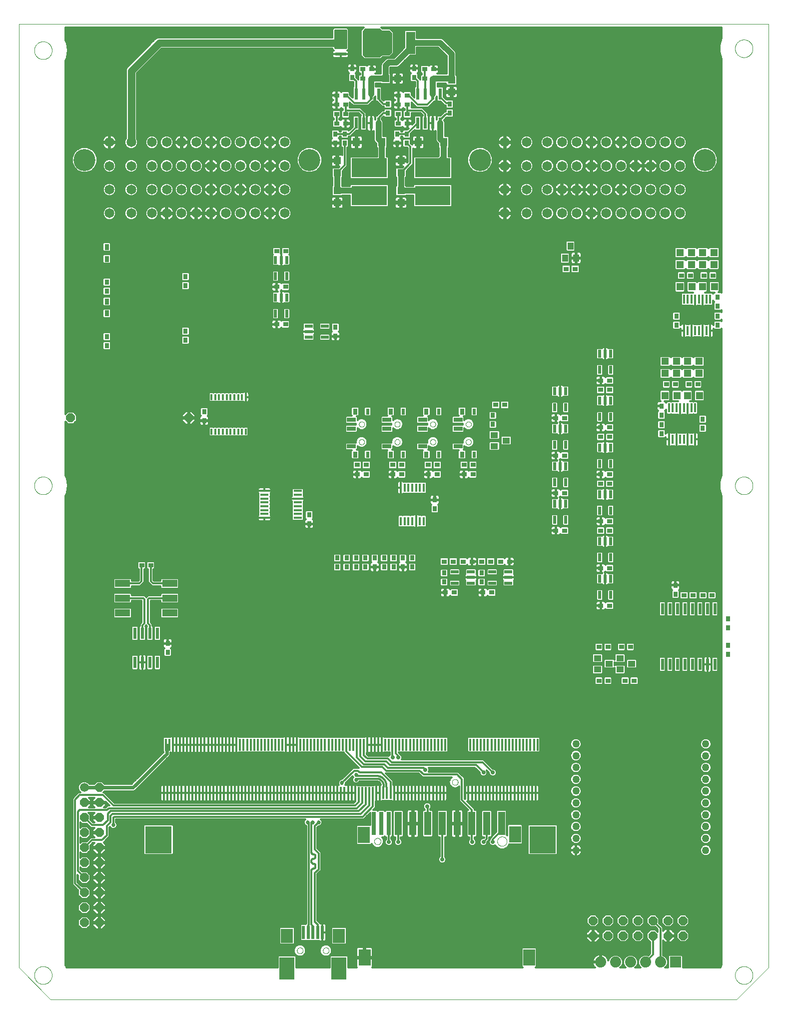
<source format=gtl>
G75*
%MOIN*%
%OFA0B0*%
%FSLAX25Y25*%
%IPPOS*%
%LPD*%
%AMOC8*
5,1,8,0,0,1.08239X$1,22.5*
%
%ADD10C,0.00000*%
%ADD11R,0.02100X0.07800*%
%ADD12R,0.03543X0.03150*%
%ADD13R,0.03150X0.03543*%
%ADD14R,0.03937X0.05000*%
%ADD15C,0.06496*%
%ADD16C,0.14630*%
%ADD17R,0.03150X0.03937*%
%ADD18R,0.01200X0.03900*%
%ADD19R,0.05000X0.03937*%
%ADD20R,0.05200X0.02200*%
%ADD21R,0.02200X0.05200*%
%ADD22R,0.01400X0.06300*%
%ADD23R,0.05118X0.04724*%
%ADD24R,0.04724X0.05118*%
%ADD25R,0.05906X0.14567*%
%ADD26R,0.01400X0.05800*%
%ADD27R,0.05906X0.02756*%
%ADD28R,0.02362X0.03937*%
%ADD29R,0.05800X0.01400*%
%ADD30R,0.01378X0.07874*%
%ADD31R,0.17717X0.18110*%
%ADD32C,0.00010*%
%ADD33R,0.07874X0.11024*%
%ADD34R,0.02756X0.15748*%
%ADD35R,0.04724X0.15748*%
%ADD36C,0.05906*%
%ADD37OC8,0.05906*%
%ADD38R,0.02200X0.07800*%
%ADD39R,0.05000X0.05787*%
%ADD40R,0.23622X0.12795*%
%ADD41C,0.05000*%
%ADD42R,0.07874X0.09449*%
%ADD43R,0.01969X0.09087*%
%ADD44R,0.10000X0.15000*%
%ADD45R,0.09843X0.04724*%
%ADD46R,0.07800X0.02000*%
%ADD47R,0.07400X0.07400*%
%ADD48C,0.07400*%
%ADD49C,0.01200*%
%ADD50C,0.02400*%
%ADD51C,0.04000*%
%ADD52C,0.02900*%
%ADD53C,0.05000*%
%ADD54C,0.01600*%
%ADD55C,0.02700*%
D10*
X0022250Y0001750D02*
X0001000Y0023000D01*
X0001000Y0651750D01*
X0501000Y0651750D01*
X0501000Y0023000D01*
X0479750Y0001750D01*
X0022250Y0001750D01*
X0011344Y0018000D02*
X0011346Y0018153D01*
X0011352Y0018307D01*
X0011362Y0018460D01*
X0011376Y0018612D01*
X0011394Y0018765D01*
X0011416Y0018916D01*
X0011441Y0019067D01*
X0011471Y0019218D01*
X0011505Y0019368D01*
X0011542Y0019516D01*
X0011583Y0019664D01*
X0011628Y0019810D01*
X0011677Y0019956D01*
X0011730Y0020100D01*
X0011786Y0020242D01*
X0011846Y0020383D01*
X0011910Y0020523D01*
X0011977Y0020661D01*
X0012048Y0020797D01*
X0012123Y0020931D01*
X0012200Y0021063D01*
X0012282Y0021193D01*
X0012366Y0021321D01*
X0012454Y0021447D01*
X0012545Y0021570D01*
X0012639Y0021691D01*
X0012737Y0021809D01*
X0012837Y0021925D01*
X0012941Y0022038D01*
X0013047Y0022149D01*
X0013156Y0022257D01*
X0013268Y0022362D01*
X0013382Y0022463D01*
X0013500Y0022562D01*
X0013619Y0022658D01*
X0013741Y0022751D01*
X0013866Y0022840D01*
X0013993Y0022927D01*
X0014122Y0023009D01*
X0014253Y0023089D01*
X0014386Y0023165D01*
X0014521Y0023238D01*
X0014658Y0023307D01*
X0014797Y0023372D01*
X0014937Y0023434D01*
X0015079Y0023492D01*
X0015222Y0023547D01*
X0015367Y0023598D01*
X0015513Y0023645D01*
X0015660Y0023688D01*
X0015808Y0023727D01*
X0015957Y0023763D01*
X0016107Y0023794D01*
X0016258Y0023822D01*
X0016409Y0023846D01*
X0016562Y0023866D01*
X0016714Y0023882D01*
X0016867Y0023894D01*
X0017020Y0023902D01*
X0017173Y0023906D01*
X0017327Y0023906D01*
X0017480Y0023902D01*
X0017633Y0023894D01*
X0017786Y0023882D01*
X0017938Y0023866D01*
X0018091Y0023846D01*
X0018242Y0023822D01*
X0018393Y0023794D01*
X0018543Y0023763D01*
X0018692Y0023727D01*
X0018840Y0023688D01*
X0018987Y0023645D01*
X0019133Y0023598D01*
X0019278Y0023547D01*
X0019421Y0023492D01*
X0019563Y0023434D01*
X0019703Y0023372D01*
X0019842Y0023307D01*
X0019979Y0023238D01*
X0020114Y0023165D01*
X0020247Y0023089D01*
X0020378Y0023009D01*
X0020507Y0022927D01*
X0020634Y0022840D01*
X0020759Y0022751D01*
X0020881Y0022658D01*
X0021000Y0022562D01*
X0021118Y0022463D01*
X0021232Y0022362D01*
X0021344Y0022257D01*
X0021453Y0022149D01*
X0021559Y0022038D01*
X0021663Y0021925D01*
X0021763Y0021809D01*
X0021861Y0021691D01*
X0021955Y0021570D01*
X0022046Y0021447D01*
X0022134Y0021321D01*
X0022218Y0021193D01*
X0022300Y0021063D01*
X0022377Y0020931D01*
X0022452Y0020797D01*
X0022523Y0020661D01*
X0022590Y0020523D01*
X0022654Y0020383D01*
X0022714Y0020242D01*
X0022770Y0020100D01*
X0022823Y0019956D01*
X0022872Y0019810D01*
X0022917Y0019664D01*
X0022958Y0019516D01*
X0022995Y0019368D01*
X0023029Y0019218D01*
X0023059Y0019067D01*
X0023084Y0018916D01*
X0023106Y0018765D01*
X0023124Y0018612D01*
X0023138Y0018460D01*
X0023148Y0018307D01*
X0023154Y0018153D01*
X0023156Y0018000D01*
X0023154Y0017847D01*
X0023148Y0017693D01*
X0023138Y0017540D01*
X0023124Y0017388D01*
X0023106Y0017235D01*
X0023084Y0017084D01*
X0023059Y0016933D01*
X0023029Y0016782D01*
X0022995Y0016632D01*
X0022958Y0016484D01*
X0022917Y0016336D01*
X0022872Y0016190D01*
X0022823Y0016044D01*
X0022770Y0015900D01*
X0022714Y0015758D01*
X0022654Y0015617D01*
X0022590Y0015477D01*
X0022523Y0015339D01*
X0022452Y0015203D01*
X0022377Y0015069D01*
X0022300Y0014937D01*
X0022218Y0014807D01*
X0022134Y0014679D01*
X0022046Y0014553D01*
X0021955Y0014430D01*
X0021861Y0014309D01*
X0021763Y0014191D01*
X0021663Y0014075D01*
X0021559Y0013962D01*
X0021453Y0013851D01*
X0021344Y0013743D01*
X0021232Y0013638D01*
X0021118Y0013537D01*
X0021000Y0013438D01*
X0020881Y0013342D01*
X0020759Y0013249D01*
X0020634Y0013160D01*
X0020507Y0013073D01*
X0020378Y0012991D01*
X0020247Y0012911D01*
X0020114Y0012835D01*
X0019979Y0012762D01*
X0019842Y0012693D01*
X0019703Y0012628D01*
X0019563Y0012566D01*
X0019421Y0012508D01*
X0019278Y0012453D01*
X0019133Y0012402D01*
X0018987Y0012355D01*
X0018840Y0012312D01*
X0018692Y0012273D01*
X0018543Y0012237D01*
X0018393Y0012206D01*
X0018242Y0012178D01*
X0018091Y0012154D01*
X0017938Y0012134D01*
X0017786Y0012118D01*
X0017633Y0012106D01*
X0017480Y0012098D01*
X0017327Y0012094D01*
X0017173Y0012094D01*
X0017020Y0012098D01*
X0016867Y0012106D01*
X0016714Y0012118D01*
X0016562Y0012134D01*
X0016409Y0012154D01*
X0016258Y0012178D01*
X0016107Y0012206D01*
X0015957Y0012237D01*
X0015808Y0012273D01*
X0015660Y0012312D01*
X0015513Y0012355D01*
X0015367Y0012402D01*
X0015222Y0012453D01*
X0015079Y0012508D01*
X0014937Y0012566D01*
X0014797Y0012628D01*
X0014658Y0012693D01*
X0014521Y0012762D01*
X0014386Y0012835D01*
X0014253Y0012911D01*
X0014122Y0012991D01*
X0013993Y0013073D01*
X0013866Y0013160D01*
X0013741Y0013249D01*
X0013619Y0013342D01*
X0013500Y0013438D01*
X0013382Y0013537D01*
X0013268Y0013638D01*
X0013156Y0013743D01*
X0013047Y0013851D01*
X0012941Y0013962D01*
X0012837Y0014075D01*
X0012737Y0014191D01*
X0012639Y0014309D01*
X0012545Y0014430D01*
X0012454Y0014553D01*
X0012366Y0014679D01*
X0012282Y0014807D01*
X0012200Y0014937D01*
X0012123Y0015069D01*
X0012048Y0015203D01*
X0011977Y0015339D01*
X0011910Y0015477D01*
X0011846Y0015617D01*
X0011786Y0015758D01*
X0011730Y0015900D01*
X0011677Y0016044D01*
X0011628Y0016190D01*
X0011583Y0016336D01*
X0011542Y0016484D01*
X0011505Y0016632D01*
X0011471Y0016782D01*
X0011441Y0016933D01*
X0011416Y0017084D01*
X0011394Y0017235D01*
X0011376Y0017388D01*
X0011362Y0017540D01*
X0011352Y0017693D01*
X0011346Y0017847D01*
X0011344Y0018000D01*
X0186620Y0034437D02*
X0186622Y0034525D01*
X0186628Y0034613D01*
X0186638Y0034701D01*
X0186652Y0034789D01*
X0186669Y0034875D01*
X0186691Y0034961D01*
X0186716Y0035045D01*
X0186746Y0035129D01*
X0186778Y0035211D01*
X0186815Y0035291D01*
X0186855Y0035370D01*
X0186899Y0035447D01*
X0186946Y0035522D01*
X0186996Y0035594D01*
X0187050Y0035665D01*
X0187106Y0035732D01*
X0187166Y0035798D01*
X0187228Y0035860D01*
X0187294Y0035920D01*
X0187361Y0035976D01*
X0187432Y0036030D01*
X0187504Y0036080D01*
X0187579Y0036127D01*
X0187656Y0036171D01*
X0187735Y0036211D01*
X0187815Y0036248D01*
X0187897Y0036280D01*
X0187981Y0036310D01*
X0188065Y0036335D01*
X0188151Y0036357D01*
X0188237Y0036374D01*
X0188325Y0036388D01*
X0188413Y0036398D01*
X0188501Y0036404D01*
X0188589Y0036406D01*
X0188677Y0036404D01*
X0188765Y0036398D01*
X0188853Y0036388D01*
X0188941Y0036374D01*
X0189027Y0036357D01*
X0189113Y0036335D01*
X0189197Y0036310D01*
X0189281Y0036280D01*
X0189363Y0036248D01*
X0189443Y0036211D01*
X0189522Y0036171D01*
X0189599Y0036127D01*
X0189674Y0036080D01*
X0189746Y0036030D01*
X0189817Y0035976D01*
X0189884Y0035920D01*
X0189950Y0035860D01*
X0190012Y0035798D01*
X0190072Y0035732D01*
X0190128Y0035665D01*
X0190182Y0035594D01*
X0190232Y0035522D01*
X0190279Y0035447D01*
X0190323Y0035370D01*
X0190363Y0035291D01*
X0190400Y0035211D01*
X0190432Y0035129D01*
X0190462Y0035045D01*
X0190487Y0034961D01*
X0190509Y0034875D01*
X0190526Y0034789D01*
X0190540Y0034701D01*
X0190550Y0034613D01*
X0190556Y0034525D01*
X0190558Y0034437D01*
X0190556Y0034349D01*
X0190550Y0034261D01*
X0190540Y0034173D01*
X0190526Y0034085D01*
X0190509Y0033999D01*
X0190487Y0033913D01*
X0190462Y0033829D01*
X0190432Y0033745D01*
X0190400Y0033663D01*
X0190363Y0033583D01*
X0190323Y0033504D01*
X0190279Y0033427D01*
X0190232Y0033352D01*
X0190182Y0033280D01*
X0190128Y0033209D01*
X0190072Y0033142D01*
X0190012Y0033076D01*
X0189950Y0033014D01*
X0189884Y0032954D01*
X0189817Y0032898D01*
X0189746Y0032844D01*
X0189674Y0032794D01*
X0189599Y0032747D01*
X0189522Y0032703D01*
X0189443Y0032663D01*
X0189363Y0032626D01*
X0189281Y0032594D01*
X0189197Y0032564D01*
X0189113Y0032539D01*
X0189027Y0032517D01*
X0188941Y0032500D01*
X0188853Y0032486D01*
X0188765Y0032476D01*
X0188677Y0032470D01*
X0188589Y0032468D01*
X0188501Y0032470D01*
X0188413Y0032476D01*
X0188325Y0032486D01*
X0188237Y0032500D01*
X0188151Y0032517D01*
X0188065Y0032539D01*
X0187981Y0032564D01*
X0187897Y0032594D01*
X0187815Y0032626D01*
X0187735Y0032663D01*
X0187656Y0032703D01*
X0187579Y0032747D01*
X0187504Y0032794D01*
X0187432Y0032844D01*
X0187361Y0032898D01*
X0187294Y0032954D01*
X0187228Y0033014D01*
X0187166Y0033076D01*
X0187106Y0033142D01*
X0187050Y0033209D01*
X0186996Y0033280D01*
X0186946Y0033352D01*
X0186899Y0033427D01*
X0186855Y0033504D01*
X0186815Y0033583D01*
X0186778Y0033663D01*
X0186746Y0033745D01*
X0186716Y0033829D01*
X0186691Y0033913D01*
X0186669Y0033999D01*
X0186652Y0034085D01*
X0186638Y0034173D01*
X0186628Y0034261D01*
X0186622Y0034349D01*
X0186620Y0034437D01*
X0203942Y0034437D02*
X0203944Y0034525D01*
X0203950Y0034613D01*
X0203960Y0034701D01*
X0203974Y0034789D01*
X0203991Y0034875D01*
X0204013Y0034961D01*
X0204038Y0035045D01*
X0204068Y0035129D01*
X0204100Y0035211D01*
X0204137Y0035291D01*
X0204177Y0035370D01*
X0204221Y0035447D01*
X0204268Y0035522D01*
X0204318Y0035594D01*
X0204372Y0035665D01*
X0204428Y0035732D01*
X0204488Y0035798D01*
X0204550Y0035860D01*
X0204616Y0035920D01*
X0204683Y0035976D01*
X0204754Y0036030D01*
X0204826Y0036080D01*
X0204901Y0036127D01*
X0204978Y0036171D01*
X0205057Y0036211D01*
X0205137Y0036248D01*
X0205219Y0036280D01*
X0205303Y0036310D01*
X0205387Y0036335D01*
X0205473Y0036357D01*
X0205559Y0036374D01*
X0205647Y0036388D01*
X0205735Y0036398D01*
X0205823Y0036404D01*
X0205911Y0036406D01*
X0205999Y0036404D01*
X0206087Y0036398D01*
X0206175Y0036388D01*
X0206263Y0036374D01*
X0206349Y0036357D01*
X0206435Y0036335D01*
X0206519Y0036310D01*
X0206603Y0036280D01*
X0206685Y0036248D01*
X0206765Y0036211D01*
X0206844Y0036171D01*
X0206921Y0036127D01*
X0206996Y0036080D01*
X0207068Y0036030D01*
X0207139Y0035976D01*
X0207206Y0035920D01*
X0207272Y0035860D01*
X0207334Y0035798D01*
X0207394Y0035732D01*
X0207450Y0035665D01*
X0207504Y0035594D01*
X0207554Y0035522D01*
X0207601Y0035447D01*
X0207645Y0035370D01*
X0207685Y0035291D01*
X0207722Y0035211D01*
X0207754Y0035129D01*
X0207784Y0035045D01*
X0207809Y0034961D01*
X0207831Y0034875D01*
X0207848Y0034789D01*
X0207862Y0034701D01*
X0207872Y0034613D01*
X0207878Y0034525D01*
X0207880Y0034437D01*
X0207878Y0034349D01*
X0207872Y0034261D01*
X0207862Y0034173D01*
X0207848Y0034085D01*
X0207831Y0033999D01*
X0207809Y0033913D01*
X0207784Y0033829D01*
X0207754Y0033745D01*
X0207722Y0033663D01*
X0207685Y0033583D01*
X0207645Y0033504D01*
X0207601Y0033427D01*
X0207554Y0033352D01*
X0207504Y0033280D01*
X0207450Y0033209D01*
X0207394Y0033142D01*
X0207334Y0033076D01*
X0207272Y0033014D01*
X0207206Y0032954D01*
X0207139Y0032898D01*
X0207068Y0032844D01*
X0206996Y0032794D01*
X0206921Y0032747D01*
X0206844Y0032703D01*
X0206765Y0032663D01*
X0206685Y0032626D01*
X0206603Y0032594D01*
X0206519Y0032564D01*
X0206435Y0032539D01*
X0206349Y0032517D01*
X0206263Y0032500D01*
X0206175Y0032486D01*
X0206087Y0032476D01*
X0205999Y0032470D01*
X0205911Y0032468D01*
X0205823Y0032470D01*
X0205735Y0032476D01*
X0205647Y0032486D01*
X0205559Y0032500D01*
X0205473Y0032517D01*
X0205387Y0032539D01*
X0205303Y0032564D01*
X0205219Y0032594D01*
X0205137Y0032626D01*
X0205057Y0032663D01*
X0204978Y0032703D01*
X0204901Y0032747D01*
X0204826Y0032794D01*
X0204754Y0032844D01*
X0204683Y0032898D01*
X0204616Y0032954D01*
X0204550Y0033014D01*
X0204488Y0033076D01*
X0204428Y0033142D01*
X0204372Y0033209D01*
X0204318Y0033280D01*
X0204268Y0033352D01*
X0204221Y0033427D01*
X0204177Y0033504D01*
X0204137Y0033583D01*
X0204100Y0033663D01*
X0204068Y0033745D01*
X0204038Y0033829D01*
X0204013Y0033913D01*
X0203991Y0033999D01*
X0203974Y0034085D01*
X0203960Y0034173D01*
X0203950Y0034261D01*
X0203944Y0034349D01*
X0203942Y0034437D01*
X0238166Y0107232D02*
X0238168Y0107325D01*
X0238174Y0107417D01*
X0238184Y0107509D01*
X0238198Y0107600D01*
X0238215Y0107691D01*
X0238237Y0107781D01*
X0238262Y0107870D01*
X0238291Y0107958D01*
X0238324Y0108044D01*
X0238361Y0108129D01*
X0238401Y0108213D01*
X0238445Y0108294D01*
X0238492Y0108374D01*
X0238542Y0108452D01*
X0238596Y0108527D01*
X0238653Y0108600D01*
X0238713Y0108670D01*
X0238776Y0108738D01*
X0238842Y0108803D01*
X0238910Y0108865D01*
X0238981Y0108925D01*
X0239055Y0108981D01*
X0239131Y0109034D01*
X0239209Y0109083D01*
X0239289Y0109130D01*
X0239371Y0109172D01*
X0239455Y0109212D01*
X0239540Y0109247D01*
X0239627Y0109279D01*
X0239715Y0109308D01*
X0239804Y0109332D01*
X0239894Y0109353D01*
X0239985Y0109369D01*
X0240077Y0109382D01*
X0240169Y0109391D01*
X0240262Y0109396D01*
X0240354Y0109397D01*
X0240447Y0109394D01*
X0240539Y0109387D01*
X0240631Y0109376D01*
X0240722Y0109361D01*
X0240813Y0109343D01*
X0240903Y0109320D01*
X0240991Y0109294D01*
X0241079Y0109264D01*
X0241165Y0109230D01*
X0241249Y0109193D01*
X0241332Y0109151D01*
X0241413Y0109107D01*
X0241493Y0109059D01*
X0241570Y0109008D01*
X0241644Y0108953D01*
X0241717Y0108895D01*
X0241787Y0108835D01*
X0241854Y0108771D01*
X0241918Y0108705D01*
X0241980Y0108635D01*
X0242038Y0108564D01*
X0242093Y0108490D01*
X0242145Y0108413D01*
X0242194Y0108334D01*
X0242240Y0108254D01*
X0242282Y0108171D01*
X0242320Y0108087D01*
X0242355Y0108001D01*
X0242386Y0107914D01*
X0242413Y0107826D01*
X0242436Y0107736D01*
X0242456Y0107646D01*
X0242472Y0107555D01*
X0242484Y0107463D01*
X0242492Y0107371D01*
X0242496Y0107278D01*
X0242496Y0107186D01*
X0242492Y0107093D01*
X0242484Y0107001D01*
X0242472Y0106909D01*
X0242456Y0106818D01*
X0242436Y0106728D01*
X0242413Y0106638D01*
X0242386Y0106550D01*
X0242355Y0106463D01*
X0242320Y0106377D01*
X0242282Y0106293D01*
X0242240Y0106210D01*
X0242194Y0106130D01*
X0242145Y0106051D01*
X0242093Y0105974D01*
X0242038Y0105900D01*
X0241980Y0105829D01*
X0241918Y0105759D01*
X0241854Y0105693D01*
X0241787Y0105629D01*
X0241717Y0105569D01*
X0241644Y0105511D01*
X0241570Y0105456D01*
X0241493Y0105405D01*
X0241414Y0105357D01*
X0241332Y0105313D01*
X0241249Y0105271D01*
X0241165Y0105234D01*
X0241079Y0105200D01*
X0240991Y0105170D01*
X0240903Y0105144D01*
X0240813Y0105121D01*
X0240722Y0105103D01*
X0240631Y0105088D01*
X0240539Y0105077D01*
X0240447Y0105070D01*
X0240354Y0105067D01*
X0240262Y0105068D01*
X0240169Y0105073D01*
X0240077Y0105082D01*
X0239985Y0105095D01*
X0239894Y0105111D01*
X0239804Y0105132D01*
X0239715Y0105156D01*
X0239627Y0105185D01*
X0239540Y0105217D01*
X0239455Y0105252D01*
X0239371Y0105292D01*
X0239289Y0105334D01*
X0239209Y0105381D01*
X0239131Y0105430D01*
X0239055Y0105483D01*
X0238981Y0105539D01*
X0238910Y0105599D01*
X0238842Y0105661D01*
X0238776Y0105726D01*
X0238713Y0105794D01*
X0238653Y0105864D01*
X0238596Y0105937D01*
X0238542Y0106012D01*
X0238492Y0106090D01*
X0238445Y0106170D01*
X0238401Y0106251D01*
X0238361Y0106335D01*
X0238324Y0106420D01*
X0238291Y0106506D01*
X0238262Y0106594D01*
X0238237Y0106683D01*
X0238215Y0106773D01*
X0238198Y0106864D01*
X0238184Y0106955D01*
X0238174Y0107047D01*
X0238168Y0107139D01*
X0238166Y0107232D01*
X0320252Y0107232D02*
X0320254Y0107344D01*
X0320260Y0107455D01*
X0320270Y0107567D01*
X0320284Y0107678D01*
X0320301Y0107788D01*
X0320323Y0107898D01*
X0320349Y0108007D01*
X0320378Y0108115D01*
X0320411Y0108221D01*
X0320448Y0108327D01*
X0320489Y0108431D01*
X0320534Y0108534D01*
X0320582Y0108635D01*
X0320633Y0108734D01*
X0320688Y0108831D01*
X0320747Y0108926D01*
X0320808Y0109020D01*
X0320873Y0109111D01*
X0320942Y0109199D01*
X0321013Y0109285D01*
X0321087Y0109369D01*
X0321165Y0109449D01*
X0321245Y0109527D01*
X0321328Y0109603D01*
X0321413Y0109675D01*
X0321501Y0109744D01*
X0321591Y0109810D01*
X0321684Y0109872D01*
X0321779Y0109932D01*
X0321876Y0109988D01*
X0321974Y0110040D01*
X0322075Y0110089D01*
X0322177Y0110134D01*
X0322281Y0110176D01*
X0322386Y0110214D01*
X0322493Y0110248D01*
X0322600Y0110278D01*
X0322709Y0110305D01*
X0322818Y0110327D01*
X0322929Y0110346D01*
X0323039Y0110361D01*
X0323151Y0110372D01*
X0323262Y0110379D01*
X0323374Y0110382D01*
X0323486Y0110381D01*
X0323598Y0110376D01*
X0323709Y0110367D01*
X0323820Y0110354D01*
X0323931Y0110337D01*
X0324041Y0110317D01*
X0324150Y0110292D01*
X0324258Y0110264D01*
X0324365Y0110231D01*
X0324471Y0110195D01*
X0324575Y0110155D01*
X0324678Y0110112D01*
X0324780Y0110065D01*
X0324879Y0110014D01*
X0324977Y0109960D01*
X0325073Y0109902D01*
X0325167Y0109841D01*
X0325258Y0109777D01*
X0325347Y0109710D01*
X0325434Y0109639D01*
X0325518Y0109565D01*
X0325600Y0109489D01*
X0325678Y0109409D01*
X0325754Y0109327D01*
X0325827Y0109242D01*
X0325897Y0109155D01*
X0325963Y0109065D01*
X0326027Y0108973D01*
X0326087Y0108879D01*
X0326144Y0108783D01*
X0326197Y0108684D01*
X0326247Y0108584D01*
X0326293Y0108483D01*
X0326336Y0108379D01*
X0326375Y0108274D01*
X0326410Y0108168D01*
X0326441Y0108061D01*
X0326469Y0107952D01*
X0326492Y0107843D01*
X0326512Y0107733D01*
X0326528Y0107622D01*
X0326540Y0107511D01*
X0326548Y0107400D01*
X0326552Y0107288D01*
X0326552Y0107176D01*
X0326548Y0107064D01*
X0326540Y0106953D01*
X0326528Y0106842D01*
X0326512Y0106731D01*
X0326492Y0106621D01*
X0326469Y0106512D01*
X0326441Y0106403D01*
X0326410Y0106296D01*
X0326375Y0106190D01*
X0326336Y0106085D01*
X0326293Y0105981D01*
X0326247Y0105880D01*
X0326197Y0105780D01*
X0326144Y0105681D01*
X0326087Y0105585D01*
X0326027Y0105491D01*
X0325963Y0105399D01*
X0325897Y0105309D01*
X0325827Y0105222D01*
X0325754Y0105137D01*
X0325678Y0105055D01*
X0325600Y0104975D01*
X0325518Y0104899D01*
X0325434Y0104825D01*
X0325347Y0104754D01*
X0325258Y0104687D01*
X0325167Y0104623D01*
X0325073Y0104562D01*
X0324977Y0104504D01*
X0324879Y0104450D01*
X0324780Y0104399D01*
X0324678Y0104352D01*
X0324575Y0104309D01*
X0324471Y0104269D01*
X0324365Y0104233D01*
X0324258Y0104200D01*
X0324150Y0104172D01*
X0324041Y0104147D01*
X0323931Y0104127D01*
X0323820Y0104110D01*
X0323709Y0104097D01*
X0323598Y0104088D01*
X0323486Y0104083D01*
X0323374Y0104082D01*
X0323262Y0104085D01*
X0323151Y0104092D01*
X0323039Y0104103D01*
X0322929Y0104118D01*
X0322818Y0104137D01*
X0322709Y0104159D01*
X0322600Y0104186D01*
X0322493Y0104216D01*
X0322386Y0104250D01*
X0322281Y0104288D01*
X0322177Y0104330D01*
X0322075Y0104375D01*
X0321974Y0104424D01*
X0321876Y0104476D01*
X0321779Y0104532D01*
X0321684Y0104592D01*
X0321591Y0104654D01*
X0321501Y0104720D01*
X0321413Y0104789D01*
X0321328Y0104861D01*
X0321245Y0104937D01*
X0321165Y0105015D01*
X0321087Y0105095D01*
X0321013Y0105179D01*
X0320942Y0105265D01*
X0320873Y0105353D01*
X0320808Y0105444D01*
X0320747Y0105538D01*
X0320688Y0105633D01*
X0320633Y0105730D01*
X0320582Y0105829D01*
X0320534Y0105930D01*
X0320489Y0106033D01*
X0320448Y0106137D01*
X0320411Y0106243D01*
X0320378Y0106349D01*
X0320349Y0106457D01*
X0320323Y0106566D01*
X0320301Y0106676D01*
X0320284Y0106786D01*
X0320270Y0106897D01*
X0320260Y0107009D01*
X0320254Y0107120D01*
X0320252Y0107232D01*
X0478844Y0018000D02*
X0478846Y0018153D01*
X0478852Y0018307D01*
X0478862Y0018460D01*
X0478876Y0018612D01*
X0478894Y0018765D01*
X0478916Y0018916D01*
X0478941Y0019067D01*
X0478971Y0019218D01*
X0479005Y0019368D01*
X0479042Y0019516D01*
X0479083Y0019664D01*
X0479128Y0019810D01*
X0479177Y0019956D01*
X0479230Y0020100D01*
X0479286Y0020242D01*
X0479346Y0020383D01*
X0479410Y0020523D01*
X0479477Y0020661D01*
X0479548Y0020797D01*
X0479623Y0020931D01*
X0479700Y0021063D01*
X0479782Y0021193D01*
X0479866Y0021321D01*
X0479954Y0021447D01*
X0480045Y0021570D01*
X0480139Y0021691D01*
X0480237Y0021809D01*
X0480337Y0021925D01*
X0480441Y0022038D01*
X0480547Y0022149D01*
X0480656Y0022257D01*
X0480768Y0022362D01*
X0480882Y0022463D01*
X0481000Y0022562D01*
X0481119Y0022658D01*
X0481241Y0022751D01*
X0481366Y0022840D01*
X0481493Y0022927D01*
X0481622Y0023009D01*
X0481753Y0023089D01*
X0481886Y0023165D01*
X0482021Y0023238D01*
X0482158Y0023307D01*
X0482297Y0023372D01*
X0482437Y0023434D01*
X0482579Y0023492D01*
X0482722Y0023547D01*
X0482867Y0023598D01*
X0483013Y0023645D01*
X0483160Y0023688D01*
X0483308Y0023727D01*
X0483457Y0023763D01*
X0483607Y0023794D01*
X0483758Y0023822D01*
X0483909Y0023846D01*
X0484062Y0023866D01*
X0484214Y0023882D01*
X0484367Y0023894D01*
X0484520Y0023902D01*
X0484673Y0023906D01*
X0484827Y0023906D01*
X0484980Y0023902D01*
X0485133Y0023894D01*
X0485286Y0023882D01*
X0485438Y0023866D01*
X0485591Y0023846D01*
X0485742Y0023822D01*
X0485893Y0023794D01*
X0486043Y0023763D01*
X0486192Y0023727D01*
X0486340Y0023688D01*
X0486487Y0023645D01*
X0486633Y0023598D01*
X0486778Y0023547D01*
X0486921Y0023492D01*
X0487063Y0023434D01*
X0487203Y0023372D01*
X0487342Y0023307D01*
X0487479Y0023238D01*
X0487614Y0023165D01*
X0487747Y0023089D01*
X0487878Y0023009D01*
X0488007Y0022927D01*
X0488134Y0022840D01*
X0488259Y0022751D01*
X0488381Y0022658D01*
X0488500Y0022562D01*
X0488618Y0022463D01*
X0488732Y0022362D01*
X0488844Y0022257D01*
X0488953Y0022149D01*
X0489059Y0022038D01*
X0489163Y0021925D01*
X0489263Y0021809D01*
X0489361Y0021691D01*
X0489455Y0021570D01*
X0489546Y0021447D01*
X0489634Y0021321D01*
X0489718Y0021193D01*
X0489800Y0021063D01*
X0489877Y0020931D01*
X0489952Y0020797D01*
X0490023Y0020661D01*
X0490090Y0020523D01*
X0490154Y0020383D01*
X0490214Y0020242D01*
X0490270Y0020100D01*
X0490323Y0019956D01*
X0490372Y0019810D01*
X0490417Y0019664D01*
X0490458Y0019516D01*
X0490495Y0019368D01*
X0490529Y0019218D01*
X0490559Y0019067D01*
X0490584Y0018916D01*
X0490606Y0018765D01*
X0490624Y0018612D01*
X0490638Y0018460D01*
X0490648Y0018307D01*
X0490654Y0018153D01*
X0490656Y0018000D01*
X0490654Y0017847D01*
X0490648Y0017693D01*
X0490638Y0017540D01*
X0490624Y0017388D01*
X0490606Y0017235D01*
X0490584Y0017084D01*
X0490559Y0016933D01*
X0490529Y0016782D01*
X0490495Y0016632D01*
X0490458Y0016484D01*
X0490417Y0016336D01*
X0490372Y0016190D01*
X0490323Y0016044D01*
X0490270Y0015900D01*
X0490214Y0015758D01*
X0490154Y0015617D01*
X0490090Y0015477D01*
X0490023Y0015339D01*
X0489952Y0015203D01*
X0489877Y0015069D01*
X0489800Y0014937D01*
X0489718Y0014807D01*
X0489634Y0014679D01*
X0489546Y0014553D01*
X0489455Y0014430D01*
X0489361Y0014309D01*
X0489263Y0014191D01*
X0489163Y0014075D01*
X0489059Y0013962D01*
X0488953Y0013851D01*
X0488844Y0013743D01*
X0488732Y0013638D01*
X0488618Y0013537D01*
X0488500Y0013438D01*
X0488381Y0013342D01*
X0488259Y0013249D01*
X0488134Y0013160D01*
X0488007Y0013073D01*
X0487878Y0012991D01*
X0487747Y0012911D01*
X0487614Y0012835D01*
X0487479Y0012762D01*
X0487342Y0012693D01*
X0487203Y0012628D01*
X0487063Y0012566D01*
X0486921Y0012508D01*
X0486778Y0012453D01*
X0486633Y0012402D01*
X0486487Y0012355D01*
X0486340Y0012312D01*
X0486192Y0012273D01*
X0486043Y0012237D01*
X0485893Y0012206D01*
X0485742Y0012178D01*
X0485591Y0012154D01*
X0485438Y0012134D01*
X0485286Y0012118D01*
X0485133Y0012106D01*
X0484980Y0012098D01*
X0484827Y0012094D01*
X0484673Y0012094D01*
X0484520Y0012098D01*
X0484367Y0012106D01*
X0484214Y0012118D01*
X0484062Y0012134D01*
X0483909Y0012154D01*
X0483758Y0012178D01*
X0483607Y0012206D01*
X0483457Y0012237D01*
X0483308Y0012273D01*
X0483160Y0012312D01*
X0483013Y0012355D01*
X0482867Y0012402D01*
X0482722Y0012453D01*
X0482579Y0012508D01*
X0482437Y0012566D01*
X0482297Y0012628D01*
X0482158Y0012693D01*
X0482021Y0012762D01*
X0481886Y0012835D01*
X0481753Y0012911D01*
X0481622Y0012991D01*
X0481493Y0013073D01*
X0481366Y0013160D01*
X0481241Y0013249D01*
X0481119Y0013342D01*
X0481000Y0013438D01*
X0480882Y0013537D01*
X0480768Y0013638D01*
X0480656Y0013743D01*
X0480547Y0013851D01*
X0480441Y0013962D01*
X0480337Y0014075D01*
X0480237Y0014191D01*
X0480139Y0014309D01*
X0480045Y0014430D01*
X0479954Y0014553D01*
X0479866Y0014679D01*
X0479782Y0014807D01*
X0479700Y0014937D01*
X0479623Y0015069D01*
X0479548Y0015203D01*
X0479477Y0015339D01*
X0479410Y0015477D01*
X0479346Y0015617D01*
X0479286Y0015758D01*
X0479230Y0015900D01*
X0479177Y0016044D01*
X0479128Y0016190D01*
X0479083Y0016336D01*
X0479042Y0016484D01*
X0479005Y0016632D01*
X0478971Y0016782D01*
X0478941Y0016933D01*
X0478916Y0017084D01*
X0478894Y0017235D01*
X0478876Y0017388D01*
X0478862Y0017540D01*
X0478852Y0017693D01*
X0478846Y0017847D01*
X0478844Y0018000D01*
X0478844Y0344250D02*
X0478846Y0344403D01*
X0478852Y0344557D01*
X0478862Y0344710D01*
X0478876Y0344862D01*
X0478894Y0345015D01*
X0478916Y0345166D01*
X0478941Y0345317D01*
X0478971Y0345468D01*
X0479005Y0345618D01*
X0479042Y0345766D01*
X0479083Y0345914D01*
X0479128Y0346060D01*
X0479177Y0346206D01*
X0479230Y0346350D01*
X0479286Y0346492D01*
X0479346Y0346633D01*
X0479410Y0346773D01*
X0479477Y0346911D01*
X0479548Y0347047D01*
X0479623Y0347181D01*
X0479700Y0347313D01*
X0479782Y0347443D01*
X0479866Y0347571D01*
X0479954Y0347697D01*
X0480045Y0347820D01*
X0480139Y0347941D01*
X0480237Y0348059D01*
X0480337Y0348175D01*
X0480441Y0348288D01*
X0480547Y0348399D01*
X0480656Y0348507D01*
X0480768Y0348612D01*
X0480882Y0348713D01*
X0481000Y0348812D01*
X0481119Y0348908D01*
X0481241Y0349001D01*
X0481366Y0349090D01*
X0481493Y0349177D01*
X0481622Y0349259D01*
X0481753Y0349339D01*
X0481886Y0349415D01*
X0482021Y0349488D01*
X0482158Y0349557D01*
X0482297Y0349622D01*
X0482437Y0349684D01*
X0482579Y0349742D01*
X0482722Y0349797D01*
X0482867Y0349848D01*
X0483013Y0349895D01*
X0483160Y0349938D01*
X0483308Y0349977D01*
X0483457Y0350013D01*
X0483607Y0350044D01*
X0483758Y0350072D01*
X0483909Y0350096D01*
X0484062Y0350116D01*
X0484214Y0350132D01*
X0484367Y0350144D01*
X0484520Y0350152D01*
X0484673Y0350156D01*
X0484827Y0350156D01*
X0484980Y0350152D01*
X0485133Y0350144D01*
X0485286Y0350132D01*
X0485438Y0350116D01*
X0485591Y0350096D01*
X0485742Y0350072D01*
X0485893Y0350044D01*
X0486043Y0350013D01*
X0486192Y0349977D01*
X0486340Y0349938D01*
X0486487Y0349895D01*
X0486633Y0349848D01*
X0486778Y0349797D01*
X0486921Y0349742D01*
X0487063Y0349684D01*
X0487203Y0349622D01*
X0487342Y0349557D01*
X0487479Y0349488D01*
X0487614Y0349415D01*
X0487747Y0349339D01*
X0487878Y0349259D01*
X0488007Y0349177D01*
X0488134Y0349090D01*
X0488259Y0349001D01*
X0488381Y0348908D01*
X0488500Y0348812D01*
X0488618Y0348713D01*
X0488732Y0348612D01*
X0488844Y0348507D01*
X0488953Y0348399D01*
X0489059Y0348288D01*
X0489163Y0348175D01*
X0489263Y0348059D01*
X0489361Y0347941D01*
X0489455Y0347820D01*
X0489546Y0347697D01*
X0489634Y0347571D01*
X0489718Y0347443D01*
X0489800Y0347313D01*
X0489877Y0347181D01*
X0489952Y0347047D01*
X0490023Y0346911D01*
X0490090Y0346773D01*
X0490154Y0346633D01*
X0490214Y0346492D01*
X0490270Y0346350D01*
X0490323Y0346206D01*
X0490372Y0346060D01*
X0490417Y0345914D01*
X0490458Y0345766D01*
X0490495Y0345618D01*
X0490529Y0345468D01*
X0490559Y0345317D01*
X0490584Y0345166D01*
X0490606Y0345015D01*
X0490624Y0344862D01*
X0490638Y0344710D01*
X0490648Y0344557D01*
X0490654Y0344403D01*
X0490656Y0344250D01*
X0490654Y0344097D01*
X0490648Y0343943D01*
X0490638Y0343790D01*
X0490624Y0343638D01*
X0490606Y0343485D01*
X0490584Y0343334D01*
X0490559Y0343183D01*
X0490529Y0343032D01*
X0490495Y0342882D01*
X0490458Y0342734D01*
X0490417Y0342586D01*
X0490372Y0342440D01*
X0490323Y0342294D01*
X0490270Y0342150D01*
X0490214Y0342008D01*
X0490154Y0341867D01*
X0490090Y0341727D01*
X0490023Y0341589D01*
X0489952Y0341453D01*
X0489877Y0341319D01*
X0489800Y0341187D01*
X0489718Y0341057D01*
X0489634Y0340929D01*
X0489546Y0340803D01*
X0489455Y0340680D01*
X0489361Y0340559D01*
X0489263Y0340441D01*
X0489163Y0340325D01*
X0489059Y0340212D01*
X0488953Y0340101D01*
X0488844Y0339993D01*
X0488732Y0339888D01*
X0488618Y0339787D01*
X0488500Y0339688D01*
X0488381Y0339592D01*
X0488259Y0339499D01*
X0488134Y0339410D01*
X0488007Y0339323D01*
X0487878Y0339241D01*
X0487747Y0339161D01*
X0487614Y0339085D01*
X0487479Y0339012D01*
X0487342Y0338943D01*
X0487203Y0338878D01*
X0487063Y0338816D01*
X0486921Y0338758D01*
X0486778Y0338703D01*
X0486633Y0338652D01*
X0486487Y0338605D01*
X0486340Y0338562D01*
X0486192Y0338523D01*
X0486043Y0338487D01*
X0485893Y0338456D01*
X0485742Y0338428D01*
X0485591Y0338404D01*
X0485438Y0338384D01*
X0485286Y0338368D01*
X0485133Y0338356D01*
X0484980Y0338348D01*
X0484827Y0338344D01*
X0484673Y0338344D01*
X0484520Y0338348D01*
X0484367Y0338356D01*
X0484214Y0338368D01*
X0484062Y0338384D01*
X0483909Y0338404D01*
X0483758Y0338428D01*
X0483607Y0338456D01*
X0483457Y0338487D01*
X0483308Y0338523D01*
X0483160Y0338562D01*
X0483013Y0338605D01*
X0482867Y0338652D01*
X0482722Y0338703D01*
X0482579Y0338758D01*
X0482437Y0338816D01*
X0482297Y0338878D01*
X0482158Y0338943D01*
X0482021Y0339012D01*
X0481886Y0339085D01*
X0481753Y0339161D01*
X0481622Y0339241D01*
X0481493Y0339323D01*
X0481366Y0339410D01*
X0481241Y0339499D01*
X0481119Y0339592D01*
X0481000Y0339688D01*
X0480882Y0339787D01*
X0480768Y0339888D01*
X0480656Y0339993D01*
X0480547Y0340101D01*
X0480441Y0340212D01*
X0480337Y0340325D01*
X0480237Y0340441D01*
X0480139Y0340559D01*
X0480045Y0340680D01*
X0479954Y0340803D01*
X0479866Y0340929D01*
X0479782Y0341057D01*
X0479700Y0341187D01*
X0479623Y0341319D01*
X0479548Y0341453D01*
X0479477Y0341589D01*
X0479410Y0341727D01*
X0479346Y0341867D01*
X0479286Y0342008D01*
X0479230Y0342150D01*
X0479177Y0342294D01*
X0479128Y0342440D01*
X0479083Y0342586D01*
X0479042Y0342734D01*
X0479005Y0342882D01*
X0478971Y0343032D01*
X0478941Y0343183D01*
X0478916Y0343334D01*
X0478894Y0343485D01*
X0478876Y0343638D01*
X0478862Y0343790D01*
X0478852Y0343943D01*
X0478846Y0344097D01*
X0478844Y0344250D01*
X0299228Y0373344D02*
X0299230Y0373428D01*
X0299236Y0373511D01*
X0299246Y0373594D01*
X0299260Y0373677D01*
X0299277Y0373759D01*
X0299299Y0373840D01*
X0299324Y0373919D01*
X0299353Y0373998D01*
X0299386Y0374075D01*
X0299422Y0374150D01*
X0299462Y0374224D01*
X0299505Y0374296D01*
X0299552Y0374365D01*
X0299602Y0374432D01*
X0299655Y0374497D01*
X0299711Y0374559D01*
X0299769Y0374619D01*
X0299831Y0374676D01*
X0299895Y0374729D01*
X0299962Y0374780D01*
X0300031Y0374827D01*
X0300102Y0374872D01*
X0300175Y0374912D01*
X0300250Y0374949D01*
X0300327Y0374983D01*
X0300405Y0375013D01*
X0300484Y0375039D01*
X0300565Y0375062D01*
X0300647Y0375080D01*
X0300729Y0375095D01*
X0300812Y0375106D01*
X0300895Y0375113D01*
X0300979Y0375116D01*
X0301063Y0375115D01*
X0301146Y0375110D01*
X0301230Y0375101D01*
X0301312Y0375088D01*
X0301394Y0375072D01*
X0301475Y0375051D01*
X0301556Y0375027D01*
X0301634Y0374999D01*
X0301712Y0374967D01*
X0301788Y0374931D01*
X0301862Y0374892D01*
X0301934Y0374850D01*
X0302004Y0374804D01*
X0302072Y0374755D01*
X0302137Y0374703D01*
X0302200Y0374648D01*
X0302260Y0374590D01*
X0302318Y0374529D01*
X0302372Y0374465D01*
X0302424Y0374399D01*
X0302472Y0374331D01*
X0302517Y0374260D01*
X0302558Y0374187D01*
X0302597Y0374113D01*
X0302631Y0374037D01*
X0302662Y0373959D01*
X0302689Y0373880D01*
X0302713Y0373799D01*
X0302732Y0373718D01*
X0302748Y0373636D01*
X0302760Y0373553D01*
X0302768Y0373469D01*
X0302772Y0373386D01*
X0302772Y0373302D01*
X0302768Y0373219D01*
X0302760Y0373135D01*
X0302748Y0373052D01*
X0302732Y0372970D01*
X0302713Y0372889D01*
X0302689Y0372808D01*
X0302662Y0372729D01*
X0302631Y0372651D01*
X0302597Y0372575D01*
X0302558Y0372501D01*
X0302517Y0372428D01*
X0302472Y0372357D01*
X0302424Y0372289D01*
X0302372Y0372223D01*
X0302318Y0372159D01*
X0302260Y0372098D01*
X0302200Y0372040D01*
X0302137Y0371985D01*
X0302072Y0371933D01*
X0302004Y0371884D01*
X0301934Y0371838D01*
X0301862Y0371796D01*
X0301788Y0371757D01*
X0301712Y0371721D01*
X0301634Y0371689D01*
X0301556Y0371661D01*
X0301475Y0371637D01*
X0301394Y0371616D01*
X0301312Y0371600D01*
X0301230Y0371587D01*
X0301146Y0371578D01*
X0301063Y0371573D01*
X0300979Y0371572D01*
X0300895Y0371575D01*
X0300812Y0371582D01*
X0300729Y0371593D01*
X0300647Y0371608D01*
X0300565Y0371626D01*
X0300484Y0371649D01*
X0300405Y0371675D01*
X0300327Y0371705D01*
X0300250Y0371739D01*
X0300175Y0371776D01*
X0300102Y0371816D01*
X0300031Y0371861D01*
X0299962Y0371908D01*
X0299895Y0371959D01*
X0299831Y0372012D01*
X0299769Y0372069D01*
X0299711Y0372129D01*
X0299655Y0372191D01*
X0299602Y0372256D01*
X0299552Y0372323D01*
X0299505Y0372392D01*
X0299462Y0372464D01*
X0299422Y0372538D01*
X0299386Y0372613D01*
X0299353Y0372690D01*
X0299324Y0372769D01*
X0299299Y0372848D01*
X0299277Y0372929D01*
X0299260Y0373011D01*
X0299246Y0373094D01*
X0299236Y0373177D01*
X0299230Y0373260D01*
X0299228Y0373344D01*
X0299228Y0385156D02*
X0299230Y0385240D01*
X0299236Y0385323D01*
X0299246Y0385406D01*
X0299260Y0385489D01*
X0299277Y0385571D01*
X0299299Y0385652D01*
X0299324Y0385731D01*
X0299353Y0385810D01*
X0299386Y0385887D01*
X0299422Y0385962D01*
X0299462Y0386036D01*
X0299505Y0386108D01*
X0299552Y0386177D01*
X0299602Y0386244D01*
X0299655Y0386309D01*
X0299711Y0386371D01*
X0299769Y0386431D01*
X0299831Y0386488D01*
X0299895Y0386541D01*
X0299962Y0386592D01*
X0300031Y0386639D01*
X0300102Y0386684D01*
X0300175Y0386724D01*
X0300250Y0386761D01*
X0300327Y0386795D01*
X0300405Y0386825D01*
X0300484Y0386851D01*
X0300565Y0386874D01*
X0300647Y0386892D01*
X0300729Y0386907D01*
X0300812Y0386918D01*
X0300895Y0386925D01*
X0300979Y0386928D01*
X0301063Y0386927D01*
X0301146Y0386922D01*
X0301230Y0386913D01*
X0301312Y0386900D01*
X0301394Y0386884D01*
X0301475Y0386863D01*
X0301556Y0386839D01*
X0301634Y0386811D01*
X0301712Y0386779D01*
X0301788Y0386743D01*
X0301862Y0386704D01*
X0301934Y0386662D01*
X0302004Y0386616D01*
X0302072Y0386567D01*
X0302137Y0386515D01*
X0302200Y0386460D01*
X0302260Y0386402D01*
X0302318Y0386341D01*
X0302372Y0386277D01*
X0302424Y0386211D01*
X0302472Y0386143D01*
X0302517Y0386072D01*
X0302558Y0385999D01*
X0302597Y0385925D01*
X0302631Y0385849D01*
X0302662Y0385771D01*
X0302689Y0385692D01*
X0302713Y0385611D01*
X0302732Y0385530D01*
X0302748Y0385448D01*
X0302760Y0385365D01*
X0302768Y0385281D01*
X0302772Y0385198D01*
X0302772Y0385114D01*
X0302768Y0385031D01*
X0302760Y0384947D01*
X0302748Y0384864D01*
X0302732Y0384782D01*
X0302713Y0384701D01*
X0302689Y0384620D01*
X0302662Y0384541D01*
X0302631Y0384463D01*
X0302597Y0384387D01*
X0302558Y0384313D01*
X0302517Y0384240D01*
X0302472Y0384169D01*
X0302424Y0384101D01*
X0302372Y0384035D01*
X0302318Y0383971D01*
X0302260Y0383910D01*
X0302200Y0383852D01*
X0302137Y0383797D01*
X0302072Y0383745D01*
X0302004Y0383696D01*
X0301934Y0383650D01*
X0301862Y0383608D01*
X0301788Y0383569D01*
X0301712Y0383533D01*
X0301634Y0383501D01*
X0301556Y0383473D01*
X0301475Y0383449D01*
X0301394Y0383428D01*
X0301312Y0383412D01*
X0301230Y0383399D01*
X0301146Y0383390D01*
X0301063Y0383385D01*
X0300979Y0383384D01*
X0300895Y0383387D01*
X0300812Y0383394D01*
X0300729Y0383405D01*
X0300647Y0383420D01*
X0300565Y0383438D01*
X0300484Y0383461D01*
X0300405Y0383487D01*
X0300327Y0383517D01*
X0300250Y0383551D01*
X0300175Y0383588D01*
X0300102Y0383628D01*
X0300031Y0383673D01*
X0299962Y0383720D01*
X0299895Y0383771D01*
X0299831Y0383824D01*
X0299769Y0383881D01*
X0299711Y0383941D01*
X0299655Y0384003D01*
X0299602Y0384068D01*
X0299552Y0384135D01*
X0299505Y0384204D01*
X0299462Y0384276D01*
X0299422Y0384350D01*
X0299386Y0384425D01*
X0299353Y0384502D01*
X0299324Y0384581D01*
X0299299Y0384660D01*
X0299277Y0384741D01*
X0299260Y0384823D01*
X0299246Y0384906D01*
X0299236Y0384989D01*
X0299230Y0385072D01*
X0299228Y0385156D01*
X0275478Y0385156D02*
X0275480Y0385240D01*
X0275486Y0385323D01*
X0275496Y0385406D01*
X0275510Y0385489D01*
X0275527Y0385571D01*
X0275549Y0385652D01*
X0275574Y0385731D01*
X0275603Y0385810D01*
X0275636Y0385887D01*
X0275672Y0385962D01*
X0275712Y0386036D01*
X0275755Y0386108D01*
X0275802Y0386177D01*
X0275852Y0386244D01*
X0275905Y0386309D01*
X0275961Y0386371D01*
X0276019Y0386431D01*
X0276081Y0386488D01*
X0276145Y0386541D01*
X0276212Y0386592D01*
X0276281Y0386639D01*
X0276352Y0386684D01*
X0276425Y0386724D01*
X0276500Y0386761D01*
X0276577Y0386795D01*
X0276655Y0386825D01*
X0276734Y0386851D01*
X0276815Y0386874D01*
X0276897Y0386892D01*
X0276979Y0386907D01*
X0277062Y0386918D01*
X0277145Y0386925D01*
X0277229Y0386928D01*
X0277313Y0386927D01*
X0277396Y0386922D01*
X0277480Y0386913D01*
X0277562Y0386900D01*
X0277644Y0386884D01*
X0277725Y0386863D01*
X0277806Y0386839D01*
X0277884Y0386811D01*
X0277962Y0386779D01*
X0278038Y0386743D01*
X0278112Y0386704D01*
X0278184Y0386662D01*
X0278254Y0386616D01*
X0278322Y0386567D01*
X0278387Y0386515D01*
X0278450Y0386460D01*
X0278510Y0386402D01*
X0278568Y0386341D01*
X0278622Y0386277D01*
X0278674Y0386211D01*
X0278722Y0386143D01*
X0278767Y0386072D01*
X0278808Y0385999D01*
X0278847Y0385925D01*
X0278881Y0385849D01*
X0278912Y0385771D01*
X0278939Y0385692D01*
X0278963Y0385611D01*
X0278982Y0385530D01*
X0278998Y0385448D01*
X0279010Y0385365D01*
X0279018Y0385281D01*
X0279022Y0385198D01*
X0279022Y0385114D01*
X0279018Y0385031D01*
X0279010Y0384947D01*
X0278998Y0384864D01*
X0278982Y0384782D01*
X0278963Y0384701D01*
X0278939Y0384620D01*
X0278912Y0384541D01*
X0278881Y0384463D01*
X0278847Y0384387D01*
X0278808Y0384313D01*
X0278767Y0384240D01*
X0278722Y0384169D01*
X0278674Y0384101D01*
X0278622Y0384035D01*
X0278568Y0383971D01*
X0278510Y0383910D01*
X0278450Y0383852D01*
X0278387Y0383797D01*
X0278322Y0383745D01*
X0278254Y0383696D01*
X0278184Y0383650D01*
X0278112Y0383608D01*
X0278038Y0383569D01*
X0277962Y0383533D01*
X0277884Y0383501D01*
X0277806Y0383473D01*
X0277725Y0383449D01*
X0277644Y0383428D01*
X0277562Y0383412D01*
X0277480Y0383399D01*
X0277396Y0383390D01*
X0277313Y0383385D01*
X0277229Y0383384D01*
X0277145Y0383387D01*
X0277062Y0383394D01*
X0276979Y0383405D01*
X0276897Y0383420D01*
X0276815Y0383438D01*
X0276734Y0383461D01*
X0276655Y0383487D01*
X0276577Y0383517D01*
X0276500Y0383551D01*
X0276425Y0383588D01*
X0276352Y0383628D01*
X0276281Y0383673D01*
X0276212Y0383720D01*
X0276145Y0383771D01*
X0276081Y0383824D01*
X0276019Y0383881D01*
X0275961Y0383941D01*
X0275905Y0384003D01*
X0275852Y0384068D01*
X0275802Y0384135D01*
X0275755Y0384204D01*
X0275712Y0384276D01*
X0275672Y0384350D01*
X0275636Y0384425D01*
X0275603Y0384502D01*
X0275574Y0384581D01*
X0275549Y0384660D01*
X0275527Y0384741D01*
X0275510Y0384823D01*
X0275496Y0384906D01*
X0275486Y0384989D01*
X0275480Y0385072D01*
X0275478Y0385156D01*
X0275478Y0373344D02*
X0275480Y0373428D01*
X0275486Y0373511D01*
X0275496Y0373594D01*
X0275510Y0373677D01*
X0275527Y0373759D01*
X0275549Y0373840D01*
X0275574Y0373919D01*
X0275603Y0373998D01*
X0275636Y0374075D01*
X0275672Y0374150D01*
X0275712Y0374224D01*
X0275755Y0374296D01*
X0275802Y0374365D01*
X0275852Y0374432D01*
X0275905Y0374497D01*
X0275961Y0374559D01*
X0276019Y0374619D01*
X0276081Y0374676D01*
X0276145Y0374729D01*
X0276212Y0374780D01*
X0276281Y0374827D01*
X0276352Y0374872D01*
X0276425Y0374912D01*
X0276500Y0374949D01*
X0276577Y0374983D01*
X0276655Y0375013D01*
X0276734Y0375039D01*
X0276815Y0375062D01*
X0276897Y0375080D01*
X0276979Y0375095D01*
X0277062Y0375106D01*
X0277145Y0375113D01*
X0277229Y0375116D01*
X0277313Y0375115D01*
X0277396Y0375110D01*
X0277480Y0375101D01*
X0277562Y0375088D01*
X0277644Y0375072D01*
X0277725Y0375051D01*
X0277806Y0375027D01*
X0277884Y0374999D01*
X0277962Y0374967D01*
X0278038Y0374931D01*
X0278112Y0374892D01*
X0278184Y0374850D01*
X0278254Y0374804D01*
X0278322Y0374755D01*
X0278387Y0374703D01*
X0278450Y0374648D01*
X0278510Y0374590D01*
X0278568Y0374529D01*
X0278622Y0374465D01*
X0278674Y0374399D01*
X0278722Y0374331D01*
X0278767Y0374260D01*
X0278808Y0374187D01*
X0278847Y0374113D01*
X0278881Y0374037D01*
X0278912Y0373959D01*
X0278939Y0373880D01*
X0278963Y0373799D01*
X0278982Y0373718D01*
X0278998Y0373636D01*
X0279010Y0373553D01*
X0279018Y0373469D01*
X0279022Y0373386D01*
X0279022Y0373302D01*
X0279018Y0373219D01*
X0279010Y0373135D01*
X0278998Y0373052D01*
X0278982Y0372970D01*
X0278963Y0372889D01*
X0278939Y0372808D01*
X0278912Y0372729D01*
X0278881Y0372651D01*
X0278847Y0372575D01*
X0278808Y0372501D01*
X0278767Y0372428D01*
X0278722Y0372357D01*
X0278674Y0372289D01*
X0278622Y0372223D01*
X0278568Y0372159D01*
X0278510Y0372098D01*
X0278450Y0372040D01*
X0278387Y0371985D01*
X0278322Y0371933D01*
X0278254Y0371884D01*
X0278184Y0371838D01*
X0278112Y0371796D01*
X0278038Y0371757D01*
X0277962Y0371721D01*
X0277884Y0371689D01*
X0277806Y0371661D01*
X0277725Y0371637D01*
X0277644Y0371616D01*
X0277562Y0371600D01*
X0277480Y0371587D01*
X0277396Y0371578D01*
X0277313Y0371573D01*
X0277229Y0371572D01*
X0277145Y0371575D01*
X0277062Y0371582D01*
X0276979Y0371593D01*
X0276897Y0371608D01*
X0276815Y0371626D01*
X0276734Y0371649D01*
X0276655Y0371675D01*
X0276577Y0371705D01*
X0276500Y0371739D01*
X0276425Y0371776D01*
X0276352Y0371816D01*
X0276281Y0371861D01*
X0276212Y0371908D01*
X0276145Y0371959D01*
X0276081Y0372012D01*
X0276019Y0372069D01*
X0275961Y0372129D01*
X0275905Y0372191D01*
X0275852Y0372256D01*
X0275802Y0372323D01*
X0275755Y0372392D01*
X0275712Y0372464D01*
X0275672Y0372538D01*
X0275636Y0372613D01*
X0275603Y0372690D01*
X0275574Y0372769D01*
X0275549Y0372848D01*
X0275527Y0372929D01*
X0275510Y0373011D01*
X0275496Y0373094D01*
X0275486Y0373177D01*
X0275480Y0373260D01*
X0275478Y0373344D01*
X0251728Y0373344D02*
X0251730Y0373428D01*
X0251736Y0373511D01*
X0251746Y0373594D01*
X0251760Y0373677D01*
X0251777Y0373759D01*
X0251799Y0373840D01*
X0251824Y0373919D01*
X0251853Y0373998D01*
X0251886Y0374075D01*
X0251922Y0374150D01*
X0251962Y0374224D01*
X0252005Y0374296D01*
X0252052Y0374365D01*
X0252102Y0374432D01*
X0252155Y0374497D01*
X0252211Y0374559D01*
X0252269Y0374619D01*
X0252331Y0374676D01*
X0252395Y0374729D01*
X0252462Y0374780D01*
X0252531Y0374827D01*
X0252602Y0374872D01*
X0252675Y0374912D01*
X0252750Y0374949D01*
X0252827Y0374983D01*
X0252905Y0375013D01*
X0252984Y0375039D01*
X0253065Y0375062D01*
X0253147Y0375080D01*
X0253229Y0375095D01*
X0253312Y0375106D01*
X0253395Y0375113D01*
X0253479Y0375116D01*
X0253563Y0375115D01*
X0253646Y0375110D01*
X0253730Y0375101D01*
X0253812Y0375088D01*
X0253894Y0375072D01*
X0253975Y0375051D01*
X0254056Y0375027D01*
X0254134Y0374999D01*
X0254212Y0374967D01*
X0254288Y0374931D01*
X0254362Y0374892D01*
X0254434Y0374850D01*
X0254504Y0374804D01*
X0254572Y0374755D01*
X0254637Y0374703D01*
X0254700Y0374648D01*
X0254760Y0374590D01*
X0254818Y0374529D01*
X0254872Y0374465D01*
X0254924Y0374399D01*
X0254972Y0374331D01*
X0255017Y0374260D01*
X0255058Y0374187D01*
X0255097Y0374113D01*
X0255131Y0374037D01*
X0255162Y0373959D01*
X0255189Y0373880D01*
X0255213Y0373799D01*
X0255232Y0373718D01*
X0255248Y0373636D01*
X0255260Y0373553D01*
X0255268Y0373469D01*
X0255272Y0373386D01*
X0255272Y0373302D01*
X0255268Y0373219D01*
X0255260Y0373135D01*
X0255248Y0373052D01*
X0255232Y0372970D01*
X0255213Y0372889D01*
X0255189Y0372808D01*
X0255162Y0372729D01*
X0255131Y0372651D01*
X0255097Y0372575D01*
X0255058Y0372501D01*
X0255017Y0372428D01*
X0254972Y0372357D01*
X0254924Y0372289D01*
X0254872Y0372223D01*
X0254818Y0372159D01*
X0254760Y0372098D01*
X0254700Y0372040D01*
X0254637Y0371985D01*
X0254572Y0371933D01*
X0254504Y0371884D01*
X0254434Y0371838D01*
X0254362Y0371796D01*
X0254288Y0371757D01*
X0254212Y0371721D01*
X0254134Y0371689D01*
X0254056Y0371661D01*
X0253975Y0371637D01*
X0253894Y0371616D01*
X0253812Y0371600D01*
X0253730Y0371587D01*
X0253646Y0371578D01*
X0253563Y0371573D01*
X0253479Y0371572D01*
X0253395Y0371575D01*
X0253312Y0371582D01*
X0253229Y0371593D01*
X0253147Y0371608D01*
X0253065Y0371626D01*
X0252984Y0371649D01*
X0252905Y0371675D01*
X0252827Y0371705D01*
X0252750Y0371739D01*
X0252675Y0371776D01*
X0252602Y0371816D01*
X0252531Y0371861D01*
X0252462Y0371908D01*
X0252395Y0371959D01*
X0252331Y0372012D01*
X0252269Y0372069D01*
X0252211Y0372129D01*
X0252155Y0372191D01*
X0252102Y0372256D01*
X0252052Y0372323D01*
X0252005Y0372392D01*
X0251962Y0372464D01*
X0251922Y0372538D01*
X0251886Y0372613D01*
X0251853Y0372690D01*
X0251824Y0372769D01*
X0251799Y0372848D01*
X0251777Y0372929D01*
X0251760Y0373011D01*
X0251746Y0373094D01*
X0251736Y0373177D01*
X0251730Y0373260D01*
X0251728Y0373344D01*
X0251728Y0385156D02*
X0251730Y0385240D01*
X0251736Y0385323D01*
X0251746Y0385406D01*
X0251760Y0385489D01*
X0251777Y0385571D01*
X0251799Y0385652D01*
X0251824Y0385731D01*
X0251853Y0385810D01*
X0251886Y0385887D01*
X0251922Y0385962D01*
X0251962Y0386036D01*
X0252005Y0386108D01*
X0252052Y0386177D01*
X0252102Y0386244D01*
X0252155Y0386309D01*
X0252211Y0386371D01*
X0252269Y0386431D01*
X0252331Y0386488D01*
X0252395Y0386541D01*
X0252462Y0386592D01*
X0252531Y0386639D01*
X0252602Y0386684D01*
X0252675Y0386724D01*
X0252750Y0386761D01*
X0252827Y0386795D01*
X0252905Y0386825D01*
X0252984Y0386851D01*
X0253065Y0386874D01*
X0253147Y0386892D01*
X0253229Y0386907D01*
X0253312Y0386918D01*
X0253395Y0386925D01*
X0253479Y0386928D01*
X0253563Y0386927D01*
X0253646Y0386922D01*
X0253730Y0386913D01*
X0253812Y0386900D01*
X0253894Y0386884D01*
X0253975Y0386863D01*
X0254056Y0386839D01*
X0254134Y0386811D01*
X0254212Y0386779D01*
X0254288Y0386743D01*
X0254362Y0386704D01*
X0254434Y0386662D01*
X0254504Y0386616D01*
X0254572Y0386567D01*
X0254637Y0386515D01*
X0254700Y0386460D01*
X0254760Y0386402D01*
X0254818Y0386341D01*
X0254872Y0386277D01*
X0254924Y0386211D01*
X0254972Y0386143D01*
X0255017Y0386072D01*
X0255058Y0385999D01*
X0255097Y0385925D01*
X0255131Y0385849D01*
X0255162Y0385771D01*
X0255189Y0385692D01*
X0255213Y0385611D01*
X0255232Y0385530D01*
X0255248Y0385448D01*
X0255260Y0385365D01*
X0255268Y0385281D01*
X0255272Y0385198D01*
X0255272Y0385114D01*
X0255268Y0385031D01*
X0255260Y0384947D01*
X0255248Y0384864D01*
X0255232Y0384782D01*
X0255213Y0384701D01*
X0255189Y0384620D01*
X0255162Y0384541D01*
X0255131Y0384463D01*
X0255097Y0384387D01*
X0255058Y0384313D01*
X0255017Y0384240D01*
X0254972Y0384169D01*
X0254924Y0384101D01*
X0254872Y0384035D01*
X0254818Y0383971D01*
X0254760Y0383910D01*
X0254700Y0383852D01*
X0254637Y0383797D01*
X0254572Y0383745D01*
X0254504Y0383696D01*
X0254434Y0383650D01*
X0254362Y0383608D01*
X0254288Y0383569D01*
X0254212Y0383533D01*
X0254134Y0383501D01*
X0254056Y0383473D01*
X0253975Y0383449D01*
X0253894Y0383428D01*
X0253812Y0383412D01*
X0253730Y0383399D01*
X0253646Y0383390D01*
X0253563Y0383385D01*
X0253479Y0383384D01*
X0253395Y0383387D01*
X0253312Y0383394D01*
X0253229Y0383405D01*
X0253147Y0383420D01*
X0253065Y0383438D01*
X0252984Y0383461D01*
X0252905Y0383487D01*
X0252827Y0383517D01*
X0252750Y0383551D01*
X0252675Y0383588D01*
X0252602Y0383628D01*
X0252531Y0383673D01*
X0252462Y0383720D01*
X0252395Y0383771D01*
X0252331Y0383824D01*
X0252269Y0383881D01*
X0252211Y0383941D01*
X0252155Y0384003D01*
X0252102Y0384068D01*
X0252052Y0384135D01*
X0252005Y0384204D01*
X0251962Y0384276D01*
X0251922Y0384350D01*
X0251886Y0384425D01*
X0251853Y0384502D01*
X0251824Y0384581D01*
X0251799Y0384660D01*
X0251777Y0384741D01*
X0251760Y0384823D01*
X0251746Y0384906D01*
X0251736Y0384989D01*
X0251730Y0385072D01*
X0251728Y0385156D01*
X0227978Y0385156D02*
X0227980Y0385240D01*
X0227986Y0385323D01*
X0227996Y0385406D01*
X0228010Y0385489D01*
X0228027Y0385571D01*
X0228049Y0385652D01*
X0228074Y0385731D01*
X0228103Y0385810D01*
X0228136Y0385887D01*
X0228172Y0385962D01*
X0228212Y0386036D01*
X0228255Y0386108D01*
X0228302Y0386177D01*
X0228352Y0386244D01*
X0228405Y0386309D01*
X0228461Y0386371D01*
X0228519Y0386431D01*
X0228581Y0386488D01*
X0228645Y0386541D01*
X0228712Y0386592D01*
X0228781Y0386639D01*
X0228852Y0386684D01*
X0228925Y0386724D01*
X0229000Y0386761D01*
X0229077Y0386795D01*
X0229155Y0386825D01*
X0229234Y0386851D01*
X0229315Y0386874D01*
X0229397Y0386892D01*
X0229479Y0386907D01*
X0229562Y0386918D01*
X0229645Y0386925D01*
X0229729Y0386928D01*
X0229813Y0386927D01*
X0229896Y0386922D01*
X0229980Y0386913D01*
X0230062Y0386900D01*
X0230144Y0386884D01*
X0230225Y0386863D01*
X0230306Y0386839D01*
X0230384Y0386811D01*
X0230462Y0386779D01*
X0230538Y0386743D01*
X0230612Y0386704D01*
X0230684Y0386662D01*
X0230754Y0386616D01*
X0230822Y0386567D01*
X0230887Y0386515D01*
X0230950Y0386460D01*
X0231010Y0386402D01*
X0231068Y0386341D01*
X0231122Y0386277D01*
X0231174Y0386211D01*
X0231222Y0386143D01*
X0231267Y0386072D01*
X0231308Y0385999D01*
X0231347Y0385925D01*
X0231381Y0385849D01*
X0231412Y0385771D01*
X0231439Y0385692D01*
X0231463Y0385611D01*
X0231482Y0385530D01*
X0231498Y0385448D01*
X0231510Y0385365D01*
X0231518Y0385281D01*
X0231522Y0385198D01*
X0231522Y0385114D01*
X0231518Y0385031D01*
X0231510Y0384947D01*
X0231498Y0384864D01*
X0231482Y0384782D01*
X0231463Y0384701D01*
X0231439Y0384620D01*
X0231412Y0384541D01*
X0231381Y0384463D01*
X0231347Y0384387D01*
X0231308Y0384313D01*
X0231267Y0384240D01*
X0231222Y0384169D01*
X0231174Y0384101D01*
X0231122Y0384035D01*
X0231068Y0383971D01*
X0231010Y0383910D01*
X0230950Y0383852D01*
X0230887Y0383797D01*
X0230822Y0383745D01*
X0230754Y0383696D01*
X0230684Y0383650D01*
X0230612Y0383608D01*
X0230538Y0383569D01*
X0230462Y0383533D01*
X0230384Y0383501D01*
X0230306Y0383473D01*
X0230225Y0383449D01*
X0230144Y0383428D01*
X0230062Y0383412D01*
X0229980Y0383399D01*
X0229896Y0383390D01*
X0229813Y0383385D01*
X0229729Y0383384D01*
X0229645Y0383387D01*
X0229562Y0383394D01*
X0229479Y0383405D01*
X0229397Y0383420D01*
X0229315Y0383438D01*
X0229234Y0383461D01*
X0229155Y0383487D01*
X0229077Y0383517D01*
X0229000Y0383551D01*
X0228925Y0383588D01*
X0228852Y0383628D01*
X0228781Y0383673D01*
X0228712Y0383720D01*
X0228645Y0383771D01*
X0228581Y0383824D01*
X0228519Y0383881D01*
X0228461Y0383941D01*
X0228405Y0384003D01*
X0228352Y0384068D01*
X0228302Y0384135D01*
X0228255Y0384204D01*
X0228212Y0384276D01*
X0228172Y0384350D01*
X0228136Y0384425D01*
X0228103Y0384502D01*
X0228074Y0384581D01*
X0228049Y0384660D01*
X0228027Y0384741D01*
X0228010Y0384823D01*
X0227996Y0384906D01*
X0227986Y0384989D01*
X0227980Y0385072D01*
X0227978Y0385156D01*
X0227978Y0373344D02*
X0227980Y0373428D01*
X0227986Y0373511D01*
X0227996Y0373594D01*
X0228010Y0373677D01*
X0228027Y0373759D01*
X0228049Y0373840D01*
X0228074Y0373919D01*
X0228103Y0373998D01*
X0228136Y0374075D01*
X0228172Y0374150D01*
X0228212Y0374224D01*
X0228255Y0374296D01*
X0228302Y0374365D01*
X0228352Y0374432D01*
X0228405Y0374497D01*
X0228461Y0374559D01*
X0228519Y0374619D01*
X0228581Y0374676D01*
X0228645Y0374729D01*
X0228712Y0374780D01*
X0228781Y0374827D01*
X0228852Y0374872D01*
X0228925Y0374912D01*
X0229000Y0374949D01*
X0229077Y0374983D01*
X0229155Y0375013D01*
X0229234Y0375039D01*
X0229315Y0375062D01*
X0229397Y0375080D01*
X0229479Y0375095D01*
X0229562Y0375106D01*
X0229645Y0375113D01*
X0229729Y0375116D01*
X0229813Y0375115D01*
X0229896Y0375110D01*
X0229980Y0375101D01*
X0230062Y0375088D01*
X0230144Y0375072D01*
X0230225Y0375051D01*
X0230306Y0375027D01*
X0230384Y0374999D01*
X0230462Y0374967D01*
X0230538Y0374931D01*
X0230612Y0374892D01*
X0230684Y0374850D01*
X0230754Y0374804D01*
X0230822Y0374755D01*
X0230887Y0374703D01*
X0230950Y0374648D01*
X0231010Y0374590D01*
X0231068Y0374529D01*
X0231122Y0374465D01*
X0231174Y0374399D01*
X0231222Y0374331D01*
X0231267Y0374260D01*
X0231308Y0374187D01*
X0231347Y0374113D01*
X0231381Y0374037D01*
X0231412Y0373959D01*
X0231439Y0373880D01*
X0231463Y0373799D01*
X0231482Y0373718D01*
X0231498Y0373636D01*
X0231510Y0373553D01*
X0231518Y0373469D01*
X0231522Y0373386D01*
X0231522Y0373302D01*
X0231518Y0373219D01*
X0231510Y0373135D01*
X0231498Y0373052D01*
X0231482Y0372970D01*
X0231463Y0372889D01*
X0231439Y0372808D01*
X0231412Y0372729D01*
X0231381Y0372651D01*
X0231347Y0372575D01*
X0231308Y0372501D01*
X0231267Y0372428D01*
X0231222Y0372357D01*
X0231174Y0372289D01*
X0231122Y0372223D01*
X0231068Y0372159D01*
X0231010Y0372098D01*
X0230950Y0372040D01*
X0230887Y0371985D01*
X0230822Y0371933D01*
X0230754Y0371884D01*
X0230684Y0371838D01*
X0230612Y0371796D01*
X0230538Y0371757D01*
X0230462Y0371721D01*
X0230384Y0371689D01*
X0230306Y0371661D01*
X0230225Y0371637D01*
X0230144Y0371616D01*
X0230062Y0371600D01*
X0229980Y0371587D01*
X0229896Y0371578D01*
X0229813Y0371573D01*
X0229729Y0371572D01*
X0229645Y0371575D01*
X0229562Y0371582D01*
X0229479Y0371593D01*
X0229397Y0371608D01*
X0229315Y0371626D01*
X0229234Y0371649D01*
X0229155Y0371675D01*
X0229077Y0371705D01*
X0229000Y0371739D01*
X0228925Y0371776D01*
X0228852Y0371816D01*
X0228781Y0371861D01*
X0228712Y0371908D01*
X0228645Y0371959D01*
X0228581Y0372012D01*
X0228519Y0372069D01*
X0228461Y0372129D01*
X0228405Y0372191D01*
X0228352Y0372256D01*
X0228302Y0372323D01*
X0228255Y0372392D01*
X0228212Y0372464D01*
X0228172Y0372538D01*
X0228136Y0372613D01*
X0228103Y0372690D01*
X0228074Y0372769D01*
X0228049Y0372848D01*
X0228027Y0372929D01*
X0228010Y0373011D01*
X0227996Y0373094D01*
X0227986Y0373177D01*
X0227980Y0373260D01*
X0227978Y0373344D01*
X0011344Y0344250D02*
X0011346Y0344403D01*
X0011352Y0344557D01*
X0011362Y0344710D01*
X0011376Y0344862D01*
X0011394Y0345015D01*
X0011416Y0345166D01*
X0011441Y0345317D01*
X0011471Y0345468D01*
X0011505Y0345618D01*
X0011542Y0345766D01*
X0011583Y0345914D01*
X0011628Y0346060D01*
X0011677Y0346206D01*
X0011730Y0346350D01*
X0011786Y0346492D01*
X0011846Y0346633D01*
X0011910Y0346773D01*
X0011977Y0346911D01*
X0012048Y0347047D01*
X0012123Y0347181D01*
X0012200Y0347313D01*
X0012282Y0347443D01*
X0012366Y0347571D01*
X0012454Y0347697D01*
X0012545Y0347820D01*
X0012639Y0347941D01*
X0012737Y0348059D01*
X0012837Y0348175D01*
X0012941Y0348288D01*
X0013047Y0348399D01*
X0013156Y0348507D01*
X0013268Y0348612D01*
X0013382Y0348713D01*
X0013500Y0348812D01*
X0013619Y0348908D01*
X0013741Y0349001D01*
X0013866Y0349090D01*
X0013993Y0349177D01*
X0014122Y0349259D01*
X0014253Y0349339D01*
X0014386Y0349415D01*
X0014521Y0349488D01*
X0014658Y0349557D01*
X0014797Y0349622D01*
X0014937Y0349684D01*
X0015079Y0349742D01*
X0015222Y0349797D01*
X0015367Y0349848D01*
X0015513Y0349895D01*
X0015660Y0349938D01*
X0015808Y0349977D01*
X0015957Y0350013D01*
X0016107Y0350044D01*
X0016258Y0350072D01*
X0016409Y0350096D01*
X0016562Y0350116D01*
X0016714Y0350132D01*
X0016867Y0350144D01*
X0017020Y0350152D01*
X0017173Y0350156D01*
X0017327Y0350156D01*
X0017480Y0350152D01*
X0017633Y0350144D01*
X0017786Y0350132D01*
X0017938Y0350116D01*
X0018091Y0350096D01*
X0018242Y0350072D01*
X0018393Y0350044D01*
X0018543Y0350013D01*
X0018692Y0349977D01*
X0018840Y0349938D01*
X0018987Y0349895D01*
X0019133Y0349848D01*
X0019278Y0349797D01*
X0019421Y0349742D01*
X0019563Y0349684D01*
X0019703Y0349622D01*
X0019842Y0349557D01*
X0019979Y0349488D01*
X0020114Y0349415D01*
X0020247Y0349339D01*
X0020378Y0349259D01*
X0020507Y0349177D01*
X0020634Y0349090D01*
X0020759Y0349001D01*
X0020881Y0348908D01*
X0021000Y0348812D01*
X0021118Y0348713D01*
X0021232Y0348612D01*
X0021344Y0348507D01*
X0021453Y0348399D01*
X0021559Y0348288D01*
X0021663Y0348175D01*
X0021763Y0348059D01*
X0021861Y0347941D01*
X0021955Y0347820D01*
X0022046Y0347697D01*
X0022134Y0347571D01*
X0022218Y0347443D01*
X0022300Y0347313D01*
X0022377Y0347181D01*
X0022452Y0347047D01*
X0022523Y0346911D01*
X0022590Y0346773D01*
X0022654Y0346633D01*
X0022714Y0346492D01*
X0022770Y0346350D01*
X0022823Y0346206D01*
X0022872Y0346060D01*
X0022917Y0345914D01*
X0022958Y0345766D01*
X0022995Y0345618D01*
X0023029Y0345468D01*
X0023059Y0345317D01*
X0023084Y0345166D01*
X0023106Y0345015D01*
X0023124Y0344862D01*
X0023138Y0344710D01*
X0023148Y0344557D01*
X0023154Y0344403D01*
X0023156Y0344250D01*
X0023154Y0344097D01*
X0023148Y0343943D01*
X0023138Y0343790D01*
X0023124Y0343638D01*
X0023106Y0343485D01*
X0023084Y0343334D01*
X0023059Y0343183D01*
X0023029Y0343032D01*
X0022995Y0342882D01*
X0022958Y0342734D01*
X0022917Y0342586D01*
X0022872Y0342440D01*
X0022823Y0342294D01*
X0022770Y0342150D01*
X0022714Y0342008D01*
X0022654Y0341867D01*
X0022590Y0341727D01*
X0022523Y0341589D01*
X0022452Y0341453D01*
X0022377Y0341319D01*
X0022300Y0341187D01*
X0022218Y0341057D01*
X0022134Y0340929D01*
X0022046Y0340803D01*
X0021955Y0340680D01*
X0021861Y0340559D01*
X0021763Y0340441D01*
X0021663Y0340325D01*
X0021559Y0340212D01*
X0021453Y0340101D01*
X0021344Y0339993D01*
X0021232Y0339888D01*
X0021118Y0339787D01*
X0021000Y0339688D01*
X0020881Y0339592D01*
X0020759Y0339499D01*
X0020634Y0339410D01*
X0020507Y0339323D01*
X0020378Y0339241D01*
X0020247Y0339161D01*
X0020114Y0339085D01*
X0019979Y0339012D01*
X0019842Y0338943D01*
X0019703Y0338878D01*
X0019563Y0338816D01*
X0019421Y0338758D01*
X0019278Y0338703D01*
X0019133Y0338652D01*
X0018987Y0338605D01*
X0018840Y0338562D01*
X0018692Y0338523D01*
X0018543Y0338487D01*
X0018393Y0338456D01*
X0018242Y0338428D01*
X0018091Y0338404D01*
X0017938Y0338384D01*
X0017786Y0338368D01*
X0017633Y0338356D01*
X0017480Y0338348D01*
X0017327Y0338344D01*
X0017173Y0338344D01*
X0017020Y0338348D01*
X0016867Y0338356D01*
X0016714Y0338368D01*
X0016562Y0338384D01*
X0016409Y0338404D01*
X0016258Y0338428D01*
X0016107Y0338456D01*
X0015957Y0338487D01*
X0015808Y0338523D01*
X0015660Y0338562D01*
X0015513Y0338605D01*
X0015367Y0338652D01*
X0015222Y0338703D01*
X0015079Y0338758D01*
X0014937Y0338816D01*
X0014797Y0338878D01*
X0014658Y0338943D01*
X0014521Y0339012D01*
X0014386Y0339085D01*
X0014253Y0339161D01*
X0014122Y0339241D01*
X0013993Y0339323D01*
X0013866Y0339410D01*
X0013741Y0339499D01*
X0013619Y0339592D01*
X0013500Y0339688D01*
X0013382Y0339787D01*
X0013268Y0339888D01*
X0013156Y0339993D01*
X0013047Y0340101D01*
X0012941Y0340212D01*
X0012837Y0340325D01*
X0012737Y0340441D01*
X0012639Y0340559D01*
X0012545Y0340680D01*
X0012454Y0340803D01*
X0012366Y0340929D01*
X0012282Y0341057D01*
X0012200Y0341187D01*
X0012123Y0341319D01*
X0012048Y0341453D01*
X0011977Y0341589D01*
X0011910Y0341727D01*
X0011846Y0341867D01*
X0011786Y0342008D01*
X0011730Y0342150D01*
X0011677Y0342294D01*
X0011628Y0342440D01*
X0011583Y0342586D01*
X0011542Y0342734D01*
X0011505Y0342882D01*
X0011471Y0343032D01*
X0011441Y0343183D01*
X0011416Y0343334D01*
X0011394Y0343485D01*
X0011376Y0343638D01*
X0011362Y0343790D01*
X0011352Y0343943D01*
X0011346Y0344097D01*
X0011344Y0344250D01*
X0011344Y0634250D02*
X0011346Y0634403D01*
X0011352Y0634557D01*
X0011362Y0634710D01*
X0011376Y0634862D01*
X0011394Y0635015D01*
X0011416Y0635166D01*
X0011441Y0635317D01*
X0011471Y0635468D01*
X0011505Y0635618D01*
X0011542Y0635766D01*
X0011583Y0635914D01*
X0011628Y0636060D01*
X0011677Y0636206D01*
X0011730Y0636350D01*
X0011786Y0636492D01*
X0011846Y0636633D01*
X0011910Y0636773D01*
X0011977Y0636911D01*
X0012048Y0637047D01*
X0012123Y0637181D01*
X0012200Y0637313D01*
X0012282Y0637443D01*
X0012366Y0637571D01*
X0012454Y0637697D01*
X0012545Y0637820D01*
X0012639Y0637941D01*
X0012737Y0638059D01*
X0012837Y0638175D01*
X0012941Y0638288D01*
X0013047Y0638399D01*
X0013156Y0638507D01*
X0013268Y0638612D01*
X0013382Y0638713D01*
X0013500Y0638812D01*
X0013619Y0638908D01*
X0013741Y0639001D01*
X0013866Y0639090D01*
X0013993Y0639177D01*
X0014122Y0639259D01*
X0014253Y0639339D01*
X0014386Y0639415D01*
X0014521Y0639488D01*
X0014658Y0639557D01*
X0014797Y0639622D01*
X0014937Y0639684D01*
X0015079Y0639742D01*
X0015222Y0639797D01*
X0015367Y0639848D01*
X0015513Y0639895D01*
X0015660Y0639938D01*
X0015808Y0639977D01*
X0015957Y0640013D01*
X0016107Y0640044D01*
X0016258Y0640072D01*
X0016409Y0640096D01*
X0016562Y0640116D01*
X0016714Y0640132D01*
X0016867Y0640144D01*
X0017020Y0640152D01*
X0017173Y0640156D01*
X0017327Y0640156D01*
X0017480Y0640152D01*
X0017633Y0640144D01*
X0017786Y0640132D01*
X0017938Y0640116D01*
X0018091Y0640096D01*
X0018242Y0640072D01*
X0018393Y0640044D01*
X0018543Y0640013D01*
X0018692Y0639977D01*
X0018840Y0639938D01*
X0018987Y0639895D01*
X0019133Y0639848D01*
X0019278Y0639797D01*
X0019421Y0639742D01*
X0019563Y0639684D01*
X0019703Y0639622D01*
X0019842Y0639557D01*
X0019979Y0639488D01*
X0020114Y0639415D01*
X0020247Y0639339D01*
X0020378Y0639259D01*
X0020507Y0639177D01*
X0020634Y0639090D01*
X0020759Y0639001D01*
X0020881Y0638908D01*
X0021000Y0638812D01*
X0021118Y0638713D01*
X0021232Y0638612D01*
X0021344Y0638507D01*
X0021453Y0638399D01*
X0021559Y0638288D01*
X0021663Y0638175D01*
X0021763Y0638059D01*
X0021861Y0637941D01*
X0021955Y0637820D01*
X0022046Y0637697D01*
X0022134Y0637571D01*
X0022218Y0637443D01*
X0022300Y0637313D01*
X0022377Y0637181D01*
X0022452Y0637047D01*
X0022523Y0636911D01*
X0022590Y0636773D01*
X0022654Y0636633D01*
X0022714Y0636492D01*
X0022770Y0636350D01*
X0022823Y0636206D01*
X0022872Y0636060D01*
X0022917Y0635914D01*
X0022958Y0635766D01*
X0022995Y0635618D01*
X0023029Y0635468D01*
X0023059Y0635317D01*
X0023084Y0635166D01*
X0023106Y0635015D01*
X0023124Y0634862D01*
X0023138Y0634710D01*
X0023148Y0634557D01*
X0023154Y0634403D01*
X0023156Y0634250D01*
X0023154Y0634097D01*
X0023148Y0633943D01*
X0023138Y0633790D01*
X0023124Y0633638D01*
X0023106Y0633485D01*
X0023084Y0633334D01*
X0023059Y0633183D01*
X0023029Y0633032D01*
X0022995Y0632882D01*
X0022958Y0632734D01*
X0022917Y0632586D01*
X0022872Y0632440D01*
X0022823Y0632294D01*
X0022770Y0632150D01*
X0022714Y0632008D01*
X0022654Y0631867D01*
X0022590Y0631727D01*
X0022523Y0631589D01*
X0022452Y0631453D01*
X0022377Y0631319D01*
X0022300Y0631187D01*
X0022218Y0631057D01*
X0022134Y0630929D01*
X0022046Y0630803D01*
X0021955Y0630680D01*
X0021861Y0630559D01*
X0021763Y0630441D01*
X0021663Y0630325D01*
X0021559Y0630212D01*
X0021453Y0630101D01*
X0021344Y0629993D01*
X0021232Y0629888D01*
X0021118Y0629787D01*
X0021000Y0629688D01*
X0020881Y0629592D01*
X0020759Y0629499D01*
X0020634Y0629410D01*
X0020507Y0629323D01*
X0020378Y0629241D01*
X0020247Y0629161D01*
X0020114Y0629085D01*
X0019979Y0629012D01*
X0019842Y0628943D01*
X0019703Y0628878D01*
X0019563Y0628816D01*
X0019421Y0628758D01*
X0019278Y0628703D01*
X0019133Y0628652D01*
X0018987Y0628605D01*
X0018840Y0628562D01*
X0018692Y0628523D01*
X0018543Y0628487D01*
X0018393Y0628456D01*
X0018242Y0628428D01*
X0018091Y0628404D01*
X0017938Y0628384D01*
X0017786Y0628368D01*
X0017633Y0628356D01*
X0017480Y0628348D01*
X0017327Y0628344D01*
X0017173Y0628344D01*
X0017020Y0628348D01*
X0016867Y0628356D01*
X0016714Y0628368D01*
X0016562Y0628384D01*
X0016409Y0628404D01*
X0016258Y0628428D01*
X0016107Y0628456D01*
X0015957Y0628487D01*
X0015808Y0628523D01*
X0015660Y0628562D01*
X0015513Y0628605D01*
X0015367Y0628652D01*
X0015222Y0628703D01*
X0015079Y0628758D01*
X0014937Y0628816D01*
X0014797Y0628878D01*
X0014658Y0628943D01*
X0014521Y0629012D01*
X0014386Y0629085D01*
X0014253Y0629161D01*
X0014122Y0629241D01*
X0013993Y0629323D01*
X0013866Y0629410D01*
X0013741Y0629499D01*
X0013619Y0629592D01*
X0013500Y0629688D01*
X0013382Y0629787D01*
X0013268Y0629888D01*
X0013156Y0629993D01*
X0013047Y0630101D01*
X0012941Y0630212D01*
X0012837Y0630325D01*
X0012737Y0630441D01*
X0012639Y0630559D01*
X0012545Y0630680D01*
X0012454Y0630803D01*
X0012366Y0630929D01*
X0012282Y0631057D01*
X0012200Y0631187D01*
X0012123Y0631319D01*
X0012048Y0631453D01*
X0011977Y0631589D01*
X0011910Y0631727D01*
X0011846Y0631867D01*
X0011786Y0632008D01*
X0011730Y0632150D01*
X0011677Y0632294D01*
X0011628Y0632440D01*
X0011583Y0632586D01*
X0011542Y0632734D01*
X0011505Y0632882D01*
X0011471Y0633032D01*
X0011441Y0633183D01*
X0011416Y0633334D01*
X0011394Y0633485D01*
X0011376Y0633638D01*
X0011362Y0633790D01*
X0011352Y0633943D01*
X0011346Y0634097D01*
X0011344Y0634250D01*
X0478844Y0635500D02*
X0478846Y0635653D01*
X0478852Y0635807D01*
X0478862Y0635960D01*
X0478876Y0636112D01*
X0478894Y0636265D01*
X0478916Y0636416D01*
X0478941Y0636567D01*
X0478971Y0636718D01*
X0479005Y0636868D01*
X0479042Y0637016D01*
X0479083Y0637164D01*
X0479128Y0637310D01*
X0479177Y0637456D01*
X0479230Y0637600D01*
X0479286Y0637742D01*
X0479346Y0637883D01*
X0479410Y0638023D01*
X0479477Y0638161D01*
X0479548Y0638297D01*
X0479623Y0638431D01*
X0479700Y0638563D01*
X0479782Y0638693D01*
X0479866Y0638821D01*
X0479954Y0638947D01*
X0480045Y0639070D01*
X0480139Y0639191D01*
X0480237Y0639309D01*
X0480337Y0639425D01*
X0480441Y0639538D01*
X0480547Y0639649D01*
X0480656Y0639757D01*
X0480768Y0639862D01*
X0480882Y0639963D01*
X0481000Y0640062D01*
X0481119Y0640158D01*
X0481241Y0640251D01*
X0481366Y0640340D01*
X0481493Y0640427D01*
X0481622Y0640509D01*
X0481753Y0640589D01*
X0481886Y0640665D01*
X0482021Y0640738D01*
X0482158Y0640807D01*
X0482297Y0640872D01*
X0482437Y0640934D01*
X0482579Y0640992D01*
X0482722Y0641047D01*
X0482867Y0641098D01*
X0483013Y0641145D01*
X0483160Y0641188D01*
X0483308Y0641227D01*
X0483457Y0641263D01*
X0483607Y0641294D01*
X0483758Y0641322D01*
X0483909Y0641346D01*
X0484062Y0641366D01*
X0484214Y0641382D01*
X0484367Y0641394D01*
X0484520Y0641402D01*
X0484673Y0641406D01*
X0484827Y0641406D01*
X0484980Y0641402D01*
X0485133Y0641394D01*
X0485286Y0641382D01*
X0485438Y0641366D01*
X0485591Y0641346D01*
X0485742Y0641322D01*
X0485893Y0641294D01*
X0486043Y0641263D01*
X0486192Y0641227D01*
X0486340Y0641188D01*
X0486487Y0641145D01*
X0486633Y0641098D01*
X0486778Y0641047D01*
X0486921Y0640992D01*
X0487063Y0640934D01*
X0487203Y0640872D01*
X0487342Y0640807D01*
X0487479Y0640738D01*
X0487614Y0640665D01*
X0487747Y0640589D01*
X0487878Y0640509D01*
X0488007Y0640427D01*
X0488134Y0640340D01*
X0488259Y0640251D01*
X0488381Y0640158D01*
X0488500Y0640062D01*
X0488618Y0639963D01*
X0488732Y0639862D01*
X0488844Y0639757D01*
X0488953Y0639649D01*
X0489059Y0639538D01*
X0489163Y0639425D01*
X0489263Y0639309D01*
X0489361Y0639191D01*
X0489455Y0639070D01*
X0489546Y0638947D01*
X0489634Y0638821D01*
X0489718Y0638693D01*
X0489800Y0638563D01*
X0489877Y0638431D01*
X0489952Y0638297D01*
X0490023Y0638161D01*
X0490090Y0638023D01*
X0490154Y0637883D01*
X0490214Y0637742D01*
X0490270Y0637600D01*
X0490323Y0637456D01*
X0490372Y0637310D01*
X0490417Y0637164D01*
X0490458Y0637016D01*
X0490495Y0636868D01*
X0490529Y0636718D01*
X0490559Y0636567D01*
X0490584Y0636416D01*
X0490606Y0636265D01*
X0490624Y0636112D01*
X0490638Y0635960D01*
X0490648Y0635807D01*
X0490654Y0635653D01*
X0490656Y0635500D01*
X0490654Y0635347D01*
X0490648Y0635193D01*
X0490638Y0635040D01*
X0490624Y0634888D01*
X0490606Y0634735D01*
X0490584Y0634584D01*
X0490559Y0634433D01*
X0490529Y0634282D01*
X0490495Y0634132D01*
X0490458Y0633984D01*
X0490417Y0633836D01*
X0490372Y0633690D01*
X0490323Y0633544D01*
X0490270Y0633400D01*
X0490214Y0633258D01*
X0490154Y0633117D01*
X0490090Y0632977D01*
X0490023Y0632839D01*
X0489952Y0632703D01*
X0489877Y0632569D01*
X0489800Y0632437D01*
X0489718Y0632307D01*
X0489634Y0632179D01*
X0489546Y0632053D01*
X0489455Y0631930D01*
X0489361Y0631809D01*
X0489263Y0631691D01*
X0489163Y0631575D01*
X0489059Y0631462D01*
X0488953Y0631351D01*
X0488844Y0631243D01*
X0488732Y0631138D01*
X0488618Y0631037D01*
X0488500Y0630938D01*
X0488381Y0630842D01*
X0488259Y0630749D01*
X0488134Y0630660D01*
X0488007Y0630573D01*
X0487878Y0630491D01*
X0487747Y0630411D01*
X0487614Y0630335D01*
X0487479Y0630262D01*
X0487342Y0630193D01*
X0487203Y0630128D01*
X0487063Y0630066D01*
X0486921Y0630008D01*
X0486778Y0629953D01*
X0486633Y0629902D01*
X0486487Y0629855D01*
X0486340Y0629812D01*
X0486192Y0629773D01*
X0486043Y0629737D01*
X0485893Y0629706D01*
X0485742Y0629678D01*
X0485591Y0629654D01*
X0485438Y0629634D01*
X0485286Y0629618D01*
X0485133Y0629606D01*
X0484980Y0629598D01*
X0484827Y0629594D01*
X0484673Y0629594D01*
X0484520Y0629598D01*
X0484367Y0629606D01*
X0484214Y0629618D01*
X0484062Y0629634D01*
X0483909Y0629654D01*
X0483758Y0629678D01*
X0483607Y0629706D01*
X0483457Y0629737D01*
X0483308Y0629773D01*
X0483160Y0629812D01*
X0483013Y0629855D01*
X0482867Y0629902D01*
X0482722Y0629953D01*
X0482579Y0630008D01*
X0482437Y0630066D01*
X0482297Y0630128D01*
X0482158Y0630193D01*
X0482021Y0630262D01*
X0481886Y0630335D01*
X0481753Y0630411D01*
X0481622Y0630491D01*
X0481493Y0630573D01*
X0481366Y0630660D01*
X0481241Y0630749D01*
X0481119Y0630842D01*
X0481000Y0630938D01*
X0480882Y0631037D01*
X0480768Y0631138D01*
X0480656Y0631243D01*
X0480547Y0631351D01*
X0480441Y0631462D01*
X0480337Y0631575D01*
X0480237Y0631691D01*
X0480139Y0631809D01*
X0480045Y0631930D01*
X0479954Y0632053D01*
X0479866Y0632179D01*
X0479782Y0632307D01*
X0479700Y0632437D01*
X0479623Y0632569D01*
X0479548Y0632703D01*
X0479477Y0632839D01*
X0479410Y0632977D01*
X0479346Y0633117D01*
X0479286Y0633258D01*
X0479230Y0633400D01*
X0479177Y0633544D01*
X0479128Y0633690D01*
X0479083Y0633836D01*
X0479042Y0633984D01*
X0479005Y0634132D01*
X0478971Y0634282D01*
X0478941Y0634433D01*
X0478916Y0634584D01*
X0478894Y0634735D01*
X0478876Y0634888D01*
X0478862Y0635040D01*
X0478852Y0635193D01*
X0478846Y0635347D01*
X0478844Y0635500D01*
D11*
X0465375Y0262125D03*
X0460375Y0262125D03*
X0455375Y0262125D03*
X0450375Y0262125D03*
X0445375Y0262125D03*
X0440375Y0262125D03*
X0435375Y0262125D03*
X0430375Y0262125D03*
X0430375Y0225125D03*
X0435375Y0225125D03*
X0440375Y0225125D03*
X0445375Y0225125D03*
X0450375Y0225125D03*
X0455375Y0225125D03*
X0460375Y0225125D03*
X0465375Y0225125D03*
D12*
X0463375Y0271125D03*
X0457375Y0271125D03*
X0450875Y0271125D03*
X0444875Y0271125D03*
X0409000Y0236750D03*
X0403000Y0236750D03*
X0394000Y0236750D03*
X0388000Y0236750D03*
X0388000Y0214250D03*
X0394000Y0214250D03*
X0405500Y0214250D03*
X0411500Y0214250D03*
X0395250Y0264250D03*
X0389250Y0264250D03*
X0389250Y0289250D03*
X0395250Y0289250D03*
X0395250Y0314250D03*
X0389250Y0314250D03*
X0389250Y0320500D03*
X0395250Y0320500D03*
X0395250Y0345500D03*
X0389250Y0345500D03*
X0389250Y0351750D03*
X0395250Y0351750D03*
X0395250Y0376750D03*
X0389250Y0376750D03*
X0389250Y0383000D03*
X0395250Y0383000D03*
X0395250Y0408000D03*
X0389250Y0408000D03*
X0389250Y0414250D03*
X0395250Y0414250D03*
X0365250Y0389250D03*
X0359250Y0389250D03*
X0359250Y0364250D03*
X0365250Y0364250D03*
X0365250Y0339250D03*
X0359250Y0339250D03*
X0359250Y0314250D03*
X0365250Y0314250D03*
X0328375Y0293625D03*
X0322375Y0293625D03*
X0315875Y0293625D03*
X0309875Y0293625D03*
X0303375Y0293625D03*
X0297375Y0293625D03*
X0290875Y0293625D03*
X0284875Y0293625D03*
X0285500Y0273000D03*
X0291500Y0273000D03*
X0310500Y0273000D03*
X0316500Y0273000D03*
X0304000Y0351750D03*
X0298000Y0351750D03*
X0298000Y0358000D03*
X0304000Y0358000D03*
X0280250Y0358000D03*
X0274250Y0358000D03*
X0274250Y0351750D03*
X0280250Y0351750D03*
X0256500Y0351750D03*
X0256500Y0358000D03*
X0250500Y0358000D03*
X0250500Y0351750D03*
X0232750Y0351750D03*
X0226750Y0351750D03*
X0226750Y0358000D03*
X0232750Y0358000D03*
X0179000Y0451750D03*
X0173000Y0451750D03*
X0173000Y0476750D03*
X0179000Y0476750D03*
X0179000Y0500500D03*
X0173000Y0500500D03*
X0213000Y0585500D03*
X0219000Y0585500D03*
X0219000Y0591750D03*
X0213000Y0591750D03*
X0213000Y0598000D03*
X0219000Y0598000D03*
X0219000Y0604250D03*
X0213000Y0604250D03*
X0230500Y0615500D03*
X0230500Y0621750D03*
X0236500Y0621750D03*
X0236500Y0615500D03*
X0254250Y0604250D03*
X0260250Y0604250D03*
X0260250Y0598000D03*
X0254250Y0598000D03*
X0254250Y0591750D03*
X0260250Y0591750D03*
X0260250Y0585500D03*
X0254250Y0585500D03*
X0271750Y0615500D03*
X0277750Y0615500D03*
X0277750Y0621750D03*
X0271750Y0621750D03*
X0366125Y0488625D03*
X0372125Y0488625D03*
X0433000Y0411750D03*
X0439000Y0411750D03*
X0448000Y0411750D03*
X0454000Y0411750D03*
X0458000Y0484250D03*
X0464000Y0484250D03*
X0449000Y0484250D03*
X0443000Y0484250D03*
X0325250Y0398000D03*
X0319250Y0398000D03*
X0089000Y0291125D03*
X0083000Y0291125D03*
D13*
X0100375Y0239125D03*
X0100375Y0233125D03*
X0194750Y0318750D03*
X0194750Y0324750D03*
X0213500Y0296000D03*
X0213500Y0290000D03*
X0219750Y0290000D03*
X0219750Y0296000D03*
X0226000Y0296000D03*
X0226000Y0290000D03*
X0232250Y0290000D03*
X0232250Y0296000D03*
X0238500Y0296000D03*
X0238500Y0290000D03*
X0244750Y0290000D03*
X0244750Y0296000D03*
X0251000Y0296000D03*
X0251000Y0290000D03*
X0257250Y0290000D03*
X0257250Y0296000D03*
X0263500Y0296000D03*
X0263500Y0290000D03*
X0284750Y0286000D03*
X0284750Y0280000D03*
X0309750Y0280000D03*
X0309750Y0286000D03*
X0278500Y0328750D03*
X0278500Y0334750D03*
X0317250Y0385000D03*
X0317250Y0391000D03*
X0212250Y0443750D03*
X0212250Y0449750D03*
X0124750Y0393500D03*
X0124750Y0387500D03*
X0112250Y0441250D03*
X0112250Y0447250D03*
X0112250Y0477500D03*
X0112250Y0483500D03*
X0059750Y0479750D03*
X0059750Y0473750D03*
X0059750Y0443500D03*
X0059750Y0437500D03*
X0212250Y0572500D03*
X0212250Y0578500D03*
X0218500Y0578500D03*
X0218500Y0572500D03*
X0247250Y0592500D03*
X0247250Y0598500D03*
X0253500Y0578500D03*
X0253500Y0572500D03*
X0259750Y0572500D03*
X0259750Y0578500D03*
X0264750Y0616250D03*
X0264750Y0622250D03*
X0288500Y0598500D03*
X0288500Y0592500D03*
X0223500Y0616250D03*
X0223500Y0622250D03*
X0429750Y0397250D03*
X0429750Y0391250D03*
X0429750Y0384750D03*
X0429750Y0378750D03*
X0457250Y0382500D03*
X0457250Y0388500D03*
X0467250Y0451250D03*
X0467250Y0457250D03*
X0467250Y0463750D03*
X0467250Y0469750D03*
X0439750Y0457250D03*
X0439750Y0451250D03*
X0439125Y0277875D03*
X0439125Y0271875D03*
X0474125Y0255375D03*
X0474125Y0249375D03*
X0474125Y0237875D03*
X0474125Y0231875D03*
D14*
X0372865Y0495938D03*
X0369125Y0503812D03*
X0365385Y0495938D03*
D15*
X0363431Y0525756D03*
X0353589Y0525756D03*
X0353589Y0541504D03*
X0363431Y0541504D03*
X0373274Y0541504D03*
X0383116Y0541504D03*
X0392959Y0541504D03*
X0402801Y0541504D03*
X0412644Y0541504D03*
X0422486Y0541504D03*
X0432329Y0541504D03*
X0442171Y0541504D03*
X0442171Y0557252D03*
X0432329Y0557252D03*
X0422486Y0557252D03*
X0412644Y0557252D03*
X0402801Y0557252D03*
X0392959Y0557252D03*
X0383116Y0557252D03*
X0373274Y0557252D03*
X0363431Y0557252D03*
X0353589Y0557252D03*
X0339809Y0557252D03*
X0339809Y0541504D03*
X0339809Y0525756D03*
X0325242Y0525756D03*
X0325242Y0541504D03*
X0325242Y0557252D03*
X0325242Y0573000D03*
X0339809Y0573000D03*
X0353589Y0573000D03*
X0363431Y0573000D03*
X0373274Y0573000D03*
X0383116Y0573000D03*
X0392959Y0573000D03*
X0402801Y0573000D03*
X0412644Y0573000D03*
X0422486Y0573000D03*
X0432329Y0573000D03*
X0442171Y0573000D03*
X0442171Y0525756D03*
X0432329Y0525756D03*
X0422486Y0525756D03*
X0412644Y0525756D03*
X0402801Y0525756D03*
X0392959Y0525756D03*
X0383116Y0525756D03*
X0373274Y0525756D03*
X0178421Y0525756D03*
X0168579Y0525756D03*
X0158736Y0525756D03*
X0148894Y0525756D03*
X0139051Y0525756D03*
X0129209Y0525756D03*
X0119366Y0525756D03*
X0109524Y0525756D03*
X0099681Y0525756D03*
X0089839Y0525756D03*
X0076059Y0525756D03*
X0076059Y0541504D03*
X0089839Y0541504D03*
X0099681Y0541504D03*
X0109524Y0541504D03*
X0119366Y0541504D03*
X0129209Y0541504D03*
X0139051Y0541504D03*
X0148894Y0541504D03*
X0158736Y0541504D03*
X0168579Y0541504D03*
X0178421Y0541504D03*
X0178421Y0557252D03*
X0168579Y0557252D03*
X0158736Y0557252D03*
X0148894Y0557252D03*
X0139051Y0557252D03*
X0129209Y0557252D03*
X0119366Y0557252D03*
X0109524Y0557252D03*
X0099681Y0557252D03*
X0089839Y0557252D03*
X0076059Y0557252D03*
X0061492Y0557252D03*
X0061492Y0541504D03*
X0061492Y0525756D03*
X0061492Y0573000D03*
X0076059Y0573000D03*
X0089839Y0573000D03*
X0099681Y0573000D03*
X0109524Y0573000D03*
X0119366Y0573000D03*
X0129209Y0573000D03*
X0139051Y0573000D03*
X0148894Y0573000D03*
X0158736Y0573000D03*
X0168579Y0573000D03*
X0178421Y0573000D03*
D16*
X0194957Y0561189D03*
X0308707Y0561189D03*
X0458707Y0561189D03*
X0044957Y0561189D03*
D17*
X0059750Y0503187D03*
X0059750Y0495313D03*
X0059750Y0466937D03*
X0059750Y0459063D03*
X0225419Y0393620D03*
X0249169Y0393620D03*
X0272919Y0393620D03*
X0296669Y0393620D03*
X0296669Y0364880D03*
X0272919Y0364880D03*
X0249169Y0364880D03*
X0225419Y0364880D03*
D18*
X0152516Y0380263D03*
X0149957Y0380263D03*
X0147398Y0380263D03*
X0144839Y0380263D03*
X0142280Y0380263D03*
X0139720Y0380263D03*
X0137161Y0380263D03*
X0134602Y0380263D03*
X0132043Y0380263D03*
X0129484Y0380263D03*
X0129484Y0403237D03*
X0132043Y0403237D03*
X0134602Y0403237D03*
X0137161Y0403237D03*
X0139720Y0403237D03*
X0142280Y0403237D03*
X0144839Y0403237D03*
X0147398Y0403237D03*
X0149957Y0403237D03*
X0152516Y0403237D03*
D19*
X0318313Y0377990D03*
X0318313Y0370510D03*
X0326187Y0374250D03*
X0387063Y0229240D03*
X0387063Y0221760D03*
X0394937Y0225500D03*
X0402063Y0221760D03*
X0402063Y0229240D03*
X0409937Y0225500D03*
D20*
X0327650Y0279300D03*
X0327650Y0283000D03*
X0327650Y0286700D03*
X0316850Y0286700D03*
X0316850Y0279300D03*
X0302650Y0279300D03*
X0302650Y0283000D03*
X0302650Y0286700D03*
X0291850Y0286700D03*
X0291850Y0279300D03*
X0205150Y0443050D03*
X0205150Y0450450D03*
X0194350Y0450450D03*
X0194350Y0446750D03*
X0194350Y0443050D03*
D21*
X0179700Y0458850D03*
X0172300Y0458850D03*
X0172300Y0469650D03*
X0176000Y0469650D03*
X0179700Y0469650D03*
X0179700Y0483850D03*
X0172300Y0483850D03*
X0172300Y0494650D03*
X0176000Y0494650D03*
X0179700Y0494650D03*
X0358550Y0407150D03*
X0362250Y0407150D03*
X0365950Y0407150D03*
X0365950Y0396350D03*
X0358550Y0396350D03*
X0358550Y0382150D03*
X0362250Y0382150D03*
X0365950Y0382150D03*
X0365950Y0371350D03*
X0358550Y0371350D03*
X0358550Y0357150D03*
X0362250Y0357150D03*
X0365950Y0357150D03*
X0365950Y0346350D03*
X0358550Y0346350D03*
X0358550Y0332150D03*
X0362250Y0332150D03*
X0365950Y0332150D03*
X0365950Y0321350D03*
X0358550Y0321350D03*
X0388550Y0327600D03*
X0395950Y0327600D03*
X0395950Y0338400D03*
X0392250Y0338400D03*
X0388550Y0338400D03*
X0388550Y0358850D03*
X0395950Y0358850D03*
X0395950Y0369650D03*
X0392250Y0369650D03*
X0388550Y0369650D03*
X0388550Y0390100D03*
X0395950Y0390100D03*
X0395950Y0400900D03*
X0392250Y0400900D03*
X0388550Y0400900D03*
X0388550Y0421350D03*
X0395950Y0421350D03*
X0395950Y0432150D03*
X0392250Y0432150D03*
X0388550Y0432150D03*
X0388550Y0307150D03*
X0392250Y0307150D03*
X0395950Y0307150D03*
X0395950Y0296350D03*
X0388550Y0296350D03*
X0388550Y0282150D03*
X0392250Y0282150D03*
X0395950Y0282150D03*
X0395950Y0271350D03*
X0388550Y0271350D03*
D22*
X0434700Y0375000D03*
X0437300Y0375000D03*
X0439700Y0375000D03*
X0442300Y0375000D03*
X0444700Y0375000D03*
X0447300Y0375000D03*
X0449700Y0375000D03*
X0452300Y0375000D03*
X0452300Y0396000D03*
X0449700Y0396000D03*
X0447300Y0396000D03*
X0444700Y0396000D03*
X0442300Y0396000D03*
X0439700Y0396000D03*
X0437300Y0396000D03*
X0434700Y0396000D03*
X0444700Y0447500D03*
X0447300Y0447500D03*
X0449700Y0447500D03*
X0452300Y0447500D03*
X0454700Y0447500D03*
X0457300Y0447500D03*
X0459700Y0447500D03*
X0462300Y0447500D03*
X0462300Y0468500D03*
X0459700Y0468500D03*
X0457300Y0468500D03*
X0454700Y0468500D03*
X0452300Y0468500D03*
X0449700Y0468500D03*
X0447300Y0468500D03*
X0444700Y0468500D03*
D23*
X0442250Y0491500D03*
X0449750Y0491500D03*
X0457250Y0491500D03*
X0464750Y0491500D03*
X0464750Y0499500D03*
X0457250Y0499500D03*
X0449750Y0499500D03*
X0442250Y0499500D03*
X0439750Y0427000D03*
X0432250Y0427000D03*
X0432250Y0419000D03*
X0439750Y0419000D03*
X0447250Y0419000D03*
X0454750Y0419000D03*
X0454750Y0427000D03*
X0447250Y0427000D03*
X0289750Y0606500D03*
X0289750Y0614500D03*
X0256000Y0560750D03*
X0256000Y0552750D03*
X0256000Y0540750D03*
X0256000Y0532750D03*
X0213500Y0532750D03*
X0213500Y0540750D03*
X0213500Y0552750D03*
X0213500Y0560750D03*
D24*
X0245750Y0615500D03*
X0253750Y0615500D03*
X0432000Y0404250D03*
X0440000Y0404250D03*
X0447000Y0404250D03*
X0455000Y0404250D03*
X0457000Y0476750D03*
X0465000Y0476750D03*
X0450000Y0476750D03*
X0442000Y0476750D03*
D25*
X0262393Y0639250D03*
X0245857Y0639250D03*
D26*
X0255800Y0342850D03*
X0258400Y0342850D03*
X0260900Y0342850D03*
X0263500Y0342850D03*
X0266100Y0342850D03*
X0268600Y0342850D03*
X0271200Y0342850D03*
X0271200Y0320650D03*
X0268600Y0320650D03*
X0266100Y0320650D03*
X0263500Y0320650D03*
X0260900Y0320650D03*
X0258400Y0320650D03*
X0255800Y0320650D03*
D27*
X0246610Y0370392D03*
X0246610Y0382203D03*
X0246610Y0388108D03*
X0270360Y0388108D03*
X0270360Y0382203D03*
X0270360Y0370392D03*
X0294110Y0370392D03*
X0294110Y0382203D03*
X0294110Y0388108D03*
X0222860Y0388108D03*
X0222860Y0382203D03*
X0222860Y0370392D03*
D28*
X0233687Y0364880D03*
X0257437Y0364880D03*
X0281187Y0364880D03*
X0304937Y0364880D03*
X0304937Y0393620D03*
X0281187Y0393620D03*
X0257437Y0393620D03*
X0233687Y0393620D03*
D29*
X0187100Y0340750D03*
X0187100Y0338150D03*
X0187100Y0335550D03*
X0187100Y0333050D03*
X0187100Y0330450D03*
X0187100Y0327950D03*
X0187100Y0325350D03*
X0187100Y0322750D03*
X0164900Y0322750D03*
X0164900Y0325350D03*
X0164900Y0327950D03*
X0164900Y0330450D03*
X0164900Y0333050D03*
X0164900Y0335550D03*
X0164900Y0338150D03*
X0164900Y0340750D03*
D30*
X0165154Y0171642D03*
X0167516Y0171642D03*
X0169878Y0171642D03*
X0172240Y0171642D03*
X0174602Y0171642D03*
X0176965Y0171642D03*
X0179327Y0171642D03*
X0181689Y0171642D03*
X0184051Y0171642D03*
X0186413Y0171642D03*
X0188776Y0171642D03*
X0191138Y0171642D03*
X0193500Y0171642D03*
X0195862Y0171642D03*
X0198224Y0171642D03*
X0200587Y0171642D03*
X0202949Y0171642D03*
X0205311Y0171642D03*
X0207673Y0171642D03*
X0210035Y0171642D03*
X0212398Y0171642D03*
X0214760Y0171642D03*
X0217122Y0171642D03*
X0219484Y0171642D03*
X0221846Y0171642D03*
X0224209Y0171642D03*
X0226571Y0171642D03*
X0228933Y0171642D03*
X0231295Y0171642D03*
X0233657Y0171642D03*
X0236020Y0171642D03*
X0238382Y0171642D03*
X0240744Y0171642D03*
X0243106Y0171642D03*
X0245469Y0171642D03*
X0247831Y0171642D03*
X0250193Y0171642D03*
X0252555Y0171642D03*
X0254917Y0171642D03*
X0257280Y0171642D03*
X0259642Y0171642D03*
X0262004Y0171642D03*
X0264366Y0171642D03*
X0266728Y0171642D03*
X0269091Y0171642D03*
X0271453Y0171642D03*
X0273815Y0171642D03*
X0276177Y0171642D03*
X0278539Y0171642D03*
X0280902Y0171642D03*
X0283264Y0171642D03*
X0285626Y0171642D03*
X0302161Y0171642D03*
X0304524Y0171642D03*
X0306886Y0171642D03*
X0309248Y0171642D03*
X0311610Y0171642D03*
X0313972Y0171642D03*
X0316335Y0171642D03*
X0318697Y0171642D03*
X0321059Y0171642D03*
X0323421Y0171642D03*
X0325783Y0171642D03*
X0328146Y0171642D03*
X0330508Y0171642D03*
X0332870Y0171642D03*
X0335232Y0171642D03*
X0337594Y0171642D03*
X0339957Y0171642D03*
X0342319Y0171642D03*
X0344681Y0171642D03*
X0347043Y0171642D03*
X0345862Y0139358D03*
X0343500Y0139358D03*
X0341138Y0139358D03*
X0338776Y0139358D03*
X0336413Y0139358D03*
X0334051Y0139358D03*
X0331689Y0139358D03*
X0329327Y0139358D03*
X0326965Y0139358D03*
X0324602Y0139358D03*
X0322240Y0139358D03*
X0319878Y0139358D03*
X0317516Y0139358D03*
X0315154Y0139358D03*
X0312791Y0139358D03*
X0310429Y0139358D03*
X0308067Y0139358D03*
X0305705Y0139358D03*
X0303343Y0139358D03*
X0300980Y0139358D03*
X0284445Y0139358D03*
X0282083Y0139358D03*
X0279720Y0139358D03*
X0277358Y0139358D03*
X0274996Y0139358D03*
X0272634Y0139358D03*
X0270272Y0139358D03*
X0267909Y0139358D03*
X0265547Y0139358D03*
X0263185Y0139358D03*
X0260823Y0139358D03*
X0258461Y0139358D03*
X0256098Y0139358D03*
X0253736Y0139358D03*
X0251374Y0139358D03*
X0249012Y0139358D03*
X0246650Y0139358D03*
X0244287Y0139358D03*
X0241925Y0139358D03*
X0239563Y0139358D03*
X0237201Y0139358D03*
X0234839Y0139358D03*
X0232476Y0139358D03*
X0230114Y0139358D03*
X0227752Y0139358D03*
X0225390Y0139358D03*
X0223028Y0139358D03*
X0220665Y0139358D03*
X0218303Y0139358D03*
X0215941Y0139358D03*
X0213579Y0139358D03*
X0211217Y0139358D03*
X0208854Y0139358D03*
X0206492Y0139358D03*
X0204130Y0139358D03*
X0201768Y0139358D03*
X0199406Y0139358D03*
X0197043Y0139358D03*
X0194681Y0139358D03*
X0192319Y0139358D03*
X0189957Y0139358D03*
X0187594Y0139358D03*
X0185232Y0139358D03*
X0182870Y0139358D03*
X0180508Y0139358D03*
X0178146Y0139358D03*
X0175783Y0139358D03*
X0173421Y0139358D03*
X0171059Y0139358D03*
X0168697Y0139358D03*
X0166335Y0139358D03*
X0163972Y0139358D03*
X0161610Y0139358D03*
X0159248Y0139358D03*
X0156886Y0139358D03*
X0154524Y0139358D03*
X0152161Y0139358D03*
X0149799Y0139358D03*
X0147437Y0139358D03*
X0145075Y0139358D03*
X0142713Y0139358D03*
X0140350Y0139358D03*
X0137988Y0139358D03*
X0135626Y0139358D03*
X0133264Y0139358D03*
X0130902Y0139358D03*
X0128539Y0139358D03*
X0126177Y0139358D03*
X0123815Y0139358D03*
X0121453Y0139358D03*
X0119091Y0139358D03*
X0116728Y0139358D03*
X0114366Y0139358D03*
X0112004Y0139358D03*
X0109642Y0139358D03*
X0107280Y0139358D03*
X0104917Y0139358D03*
X0102555Y0139358D03*
X0100193Y0139358D03*
X0097831Y0139358D03*
X0099012Y0171642D03*
X0101374Y0171642D03*
X0103736Y0171642D03*
X0106098Y0171642D03*
X0108461Y0171642D03*
X0110823Y0171642D03*
X0113185Y0171642D03*
X0115547Y0171642D03*
X0117909Y0171642D03*
X0120272Y0171642D03*
X0122634Y0171642D03*
X0124996Y0171642D03*
X0127358Y0171642D03*
X0129720Y0171642D03*
X0132083Y0171642D03*
X0134445Y0171642D03*
X0136807Y0171642D03*
X0139169Y0171642D03*
X0141531Y0171642D03*
X0143894Y0171642D03*
X0146256Y0171642D03*
X0148618Y0171642D03*
X0150980Y0171642D03*
X0153343Y0171642D03*
X0155705Y0171642D03*
X0158067Y0171642D03*
X0160429Y0171642D03*
X0162791Y0171642D03*
D31*
X0094287Y0108256D03*
X0350587Y0108256D03*
D32*
X0290054Y0146670D02*
X0290056Y0146759D01*
X0290062Y0146847D01*
X0290072Y0146935D01*
X0290086Y0147023D01*
X0290104Y0147110D01*
X0290125Y0147196D01*
X0290151Y0147281D01*
X0290180Y0147364D01*
X0290213Y0147447D01*
X0290250Y0147527D01*
X0290290Y0147606D01*
X0290334Y0147683D01*
X0290381Y0147759D01*
X0290431Y0147831D01*
X0290485Y0147902D01*
X0290542Y0147970D01*
X0290602Y0148036D01*
X0290664Y0148098D01*
X0290730Y0148158D01*
X0290798Y0148215D01*
X0290869Y0148269D01*
X0290941Y0148319D01*
X0291017Y0148366D01*
X0291094Y0148410D01*
X0291173Y0148450D01*
X0291253Y0148487D01*
X0291336Y0148520D01*
X0291419Y0148549D01*
X0291504Y0148575D01*
X0291590Y0148596D01*
X0291677Y0148614D01*
X0291765Y0148628D01*
X0291853Y0148638D01*
X0291941Y0148644D01*
X0292030Y0148646D01*
X0292119Y0148644D01*
X0292207Y0148638D01*
X0292295Y0148628D01*
X0292383Y0148614D01*
X0292470Y0148596D01*
X0292556Y0148575D01*
X0292641Y0148549D01*
X0292724Y0148520D01*
X0292807Y0148487D01*
X0292887Y0148450D01*
X0292966Y0148410D01*
X0293043Y0148366D01*
X0293119Y0148319D01*
X0293191Y0148269D01*
X0293262Y0148215D01*
X0293330Y0148158D01*
X0293396Y0148098D01*
X0293458Y0148036D01*
X0293518Y0147970D01*
X0293575Y0147902D01*
X0293629Y0147831D01*
X0293679Y0147759D01*
X0293726Y0147683D01*
X0293770Y0147606D01*
X0293810Y0147527D01*
X0293847Y0147447D01*
X0293880Y0147364D01*
X0293909Y0147281D01*
X0293935Y0147196D01*
X0293956Y0147110D01*
X0293974Y0147023D01*
X0293988Y0146935D01*
X0293998Y0146847D01*
X0294004Y0146759D01*
X0294006Y0146670D01*
X0294004Y0146581D01*
X0293998Y0146493D01*
X0293988Y0146405D01*
X0293974Y0146317D01*
X0293956Y0146230D01*
X0293935Y0146144D01*
X0293909Y0146059D01*
X0293880Y0145976D01*
X0293847Y0145893D01*
X0293810Y0145813D01*
X0293770Y0145734D01*
X0293726Y0145657D01*
X0293679Y0145581D01*
X0293629Y0145509D01*
X0293575Y0145438D01*
X0293518Y0145370D01*
X0293458Y0145304D01*
X0293396Y0145242D01*
X0293330Y0145182D01*
X0293262Y0145125D01*
X0293191Y0145071D01*
X0293119Y0145021D01*
X0293043Y0144974D01*
X0292966Y0144930D01*
X0292887Y0144890D01*
X0292807Y0144853D01*
X0292724Y0144820D01*
X0292641Y0144791D01*
X0292556Y0144765D01*
X0292470Y0144744D01*
X0292383Y0144726D01*
X0292295Y0144712D01*
X0292207Y0144702D01*
X0292119Y0144696D01*
X0292030Y0144694D01*
X0291941Y0144696D01*
X0291853Y0144702D01*
X0291765Y0144712D01*
X0291677Y0144726D01*
X0291590Y0144744D01*
X0291504Y0144765D01*
X0291419Y0144791D01*
X0291336Y0144820D01*
X0291253Y0144853D01*
X0291173Y0144890D01*
X0291094Y0144930D01*
X0291017Y0144974D01*
X0290941Y0145021D01*
X0290869Y0145071D01*
X0290798Y0145125D01*
X0290730Y0145182D01*
X0290664Y0145242D01*
X0290602Y0145304D01*
X0290542Y0145370D01*
X0290485Y0145438D01*
X0290431Y0145509D01*
X0290381Y0145581D01*
X0290334Y0145657D01*
X0290290Y0145734D01*
X0290250Y0145813D01*
X0290213Y0145893D01*
X0290180Y0145976D01*
X0290151Y0146059D01*
X0290125Y0146144D01*
X0290104Y0146230D01*
X0290086Y0146317D01*
X0290072Y0146405D01*
X0290062Y0146493D01*
X0290056Y0146581D01*
X0290054Y0146670D01*
D33*
X0332063Y0111957D03*
X0341512Y0029673D03*
X0231669Y0029673D03*
X0231276Y0111563D03*
D34*
X0237969Y0119043D03*
X0242693Y0119043D03*
X0247811Y0119043D03*
D35*
X0254110Y0119043D03*
X0263953Y0119043D03*
X0273795Y0119043D03*
X0283638Y0119043D03*
X0293480Y0119043D03*
X0303323Y0119043D03*
X0313165Y0119043D03*
X0323008Y0119043D03*
D36*
X0044750Y0143000D03*
D37*
X0044750Y0133000D03*
X0044750Y0123000D03*
X0044750Y0113000D03*
X0044750Y0103000D03*
X0044750Y0093000D03*
X0044750Y0083000D03*
X0044750Y0073000D03*
X0044750Y0063000D03*
X0044750Y0053000D03*
X0054750Y0053000D03*
X0054750Y0063000D03*
X0054750Y0073000D03*
X0054750Y0083000D03*
X0054750Y0093000D03*
X0054750Y0103000D03*
X0054750Y0113000D03*
X0054750Y0123000D03*
X0054750Y0133000D03*
X0054750Y0143000D03*
X0035656Y0389378D03*
X0114396Y0389378D03*
X0384125Y0054250D03*
X0384125Y0044250D03*
X0394125Y0044250D03*
X0394125Y0054250D03*
X0404125Y0054250D03*
X0404125Y0044250D03*
X0414125Y0044250D03*
X0414125Y0054250D03*
X0424125Y0054250D03*
X0424125Y0044250D03*
X0434125Y0044250D03*
X0434125Y0054250D03*
X0444125Y0054250D03*
X0444125Y0044250D03*
D38*
X0093500Y0226425D03*
X0088500Y0226425D03*
X0083500Y0226425D03*
X0078500Y0226425D03*
X0078500Y0245825D03*
X0083500Y0245825D03*
X0088500Y0245825D03*
X0093500Y0245825D03*
X0226000Y0585800D03*
X0231000Y0585800D03*
X0236000Y0585800D03*
X0241000Y0585800D03*
X0241000Y0605200D03*
X0236000Y0605200D03*
X0231000Y0605200D03*
X0226000Y0605200D03*
X0267250Y0605200D03*
X0272250Y0605200D03*
X0277250Y0605200D03*
X0282250Y0605200D03*
X0282250Y0585800D03*
X0277250Y0585800D03*
X0272250Y0585800D03*
X0267250Y0585800D03*
D39*
X0267535Y0573000D03*
X0284465Y0573000D03*
X0243215Y0573000D03*
X0226285Y0573000D03*
D40*
X0234750Y0556002D03*
X0234750Y0537498D03*
X0277250Y0537498D03*
X0277250Y0556002D03*
D41*
X0372693Y0172183D03*
X0372693Y0164309D03*
X0372693Y0156435D03*
X0372693Y0148561D03*
X0372693Y0140687D03*
X0372693Y0132813D03*
X0372693Y0124939D03*
X0372693Y0117065D03*
X0372693Y0109191D03*
X0372693Y0101317D03*
X0459307Y0101317D03*
X0459307Y0109191D03*
X0459307Y0117065D03*
X0459307Y0124939D03*
X0459307Y0132813D03*
X0459307Y0140687D03*
X0459307Y0148561D03*
X0459307Y0156435D03*
X0459307Y0164309D03*
X0459307Y0172183D03*
D42*
X0214573Y0044280D03*
X0179927Y0044280D03*
D43*
X0190951Y0046500D03*
X0194100Y0046500D03*
X0197250Y0046500D03*
X0200400Y0046500D03*
X0203549Y0046500D03*
D44*
X0214573Y0022626D03*
X0179927Y0022626D03*
D45*
X0101748Y0259407D03*
X0101748Y0269250D03*
X0101748Y0279093D03*
X0070252Y0279093D03*
X0070252Y0269250D03*
X0070252Y0259407D03*
D46*
X0215675Y0631750D03*
X0215675Y0636750D03*
X0215675Y0641750D03*
X0215675Y0646750D03*
X0235075Y0646750D03*
X0235075Y0641750D03*
X0235075Y0636750D03*
X0235075Y0631750D03*
D47*
X0439125Y0026750D03*
D48*
X0429125Y0026750D03*
X0419125Y0026750D03*
X0409125Y0026750D03*
X0399125Y0026750D03*
X0389125Y0026750D03*
D49*
X0388725Y0026919D02*
X0346649Y0026919D01*
X0346649Y0028117D02*
X0383997Y0028117D01*
X0383955Y0027991D02*
X0383825Y0027167D01*
X0383825Y0027150D01*
X0388725Y0027150D01*
X0388725Y0032050D01*
X0388708Y0032050D01*
X0387884Y0031919D01*
X0387091Y0031662D01*
X0386347Y0031283D01*
X0385672Y0030793D01*
X0385082Y0030203D01*
X0384592Y0029528D01*
X0384213Y0028784D01*
X0383955Y0027991D01*
X0384484Y0029316D02*
X0346649Y0029316D01*
X0346649Y0030514D02*
X0385394Y0030514D01*
X0387248Y0031713D02*
X0346649Y0031713D01*
X0346649Y0032911D02*
X0422325Y0032911D01*
X0422325Y0032496D02*
X0421075Y0031246D01*
X0420100Y0031650D01*
X0418150Y0031650D01*
X0416349Y0030904D01*
X0414971Y0029526D01*
X0414225Y0027725D01*
X0414225Y0025775D01*
X0414971Y0023974D01*
X0415945Y0023000D01*
X0412305Y0023000D01*
X0413279Y0023974D01*
X0414025Y0025775D01*
X0414025Y0027725D01*
X0413279Y0029526D01*
X0411901Y0030904D01*
X0410100Y0031650D01*
X0408150Y0031650D01*
X0406349Y0030904D01*
X0404971Y0029526D01*
X0404225Y0027725D01*
X0404225Y0025775D01*
X0404971Y0023974D01*
X0405945Y0023000D01*
X0402305Y0023000D01*
X0403279Y0023974D01*
X0404025Y0025775D01*
X0404025Y0027725D01*
X0403279Y0029526D01*
X0401901Y0030904D01*
X0400100Y0031650D01*
X0398150Y0031650D01*
X0396349Y0030904D01*
X0394971Y0029526D01*
X0394306Y0027920D01*
X0394294Y0027991D01*
X0394037Y0028784D01*
X0393658Y0029528D01*
X0393168Y0030203D01*
X0392578Y0030793D01*
X0391903Y0031283D01*
X0391159Y0031662D01*
X0390366Y0031919D01*
X0389542Y0032050D01*
X0389525Y0032050D01*
X0389525Y0027150D01*
X0388725Y0027150D01*
X0388725Y0026350D01*
X0383825Y0026350D01*
X0383825Y0026333D01*
X0383955Y0025509D01*
X0384213Y0024716D01*
X0384592Y0023972D01*
X0385082Y0023297D01*
X0385380Y0023000D01*
X0345984Y0023000D01*
X0346649Y0023664D01*
X0346649Y0035682D01*
X0345946Y0036385D01*
X0337078Y0036385D01*
X0336375Y0035682D01*
X0336375Y0023664D01*
X0337039Y0023000D01*
X0236708Y0023000D01*
X0236887Y0023179D01*
X0237097Y0023544D01*
X0237206Y0023951D01*
X0237206Y0029073D01*
X0232269Y0029073D01*
X0232269Y0030273D01*
X0231069Y0030273D01*
X0231069Y0029073D01*
X0226132Y0029073D01*
X0226132Y0023951D01*
X0226241Y0023544D01*
X0226452Y0023179D01*
X0226631Y0023000D01*
X0220773Y0023000D01*
X0220773Y0030623D01*
X0220070Y0031326D01*
X0209076Y0031326D01*
X0208373Y0030623D01*
X0208373Y0023000D01*
X0186127Y0023000D01*
X0186127Y0030623D01*
X0185424Y0031326D01*
X0174430Y0031326D01*
X0173727Y0030623D01*
X0173727Y0023000D01*
X0033061Y0023000D01*
X0032250Y0024684D01*
X0032250Y0337566D01*
X0033113Y0339357D01*
X0033850Y0344250D01*
X0033113Y0349143D01*
X0032250Y0350934D01*
X0032250Y0386911D01*
X0033935Y0385225D01*
X0037376Y0385225D01*
X0039808Y0387658D01*
X0039808Y0391098D01*
X0037376Y0393531D01*
X0033935Y0393531D01*
X0032250Y0391845D01*
X0032250Y0627566D01*
X0033113Y0629357D01*
X0033850Y0634250D01*
X0033113Y0639143D01*
X0032250Y0640934D01*
X0032250Y0649650D01*
X0231072Y0649650D01*
X0230172Y0648750D01*
X0229000Y0647578D01*
X0229000Y0630922D01*
X0230250Y0629672D01*
X0231422Y0628500D01*
X0242453Y0628500D01*
X0243703Y0629750D01*
X0248703Y0629750D01*
X0249953Y0631000D01*
X0251125Y0632172D01*
X0251125Y0646328D01*
X0249875Y0647578D01*
X0248703Y0648750D01*
X0243703Y0648750D01*
X0243625Y0648828D01*
X0242803Y0649650D01*
X0469750Y0649650D01*
X0469750Y0642560D01*
X0468335Y0637974D01*
X0468335Y0633026D01*
X0469750Y0628440D01*
X0469750Y0472835D01*
X0469442Y0473013D01*
X0469035Y0473122D01*
X0467990Y0473122D01*
X0468562Y0473694D01*
X0468562Y0479806D01*
X0467859Y0480509D01*
X0462141Y0480509D01*
X0461438Y0479806D01*
X0461438Y0473694D01*
X0462141Y0472991D01*
X0465020Y0472991D01*
X0464693Y0472802D01*
X0464395Y0472504D01*
X0464193Y0472154D01*
X0463497Y0472850D01*
X0461103Y0472850D01*
X0461000Y0472747D01*
X0460897Y0472850D01*
X0459063Y0472850D01*
X0458982Y0472930D01*
X0458877Y0472991D01*
X0459859Y0472991D01*
X0460562Y0473694D01*
X0460562Y0479806D01*
X0459859Y0480509D01*
X0454141Y0480509D01*
X0453500Y0479868D01*
X0452859Y0480509D01*
X0447141Y0480509D01*
X0446438Y0479806D01*
X0446438Y0473694D01*
X0447141Y0472991D01*
X0450723Y0472991D01*
X0450618Y0472930D01*
X0450537Y0472850D01*
X0448503Y0472850D01*
X0448500Y0472847D01*
X0448497Y0472850D01*
X0446103Y0472850D01*
X0446000Y0472747D01*
X0445897Y0472850D01*
X0443503Y0472850D01*
X0442800Y0472147D01*
X0442800Y0464853D01*
X0443503Y0464150D01*
X0445897Y0464150D01*
X0446000Y0464253D01*
X0446103Y0464150D01*
X0448497Y0464150D01*
X0448500Y0464153D01*
X0448503Y0464150D01*
X0450537Y0464150D01*
X0450618Y0464070D01*
X0450982Y0463859D01*
X0451389Y0463750D01*
X0452300Y0463750D01*
X0453211Y0463750D01*
X0453618Y0463859D01*
X0453982Y0464070D01*
X0454063Y0464150D01*
X0455537Y0464150D01*
X0455618Y0464070D01*
X0455982Y0463859D01*
X0456389Y0463750D01*
X0457300Y0463750D01*
X0458211Y0463750D01*
X0458618Y0463859D01*
X0458982Y0464070D01*
X0459063Y0464150D01*
X0460897Y0464150D01*
X0461000Y0464253D01*
X0461103Y0464150D01*
X0463497Y0464150D01*
X0464200Y0464853D01*
X0464200Y0467333D01*
X0464395Y0466996D01*
X0464693Y0466698D01*
X0464986Y0466529D01*
X0464475Y0466019D01*
X0464475Y0461481D01*
X0465178Y0460778D01*
X0469322Y0460778D01*
X0469750Y0461206D01*
X0469750Y0459793D01*
X0469322Y0460222D01*
X0465178Y0460222D01*
X0464475Y0459519D01*
X0464475Y0454981D01*
X0465178Y0454278D01*
X0469322Y0454278D01*
X0469750Y0454706D01*
X0469750Y0453793D01*
X0469322Y0454222D01*
X0465178Y0454222D01*
X0464475Y0453519D01*
X0464475Y0451295D01*
X0464280Y0451632D01*
X0463982Y0451930D01*
X0463618Y0452141D01*
X0463211Y0452250D01*
X0462300Y0452250D01*
X0462300Y0447500D01*
X0464600Y0447500D01*
X0464600Y0448857D01*
X0465178Y0448278D01*
X0469322Y0448278D01*
X0469750Y0448706D01*
X0469750Y0351310D01*
X0468335Y0346724D01*
X0468335Y0341776D01*
X0469750Y0337190D01*
X0469750Y0025060D01*
X0469115Y0023000D01*
X0444025Y0023000D01*
X0444025Y0030947D01*
X0443322Y0031650D01*
X0434928Y0031650D01*
X0434225Y0030947D01*
X0434225Y0023000D01*
X0432305Y0023000D01*
X0433279Y0023974D01*
X0434025Y0025775D01*
X0434025Y0027725D01*
X0433279Y0029526D01*
X0431901Y0030904D01*
X0430925Y0031308D01*
X0430925Y0041011D01*
X0432239Y0039697D01*
X0433741Y0039697D01*
X0433741Y0043866D01*
X0434509Y0043866D01*
X0434509Y0039697D01*
X0436011Y0039697D01*
X0438678Y0042364D01*
X0438678Y0043866D01*
X0434509Y0043866D01*
X0434509Y0044634D01*
X0433741Y0044634D01*
X0433741Y0048803D01*
X0432239Y0048803D01*
X0430925Y0047489D01*
X0430925Y0049996D01*
X0429871Y0051050D01*
X0428278Y0052643D01*
X0428278Y0055970D01*
X0425845Y0058403D01*
X0422405Y0058403D01*
X0419972Y0055970D01*
X0419972Y0052530D01*
X0422405Y0050097D01*
X0425732Y0050097D01*
X0427325Y0048504D01*
X0427325Y0046923D01*
X0425845Y0048403D01*
X0422405Y0048403D01*
X0419972Y0045970D01*
X0419972Y0042530D01*
X0422325Y0040177D01*
X0422325Y0032496D01*
X0421542Y0031713D02*
X0391002Y0031713D01*
X0389525Y0031713D02*
X0388725Y0031713D01*
X0388725Y0030514D02*
X0389525Y0030514D01*
X0389525Y0029316D02*
X0388725Y0029316D01*
X0388725Y0028117D02*
X0389525Y0028117D01*
X0392856Y0030514D02*
X0395960Y0030514D01*
X0394884Y0029316D02*
X0393766Y0029316D01*
X0394253Y0028117D02*
X0394388Y0028117D01*
X0402290Y0030514D02*
X0405960Y0030514D01*
X0404884Y0029316D02*
X0403366Y0029316D01*
X0403862Y0028117D02*
X0404388Y0028117D01*
X0404225Y0026919D02*
X0404025Y0026919D01*
X0404002Y0025720D02*
X0404248Y0025720D01*
X0404744Y0024522D02*
X0403506Y0024522D01*
X0402628Y0023323D02*
X0405622Y0023323D01*
X0412628Y0023323D02*
X0415622Y0023323D01*
X0414744Y0024522D02*
X0413506Y0024522D01*
X0414002Y0025720D02*
X0414248Y0025720D01*
X0414225Y0026919D02*
X0414025Y0026919D01*
X0413862Y0028117D02*
X0414388Y0028117D01*
X0414884Y0029316D02*
X0413366Y0029316D01*
X0412290Y0030514D02*
X0415960Y0030514D01*
X0419125Y0026750D02*
X0424125Y0031750D01*
X0424125Y0044250D01*
X0421201Y0041301D02*
X0417049Y0041301D01*
X0418247Y0042499D02*
X0420003Y0042499D01*
X0419972Y0043698D02*
X0418278Y0043698D01*
X0418278Y0042530D02*
X0415845Y0040097D01*
X0412405Y0040097D01*
X0409972Y0042530D01*
X0409972Y0045970D01*
X0412405Y0048403D01*
X0415845Y0048403D01*
X0418278Y0045970D01*
X0418278Y0042530D01*
X0418278Y0044896D02*
X0419972Y0044896D01*
X0420097Y0046095D02*
X0418153Y0046095D01*
X0416954Y0047293D02*
X0421296Y0047293D01*
X0421613Y0050889D02*
X0416637Y0050889D01*
X0415845Y0050097D02*
X0418278Y0052530D01*
X0418278Y0055970D01*
X0415845Y0058403D01*
X0412405Y0058403D01*
X0409972Y0055970D01*
X0409972Y0052530D01*
X0412405Y0050097D01*
X0415845Y0050097D01*
X0417835Y0052087D02*
X0420415Y0052087D01*
X0419972Y0053286D02*
X0418278Y0053286D01*
X0418278Y0054484D02*
X0419972Y0054484D01*
X0419972Y0055683D02*
X0418278Y0055683D01*
X0417366Y0056882D02*
X0420884Y0056882D01*
X0422082Y0058080D02*
X0416168Y0058080D01*
X0412082Y0058080D02*
X0406168Y0058080D01*
X0405845Y0058403D02*
X0402405Y0058403D01*
X0399972Y0055970D01*
X0399972Y0052530D01*
X0402405Y0050097D01*
X0405845Y0050097D01*
X0408278Y0052530D01*
X0408278Y0055970D01*
X0405845Y0058403D01*
X0407366Y0056882D02*
X0410884Y0056882D01*
X0409972Y0055683D02*
X0408278Y0055683D01*
X0408278Y0054484D02*
X0409972Y0054484D01*
X0409972Y0053286D02*
X0408278Y0053286D01*
X0407835Y0052087D02*
X0410415Y0052087D01*
X0411613Y0050889D02*
X0406637Y0050889D01*
X0405845Y0048403D02*
X0408278Y0045970D01*
X0408278Y0042530D01*
X0405845Y0040097D01*
X0402405Y0040097D01*
X0399972Y0042530D01*
X0399972Y0045970D01*
X0402405Y0048403D01*
X0405845Y0048403D01*
X0406954Y0047293D02*
X0411296Y0047293D01*
X0410097Y0046095D02*
X0408153Y0046095D01*
X0408278Y0044896D02*
X0409972Y0044896D01*
X0409972Y0043698D02*
X0408278Y0043698D01*
X0408247Y0042499D02*
X0410003Y0042499D01*
X0411201Y0041301D02*
X0407049Y0041301D01*
X0405850Y0040102D02*
X0412400Y0040102D01*
X0415850Y0040102D02*
X0422325Y0040102D01*
X0422325Y0038904D02*
X0219556Y0038904D01*
X0219710Y0039058D02*
X0219007Y0038355D01*
X0210139Y0038355D01*
X0209436Y0039058D01*
X0209436Y0049501D01*
X0210139Y0050204D01*
X0219007Y0050204D01*
X0219710Y0049501D01*
X0219710Y0039058D01*
X0219710Y0040102D02*
X0381834Y0040102D01*
X0382239Y0039697D02*
X0383741Y0039697D01*
X0383741Y0043866D01*
X0384509Y0043866D01*
X0384509Y0039697D01*
X0386011Y0039697D01*
X0388678Y0042364D01*
X0388678Y0043866D01*
X0384509Y0043866D01*
X0384509Y0044634D01*
X0388678Y0044634D01*
X0388678Y0046136D01*
X0386011Y0048803D01*
X0384509Y0048803D01*
X0384509Y0044634D01*
X0383741Y0044634D01*
X0383741Y0043866D01*
X0379572Y0043866D01*
X0379572Y0042364D01*
X0382239Y0039697D01*
X0383741Y0040102D02*
X0384509Y0040102D01*
X0384509Y0041301D02*
X0383741Y0041301D01*
X0383741Y0042499D02*
X0384509Y0042499D01*
X0384509Y0043698D02*
X0383741Y0043698D01*
X0383741Y0044634D02*
X0379572Y0044634D01*
X0379572Y0046136D01*
X0382239Y0048803D01*
X0383741Y0048803D01*
X0383741Y0044634D01*
X0383741Y0044896D02*
X0384509Y0044896D01*
X0384509Y0046095D02*
X0383741Y0046095D01*
X0383741Y0047293D02*
X0384509Y0047293D01*
X0384509Y0048492D02*
X0383741Y0048492D01*
X0381928Y0048492D02*
X0219710Y0048492D01*
X0219710Y0047293D02*
X0380730Y0047293D01*
X0379572Y0046095D02*
X0219710Y0046095D01*
X0219710Y0044896D02*
X0379572Y0044896D01*
X0379572Y0043698D02*
X0219710Y0043698D01*
X0219710Y0042499D02*
X0379572Y0042499D01*
X0380636Y0041301D02*
X0219710Y0041301D01*
X0219520Y0049690D02*
X0426139Y0049690D01*
X0427325Y0048492D02*
X0386322Y0048492D01*
X0385845Y0050097D02*
X0388278Y0052530D01*
X0388278Y0055970D01*
X0385845Y0058403D01*
X0382405Y0058403D01*
X0379972Y0055970D01*
X0379972Y0052530D01*
X0382405Y0050097D01*
X0385845Y0050097D01*
X0386637Y0050889D02*
X0391613Y0050889D01*
X0392405Y0050097D02*
X0395845Y0050097D01*
X0398278Y0052530D01*
X0398278Y0055970D01*
X0395845Y0058403D01*
X0392405Y0058403D01*
X0389972Y0055970D01*
X0389972Y0052530D01*
X0392405Y0050097D01*
X0392405Y0048403D02*
X0389972Y0045970D01*
X0389972Y0042530D01*
X0392405Y0040097D01*
X0395845Y0040097D01*
X0398278Y0042530D01*
X0398278Y0045970D01*
X0395845Y0048403D01*
X0392405Y0048403D01*
X0391296Y0047293D02*
X0387520Y0047293D01*
X0388678Y0046095D02*
X0390097Y0046095D01*
X0389972Y0044896D02*
X0388678Y0044896D01*
X0388678Y0043698D02*
X0389972Y0043698D01*
X0390003Y0042499D02*
X0388678Y0042499D01*
X0387614Y0041301D02*
X0391201Y0041301D01*
X0392400Y0040102D02*
X0386416Y0040102D01*
X0381613Y0050889D02*
X0206133Y0050889D01*
X0206133Y0051254D02*
X0206024Y0051661D01*
X0205814Y0052026D01*
X0205516Y0052324D01*
X0205151Y0052534D01*
X0204744Y0052643D01*
X0203549Y0052643D01*
X0202354Y0052643D01*
X0202096Y0052574D01*
X0201121Y0053550D01*
X0200300Y0054371D01*
X0200300Y0085379D01*
X0202800Y0087879D01*
X0202800Y0099996D01*
X0201746Y0101050D01*
X0200300Y0102496D01*
X0200300Y0116629D01*
X0200996Y0117325D01*
X0201507Y0117325D01*
X0202444Y0117713D01*
X0203162Y0118431D01*
X0203550Y0119368D01*
X0203550Y0120382D01*
X0203162Y0121319D01*
X0202656Y0121825D01*
X0231121Y0121825D01*
X0232175Y0122879D01*
X0232175Y0122879D01*
X0235391Y0126095D01*
X0235391Y0118275D01*
X0226842Y0118275D01*
X0226139Y0117572D01*
X0226139Y0105554D01*
X0226842Y0104851D01*
X0235710Y0104851D01*
X0236410Y0105552D01*
X0236715Y0104816D01*
X0237915Y0103616D01*
X0239482Y0102967D01*
X0241179Y0102967D01*
X0242747Y0103616D01*
X0243947Y0104816D01*
X0244596Y0106384D01*
X0244596Y0108081D01*
X0243947Y0109648D01*
X0243626Y0109969D01*
X0244568Y0109969D01*
X0245252Y0110653D01*
X0245936Y0109969D01*
X0246011Y0109969D01*
X0246011Y0108634D01*
X0245628Y0108251D01*
X0245225Y0107277D01*
X0245225Y0106223D01*
X0245628Y0105249D01*
X0246374Y0104503D01*
X0247348Y0104100D01*
X0248402Y0104100D01*
X0249376Y0104503D01*
X0250122Y0105249D01*
X0250525Y0106223D01*
X0250525Y0107277D01*
X0250122Y0108251D01*
X0249611Y0108762D01*
X0249611Y0109969D01*
X0249686Y0109969D01*
X0250389Y0110672D01*
X0250389Y0127414D01*
X0249686Y0128117D01*
X0245936Y0128117D01*
X0245252Y0127433D01*
X0244568Y0128117D01*
X0240818Y0128117D01*
X0240331Y0127630D01*
X0239844Y0128117D01*
X0237413Y0128117D01*
X0239001Y0129705D01*
X0239001Y0133821D01*
X0239563Y0133821D01*
X0240463Y0133821D01*
X0240744Y0133897D01*
X0241026Y0133821D01*
X0241925Y0133821D01*
X0241925Y0139358D01*
X0241925Y0139358D01*
X0239563Y0139358D01*
X0239563Y0133821D01*
X0239563Y0139358D01*
X0239563Y0139358D01*
X0239563Y0139358D01*
X0241852Y0139358D01*
X0241925Y0139358D01*
X0241925Y0139358D01*
X0241925Y0133821D01*
X0242825Y0133821D01*
X0243232Y0133930D01*
X0243597Y0134141D01*
X0243677Y0134221D01*
X0249622Y0134221D01*
X0249703Y0134141D01*
X0250067Y0133930D01*
X0250474Y0133821D01*
X0251374Y0133821D01*
X0252274Y0133821D01*
X0252555Y0133897D01*
X0252837Y0133821D01*
X0253736Y0133821D01*
X0253736Y0139358D01*
X0253736Y0139358D01*
X0251374Y0139358D01*
X0251374Y0133821D01*
X0251374Y0139358D01*
X0251374Y0139358D01*
X0251374Y0139358D01*
X0253663Y0139358D01*
X0253736Y0139358D01*
X0253736Y0139358D01*
X0253736Y0133821D01*
X0254636Y0133821D01*
X0254917Y0133897D01*
X0255199Y0133821D01*
X0256098Y0133821D01*
X0256098Y0139358D01*
X0253736Y0139358D01*
X0253736Y0139358D01*
X0253736Y0144895D01*
X0252837Y0144895D01*
X0252555Y0144820D01*
X0252274Y0144895D01*
X0251374Y0144895D01*
X0251374Y0139358D01*
X0251374Y0144895D01*
X0250812Y0144895D01*
X0250812Y0147609D01*
X0245971Y0152450D01*
X0267754Y0152450D01*
X0269200Y0151004D01*
X0270254Y0149950D01*
X0289836Y0149950D01*
X0288597Y0148876D01*
X0287949Y0146670D01*
X0288597Y0144464D01*
X0290335Y0142958D01*
X0292611Y0142631D01*
X0294702Y0143586D01*
X0294825Y0143777D01*
X0294825Y0134129D01*
X0300837Y0128117D01*
X0300464Y0128117D01*
X0299761Y0127414D01*
X0299761Y0110672D01*
X0300464Y0109969D01*
X0301523Y0109969D01*
X0301523Y0108520D01*
X0301253Y0108251D01*
X0300850Y0107277D01*
X0300850Y0106223D01*
X0301253Y0105249D01*
X0301999Y0104503D01*
X0302973Y0104100D01*
X0304027Y0104100D01*
X0305001Y0104503D01*
X0305747Y0105249D01*
X0306150Y0106223D01*
X0306150Y0107277D01*
X0305747Y0108251D01*
X0305123Y0108875D01*
X0305123Y0109969D01*
X0306182Y0109969D01*
X0306885Y0110672D01*
X0306885Y0127414D01*
X0306182Y0128117D01*
X0305123Y0128117D01*
X0305123Y0128923D01*
X0300224Y0133821D01*
X0300980Y0133821D01*
X0300980Y0139358D01*
X0298691Y0139358D01*
X0298691Y0135354D01*
X0298425Y0135621D01*
X0298425Y0149371D01*
X0297371Y0150425D01*
X0295300Y0152496D01*
X0294246Y0153550D01*
X0274569Y0153550D01*
X0274900Y0154348D01*
X0274900Y0155402D01*
X0274569Y0156200D01*
X0305254Y0156200D01*
X0308350Y0153104D01*
X0308350Y0152473D01*
X0308753Y0151499D01*
X0309499Y0150753D01*
X0310473Y0150350D01*
X0311527Y0150350D01*
X0312501Y0150753D01*
X0313247Y0151499D01*
X0313650Y0152473D01*
X0313650Y0153527D01*
X0313277Y0154427D01*
X0314600Y0153104D01*
X0314600Y0152473D01*
X0315003Y0151499D01*
X0315749Y0150753D01*
X0316723Y0150350D01*
X0317777Y0150350D01*
X0318751Y0150753D01*
X0319497Y0151499D01*
X0319900Y0152473D01*
X0319900Y0153527D01*
X0319497Y0154501D01*
X0318751Y0155247D01*
X0317777Y0155650D01*
X0317146Y0155650D01*
X0311121Y0161675D01*
X0256444Y0161675D01*
X0256775Y0162473D01*
X0256775Y0163527D01*
X0256372Y0164501D01*
X0255925Y0164948D01*
X0255925Y0164996D01*
X0254416Y0166505D01*
X0286812Y0166505D01*
X0287515Y0167208D01*
X0287515Y0176076D01*
X0286812Y0176779D01*
X0244858Y0176779D01*
X0244778Y0176859D01*
X0244413Y0177070D01*
X0244006Y0177179D01*
X0243106Y0177179D01*
X0242207Y0177179D01*
X0241925Y0177103D01*
X0241644Y0177179D01*
X0240744Y0177179D01*
X0239844Y0177179D01*
X0239563Y0177103D01*
X0239282Y0177179D01*
X0238382Y0177179D01*
X0238382Y0171642D01*
X0238382Y0171642D01*
X0240671Y0171642D01*
X0240744Y0171642D01*
X0240744Y0177179D01*
X0240744Y0171642D01*
X0240744Y0171642D01*
X0240744Y0171642D01*
X0240817Y0171642D01*
X0243106Y0171642D01*
X0243106Y0177179D01*
X0243106Y0171642D01*
X0243106Y0171642D01*
X0243106Y0171642D01*
X0240744Y0171642D01*
X0240744Y0171642D01*
X0238382Y0171642D01*
X0238382Y0171642D01*
X0238382Y0177179D01*
X0237482Y0177179D01*
X0237201Y0177103D01*
X0236919Y0177179D01*
X0236020Y0177179D01*
X0236020Y0171642D01*
X0238309Y0171642D01*
X0238382Y0171642D01*
X0238382Y0171642D01*
X0238382Y0166105D01*
X0239282Y0166105D01*
X0239563Y0166180D01*
X0239844Y0166105D01*
X0240744Y0166105D01*
X0240744Y0171642D01*
X0240744Y0171642D01*
X0240744Y0166105D01*
X0241644Y0166105D01*
X0241925Y0166180D01*
X0242207Y0166105D01*
X0243106Y0166105D01*
X0243106Y0171642D01*
X0243106Y0171642D01*
X0243106Y0166105D01*
X0244006Y0166105D01*
X0244413Y0166214D01*
X0244778Y0166424D01*
X0244858Y0166505D01*
X0248393Y0166505D01*
X0248393Y0164766D01*
X0248128Y0164501D01*
X0247993Y0164175D01*
X0234246Y0164175D01*
X0233095Y0165325D01*
X0233095Y0166105D01*
X0233657Y0166105D01*
X0233657Y0171642D01*
X0233657Y0177179D01*
X0232758Y0177179D01*
X0232351Y0177070D01*
X0231986Y0176859D01*
X0231906Y0176779D01*
X0188165Y0176779D01*
X0188085Y0176859D01*
X0187720Y0177070D01*
X0187313Y0177179D01*
X0186413Y0177179D01*
X0185514Y0177179D01*
X0185232Y0177103D01*
X0184951Y0177179D01*
X0184051Y0177179D01*
X0183152Y0177179D01*
X0182870Y0177103D01*
X0182589Y0177179D01*
X0181689Y0177179D01*
X0180789Y0177179D01*
X0180508Y0177103D01*
X0180226Y0177179D01*
X0179327Y0177179D01*
X0179327Y0171642D01*
X0179327Y0171642D01*
X0181616Y0171642D01*
X0181689Y0171642D01*
X0181689Y0171642D01*
X0181689Y0177179D01*
X0181689Y0171642D01*
X0183978Y0171642D01*
X0184051Y0171642D01*
X0184051Y0177179D01*
X0184051Y0171642D01*
X0184051Y0171642D01*
X0184051Y0171642D01*
X0181689Y0171642D01*
X0181689Y0171642D01*
X0181689Y0171642D01*
X0179327Y0171642D01*
X0179327Y0171642D01*
X0179327Y0177179D01*
X0178427Y0177179D01*
X0178020Y0177070D01*
X0177655Y0176859D01*
X0177575Y0176779D01*
X0148008Y0176779D01*
X0147927Y0176859D01*
X0147562Y0177070D01*
X0147156Y0177179D01*
X0146256Y0177179D01*
X0146256Y0171642D01*
X0146256Y0171642D01*
X0146256Y0177179D01*
X0145356Y0177179D01*
X0145075Y0177103D01*
X0144793Y0177179D01*
X0143894Y0177179D01*
X0143894Y0171642D01*
X0146183Y0171642D01*
X0146256Y0171642D01*
X0146256Y0171642D01*
X0146256Y0166105D01*
X0147156Y0166105D01*
X0147562Y0166214D01*
X0147927Y0166424D01*
X0148008Y0166505D01*
X0177575Y0166505D01*
X0177655Y0166424D01*
X0178020Y0166214D01*
X0178427Y0166105D01*
X0179327Y0166105D01*
X0180226Y0166105D01*
X0180508Y0166180D01*
X0180789Y0166105D01*
X0181689Y0166105D01*
X0182589Y0166105D01*
X0182870Y0166180D01*
X0183152Y0166105D01*
X0184051Y0166105D01*
X0184051Y0171642D01*
X0184124Y0171642D01*
X0186413Y0171642D01*
X0186413Y0171642D01*
X0186413Y0177179D01*
X0186413Y0171642D01*
X0186413Y0171642D01*
X0184051Y0171642D01*
X0184051Y0171642D01*
X0184051Y0171642D01*
X0184051Y0166105D01*
X0184951Y0166105D01*
X0185232Y0166180D01*
X0185514Y0166105D01*
X0186413Y0166105D01*
X0186413Y0171642D01*
X0186413Y0171642D01*
X0186413Y0166105D01*
X0187313Y0166105D01*
X0187720Y0166214D01*
X0188085Y0166424D01*
X0188165Y0166505D01*
X0217684Y0166505D01*
X0217684Y0166270D01*
X0227904Y0156050D01*
X0224004Y0156050D01*
X0222950Y0154996D01*
X0222950Y0154996D01*
X0216629Y0148675D01*
X0216118Y0148675D01*
X0215181Y0148287D01*
X0214463Y0147569D01*
X0214075Y0146632D01*
X0214075Y0145618D01*
X0214374Y0144895D01*
X0213579Y0144895D01*
X0213579Y0139358D01*
X0213579Y0139358D01*
X0215941Y0139358D01*
X0215941Y0133821D01*
X0216841Y0133821D01*
X0217122Y0133897D01*
X0217404Y0133821D01*
X0218303Y0133821D01*
X0218303Y0139358D01*
X0218303Y0139358D01*
X0215941Y0139358D01*
X0215941Y0139358D01*
X0215941Y0133821D01*
X0215041Y0133821D01*
X0214760Y0133897D01*
X0214478Y0133821D01*
X0213579Y0133821D01*
X0213579Y0139358D01*
X0213579Y0139358D01*
X0215868Y0139358D01*
X0215941Y0139358D01*
X0215941Y0139358D01*
X0215941Y0139358D01*
X0218230Y0139358D01*
X0218303Y0139358D01*
X0218303Y0139358D01*
X0218303Y0133821D01*
X0219203Y0133821D01*
X0219484Y0133897D01*
X0219766Y0133821D01*
X0220665Y0133821D01*
X0220665Y0139358D01*
X0218303Y0139358D01*
X0218303Y0139358D01*
X0220592Y0139358D01*
X0220665Y0139358D01*
X0220665Y0139358D01*
X0220665Y0139358D01*
X0220665Y0133821D01*
X0221565Y0133821D01*
X0221846Y0133897D01*
X0222128Y0133821D01*
X0223027Y0133821D01*
X0223027Y0139358D01*
X0220665Y0139358D01*
X0220665Y0144895D01*
X0219766Y0144895D01*
X0219484Y0144820D01*
X0219203Y0144895D01*
X0218876Y0144895D01*
X0219175Y0145618D01*
X0219175Y0146129D01*
X0223630Y0150584D01*
X0223838Y0150081D01*
X0224044Y0149875D01*
X0223838Y0149669D01*
X0223450Y0148732D01*
X0223450Y0147718D01*
X0223838Y0146781D01*
X0224556Y0146063D01*
X0225493Y0145675D01*
X0226507Y0145675D01*
X0227444Y0146063D01*
X0228162Y0146781D01*
X0228325Y0147175D01*
X0239750Y0147175D01*
X0240321Y0147119D01*
X0241375Y0146682D01*
X0242182Y0145875D01*
X0242588Y0144895D01*
X0241925Y0144895D01*
X0241026Y0144895D01*
X0240744Y0144820D01*
X0240463Y0144895D01*
X0239563Y0144895D01*
X0239563Y0139358D01*
X0239563Y0144895D01*
X0238663Y0144895D01*
X0238256Y0144786D01*
X0237892Y0144576D01*
X0237811Y0144495D01*
X0227141Y0144495D01*
X0227061Y0144576D01*
X0226696Y0144786D01*
X0226289Y0144895D01*
X0225390Y0144895D01*
X0225390Y0139358D01*
X0225390Y0133821D01*
X0225526Y0133821D01*
X0224629Y0132925D01*
X0064871Y0132925D01*
X0057996Y0139800D01*
X0057423Y0139800D01*
X0058223Y0140600D01*
X0077727Y0140600D01*
X0078609Y0140965D01*
X0101109Y0163465D01*
X0101785Y0164141D01*
X0102150Y0165023D01*
X0102150Y0166375D01*
X0102430Y0166214D01*
X0102837Y0166105D01*
X0103736Y0166105D01*
X0103736Y0171642D01*
X0103736Y0177179D01*
X0102837Y0177179D01*
X0102430Y0177070D01*
X0102065Y0176859D01*
X0101985Y0176779D01*
X0097826Y0176779D01*
X0097123Y0176076D01*
X0097123Y0167208D01*
X0097350Y0166980D01*
X0097350Y0166494D01*
X0076256Y0145400D01*
X0058223Y0145400D01*
X0056470Y0147153D01*
X0053030Y0147153D01*
X0051277Y0145400D01*
X0048223Y0145400D01*
X0047102Y0146521D01*
X0045576Y0147153D01*
X0043924Y0147153D01*
X0042398Y0146521D01*
X0041229Y0145352D01*
X0040597Y0143826D01*
X0040597Y0142174D01*
X0041229Y0140648D01*
X0042077Y0139800D01*
X0040879Y0139800D01*
X0037754Y0136675D01*
X0036700Y0135621D01*
X0036700Y0078504D01*
X0040597Y0074607D01*
X0040597Y0071280D01*
X0043030Y0068847D01*
X0046470Y0068847D01*
X0048903Y0071280D01*
X0048903Y0074720D01*
X0046470Y0077153D01*
X0043143Y0077153D01*
X0040300Y0079996D01*
X0040300Y0084904D01*
X0040597Y0084607D01*
X0040597Y0081280D01*
X0043030Y0078847D01*
X0046470Y0078847D01*
X0048903Y0081280D01*
X0048903Y0084720D01*
X0046470Y0087153D01*
X0043143Y0087153D01*
X0042175Y0088121D01*
X0042175Y0089702D01*
X0043030Y0088847D01*
X0046470Y0088847D01*
X0048903Y0091280D01*
X0048903Y0094720D01*
X0046470Y0097153D01*
X0043030Y0097153D01*
X0042175Y0096298D01*
X0042175Y0099702D01*
X0043030Y0098847D01*
X0046470Y0098847D01*
X0048903Y0101280D01*
X0048903Y0104607D01*
X0050496Y0106200D01*
X0051511Y0106200D01*
X0050197Y0104886D01*
X0050197Y0103384D01*
X0054366Y0103384D01*
X0054366Y0102616D01*
X0055134Y0102616D01*
X0055134Y0098447D01*
X0056636Y0098447D01*
X0059303Y0101114D01*
X0059303Y0102616D01*
X0055134Y0102616D01*
X0055134Y0103384D01*
X0059303Y0103384D01*
X0059303Y0104886D01*
X0057680Y0106509D01*
X0058425Y0107254D01*
X0061550Y0110379D01*
X0061550Y0116629D01*
X0061821Y0116900D01*
X0061963Y0116556D01*
X0062681Y0115838D01*
X0063618Y0115450D01*
X0064632Y0115450D01*
X0065569Y0115838D01*
X0066287Y0116556D01*
X0066675Y0117493D01*
X0066675Y0118507D01*
X0066287Y0119444D01*
X0065925Y0119806D01*
X0065925Y0121825D01*
X0192069Y0121825D01*
X0191563Y0121319D01*
X0191175Y0120382D01*
X0191175Y0119368D01*
X0191563Y0118431D01*
X0192281Y0117713D01*
X0192675Y0117550D01*
X0192675Y0052362D01*
X0192626Y0052243D01*
X0192619Y0052243D01*
X0192526Y0052150D01*
X0192432Y0052243D01*
X0189469Y0052243D01*
X0188767Y0051540D01*
X0188767Y0041460D01*
X0189469Y0040757D01*
X0192432Y0040757D01*
X0192526Y0040850D01*
X0192619Y0040757D01*
X0195582Y0040757D01*
X0195675Y0040850D01*
X0195769Y0040757D01*
X0198731Y0040757D01*
X0198825Y0040850D01*
X0198918Y0040757D01*
X0201502Y0040757D01*
X0201583Y0040676D01*
X0201947Y0040466D01*
X0202354Y0040357D01*
X0203549Y0040357D01*
X0203549Y0046500D01*
X0203549Y0052643D01*
X0203549Y0046500D01*
X0203549Y0046500D01*
X0203549Y0046500D01*
X0203549Y0040357D01*
X0204744Y0040357D01*
X0205151Y0040466D01*
X0205516Y0040676D01*
X0205814Y0040974D01*
X0206024Y0041339D01*
X0206133Y0041746D01*
X0206133Y0046500D01*
X0206133Y0051254D01*
X0205752Y0052087D02*
X0380415Y0052087D01*
X0379972Y0053286D02*
X0201385Y0053286D01*
X0200300Y0054484D02*
X0379972Y0054484D01*
X0379972Y0055683D02*
X0200300Y0055683D01*
X0200300Y0056882D02*
X0380884Y0056882D01*
X0382082Y0058080D02*
X0200300Y0058080D01*
X0200300Y0059279D02*
X0469750Y0059279D01*
X0469750Y0060477D02*
X0200300Y0060477D01*
X0200300Y0061676D02*
X0469750Y0061676D01*
X0469750Y0062874D02*
X0200300Y0062874D01*
X0200300Y0064073D02*
X0469750Y0064073D01*
X0469750Y0065271D02*
X0200300Y0065271D01*
X0200300Y0066470D02*
X0469750Y0066470D01*
X0469750Y0067668D02*
X0200300Y0067668D01*
X0200300Y0068867D02*
X0469750Y0068867D01*
X0469750Y0070065D02*
X0200300Y0070065D01*
X0200300Y0071264D02*
X0469750Y0071264D01*
X0469750Y0072462D02*
X0200300Y0072462D01*
X0200300Y0073661D02*
X0469750Y0073661D01*
X0469750Y0074859D02*
X0200300Y0074859D01*
X0200300Y0076058D02*
X0469750Y0076058D01*
X0469750Y0077256D02*
X0200300Y0077256D01*
X0200300Y0078455D02*
X0469750Y0078455D01*
X0469750Y0079653D02*
X0200300Y0079653D01*
X0200300Y0080852D02*
X0469750Y0080852D01*
X0469750Y0082050D02*
X0200300Y0082050D01*
X0200300Y0083249D02*
X0469750Y0083249D01*
X0469750Y0084447D02*
X0200300Y0084447D01*
X0200566Y0085646D02*
X0469750Y0085646D01*
X0469750Y0086844D02*
X0201765Y0086844D01*
X0202800Y0088043D02*
X0469750Y0088043D01*
X0469750Y0089241D02*
X0202800Y0089241D01*
X0202800Y0090440D02*
X0469750Y0090440D01*
X0469750Y0091638D02*
X0202800Y0091638D01*
X0202800Y0092837D02*
X0281915Y0092837D01*
X0281999Y0092753D02*
X0282973Y0092350D01*
X0284027Y0092350D01*
X0285001Y0092753D01*
X0285747Y0093499D01*
X0286150Y0094473D01*
X0286150Y0095527D01*
X0285747Y0096501D01*
X0285438Y0096810D01*
X0285438Y0109969D01*
X0286497Y0109969D01*
X0287200Y0110672D01*
X0287200Y0127414D01*
X0286497Y0128117D01*
X0280779Y0128117D01*
X0280076Y0127414D01*
X0280076Y0110672D01*
X0280779Y0109969D01*
X0281838Y0109969D01*
X0281838Y0097085D01*
X0281253Y0096501D01*
X0280850Y0095527D01*
X0280850Y0094473D01*
X0281253Y0093499D01*
X0281999Y0092753D01*
X0281031Y0094035D02*
X0202800Y0094035D01*
X0202800Y0095234D02*
X0280850Y0095234D01*
X0281225Y0096432D02*
X0202800Y0096432D01*
X0202800Y0097631D02*
X0281838Y0097631D01*
X0281838Y0098829D02*
X0202800Y0098829D01*
X0202768Y0100028D02*
X0281838Y0100028D01*
X0281838Y0101226D02*
X0201569Y0101226D01*
X0200371Y0102425D02*
X0281838Y0102425D01*
X0281838Y0103623D02*
X0242754Y0103623D01*
X0243949Y0104822D02*
X0246055Y0104822D01*
X0245309Y0106020D02*
X0244446Y0106020D01*
X0244596Y0107219D02*
X0245225Y0107219D01*
X0245795Y0108418D02*
X0244457Y0108418D01*
X0243960Y0109616D02*
X0246011Y0109616D01*
X0247811Y0106814D02*
X0247875Y0106750D01*
X0247811Y0106814D02*
X0247811Y0119043D01*
X0250389Y0119204D02*
X0250548Y0119204D01*
X0250548Y0118006D02*
X0250389Y0118006D01*
X0250389Y0116807D02*
X0250548Y0116807D01*
X0250548Y0115609D02*
X0250389Y0115609D01*
X0250389Y0114410D02*
X0250548Y0114410D01*
X0250548Y0113212D02*
X0250389Y0113212D01*
X0250389Y0112013D02*
X0250548Y0112013D01*
X0250548Y0110815D02*
X0250389Y0110815D01*
X0250548Y0110672D02*
X0251251Y0109969D01*
X0252310Y0109969D01*
X0252310Y0108683D01*
X0251878Y0108251D01*
X0251475Y0107277D01*
X0251475Y0106223D01*
X0251878Y0105249D01*
X0252624Y0104503D01*
X0253598Y0104100D01*
X0254652Y0104100D01*
X0255626Y0104503D01*
X0256372Y0105249D01*
X0256775Y0106223D01*
X0256775Y0107277D01*
X0256372Y0108251D01*
X0255910Y0108712D01*
X0255910Y0109969D01*
X0256969Y0109969D01*
X0257672Y0110672D01*
X0257672Y0127414D01*
X0256969Y0128117D01*
X0251251Y0128117D01*
X0250548Y0127414D01*
X0250548Y0110672D01*
X0249611Y0109616D02*
X0252310Y0109616D01*
X0252045Y0108418D02*
X0249955Y0108418D01*
X0250525Y0107219D02*
X0251475Y0107219D01*
X0251559Y0106020D02*
X0250441Y0106020D01*
X0249695Y0104822D02*
X0252305Y0104822D01*
X0254125Y0106750D02*
X0254110Y0106765D01*
X0254110Y0119043D01*
X0257672Y0119204D02*
X0263372Y0119204D01*
X0263372Y0119624D02*
X0263372Y0118462D01*
X0264534Y0118462D01*
X0264534Y0109569D01*
X0266526Y0109569D01*
X0266933Y0109678D01*
X0267297Y0109889D01*
X0267595Y0110187D01*
X0267806Y0110552D01*
X0267915Y0110959D01*
X0267915Y0118462D01*
X0264534Y0118462D01*
X0264534Y0119624D01*
X0267915Y0119624D01*
X0267915Y0127128D01*
X0267806Y0127535D01*
X0267595Y0127900D01*
X0267297Y0128198D01*
X0266933Y0128408D01*
X0266526Y0128517D01*
X0264534Y0128517D01*
X0264534Y0119624D01*
X0263372Y0119624D01*
X0259991Y0119624D01*
X0259991Y0127128D01*
X0260100Y0127535D01*
X0260310Y0127900D01*
X0260608Y0128198D01*
X0260973Y0128408D01*
X0261380Y0128517D01*
X0263372Y0128517D01*
X0263372Y0119624D01*
X0263372Y0120403D02*
X0264534Y0120403D01*
X0264534Y0121601D02*
X0263372Y0121601D01*
X0263372Y0122800D02*
X0264534Y0122800D01*
X0264534Y0123998D02*
X0263372Y0123998D01*
X0263372Y0125197D02*
X0264534Y0125197D01*
X0264534Y0126395D02*
X0263372Y0126395D01*
X0263372Y0127594D02*
X0264534Y0127594D01*
X0267772Y0127594D02*
X0270412Y0127594D01*
X0270233Y0127414D02*
X0270233Y0110672D01*
X0270936Y0109969D01*
X0276655Y0109969D01*
X0277357Y0110672D01*
X0277357Y0127414D01*
X0276655Y0128117D01*
X0275595Y0128117D01*
X0275595Y0128848D01*
X0275747Y0128999D01*
X0276150Y0129973D01*
X0276150Y0131027D01*
X0275747Y0132001D01*
X0275001Y0132747D01*
X0274027Y0133150D01*
X0272973Y0133150D01*
X0271999Y0132747D01*
X0271253Y0132001D01*
X0270850Y0131027D01*
X0270850Y0129973D01*
X0271253Y0128999D01*
X0271995Y0128257D01*
X0271995Y0128117D01*
X0270936Y0128117D01*
X0270233Y0127414D01*
X0270233Y0126395D02*
X0267915Y0126395D01*
X0267915Y0125197D02*
X0270233Y0125197D01*
X0270233Y0123998D02*
X0267915Y0123998D01*
X0267915Y0122800D02*
X0270233Y0122800D01*
X0270233Y0121601D02*
X0267915Y0121601D01*
X0267915Y0120403D02*
X0270233Y0120403D01*
X0270233Y0119204D02*
X0264534Y0119204D01*
X0264534Y0118006D02*
X0263372Y0118006D01*
X0263372Y0118462D02*
X0263372Y0109569D01*
X0261380Y0109569D01*
X0260973Y0109678D01*
X0260608Y0109889D01*
X0260310Y0110187D01*
X0260100Y0110552D01*
X0259991Y0110959D01*
X0259991Y0118462D01*
X0263372Y0118462D01*
X0263372Y0116807D02*
X0264534Y0116807D01*
X0264534Y0115609D02*
X0263372Y0115609D01*
X0263372Y0114410D02*
X0264534Y0114410D01*
X0264534Y0113212D02*
X0263372Y0113212D01*
X0263372Y0112013D02*
X0264534Y0112013D01*
X0264534Y0110815D02*
X0263372Y0110815D01*
X0263372Y0109616D02*
X0264534Y0109616D01*
X0266700Y0109616D02*
X0281838Y0109616D01*
X0281838Y0108418D02*
X0256205Y0108418D01*
X0255910Y0109616D02*
X0261205Y0109616D01*
X0260029Y0110815D02*
X0257672Y0110815D01*
X0257672Y0112013D02*
X0259991Y0112013D01*
X0259991Y0113212D02*
X0257672Y0113212D01*
X0257672Y0114410D02*
X0259991Y0114410D01*
X0259991Y0115609D02*
X0257672Y0115609D01*
X0257672Y0116807D02*
X0259991Y0116807D01*
X0259991Y0118006D02*
X0257672Y0118006D01*
X0257672Y0120403D02*
X0259991Y0120403D01*
X0259991Y0121601D02*
X0257672Y0121601D01*
X0257672Y0122800D02*
X0259991Y0122800D01*
X0259991Y0123998D02*
X0257672Y0123998D01*
X0257672Y0125197D02*
X0259991Y0125197D01*
X0259991Y0126395D02*
X0257672Y0126395D01*
X0257493Y0127594D02*
X0260134Y0127594D01*
X0259923Y0133821D02*
X0260823Y0133821D01*
X0261722Y0133821D01*
X0262004Y0133897D01*
X0262285Y0133821D01*
X0263185Y0133821D01*
X0263185Y0139358D01*
X0263185Y0139358D01*
X0263185Y0133821D01*
X0264085Y0133821D01*
X0264366Y0133897D01*
X0264648Y0133821D01*
X0265547Y0133821D01*
X0265547Y0139358D01*
X0265547Y0139358D01*
X0263185Y0139358D01*
X0260823Y0139358D01*
X0260823Y0133821D01*
X0260823Y0139358D01*
X0260823Y0139358D01*
X0260823Y0139358D01*
X0263112Y0139358D01*
X0263185Y0139358D01*
X0263185Y0139358D01*
X0263185Y0139358D01*
X0265474Y0139358D01*
X0265547Y0139358D01*
X0265547Y0139358D01*
X0265547Y0133821D01*
X0266447Y0133821D01*
X0266728Y0133897D01*
X0267010Y0133821D01*
X0267909Y0133821D01*
X0267909Y0139358D01*
X0265547Y0139358D01*
X0265547Y0144895D01*
X0264648Y0144895D01*
X0264366Y0144820D01*
X0264085Y0144895D01*
X0263185Y0144895D01*
X0262285Y0144895D01*
X0262004Y0144820D01*
X0261722Y0144895D01*
X0260823Y0144895D01*
X0260823Y0139358D01*
X0258461Y0139358D01*
X0258461Y0139358D01*
X0258461Y0133821D01*
X0259360Y0133821D01*
X0259642Y0133897D01*
X0259923Y0133821D01*
X0260823Y0134785D02*
X0260823Y0134785D01*
X0260823Y0135983D02*
X0260823Y0135983D01*
X0260823Y0137182D02*
X0260823Y0137182D01*
X0260823Y0138380D02*
X0260823Y0138380D01*
X0260823Y0139358D02*
X0260823Y0139358D01*
X0260823Y0139358D01*
X0258534Y0139358D01*
X0258461Y0139358D01*
X0258461Y0139358D01*
X0258461Y0133821D01*
X0257561Y0133821D01*
X0257280Y0133897D01*
X0256998Y0133821D01*
X0256098Y0133821D01*
X0256098Y0139358D01*
X0256098Y0139358D01*
X0256098Y0139358D01*
X0256025Y0139358D01*
X0253736Y0139358D01*
X0253736Y0139358D01*
X0253736Y0144895D01*
X0254636Y0144895D01*
X0254917Y0144820D01*
X0255199Y0144895D01*
X0256098Y0144895D01*
X0256098Y0139358D01*
X0256098Y0139358D01*
X0256099Y0139358D02*
X0256099Y0139358D01*
X0258460Y0139358D01*
X0258460Y0139358D01*
X0258387Y0139358D01*
X0256099Y0139358D01*
X0256098Y0139358D02*
X0256098Y0144895D01*
X0256998Y0144895D01*
X0257280Y0144820D01*
X0257561Y0144895D01*
X0258461Y0144895D01*
X0258461Y0139358D01*
X0258461Y0139358D01*
X0258461Y0144895D01*
X0259360Y0144895D01*
X0259642Y0144820D01*
X0259923Y0144895D01*
X0260823Y0144895D01*
X0260823Y0139358D01*
X0260823Y0139579D02*
X0260823Y0139579D01*
X0260823Y0140777D02*
X0260823Y0140777D01*
X0260823Y0141976D02*
X0260823Y0141976D01*
X0260823Y0143174D02*
X0260823Y0143174D01*
X0260823Y0144373D02*
X0260823Y0144373D01*
X0263185Y0144373D02*
X0263185Y0144373D01*
X0263185Y0144895D02*
X0263185Y0139358D01*
X0263185Y0144895D01*
X0263185Y0143174D02*
X0263185Y0143174D01*
X0263185Y0141976D02*
X0263185Y0141976D01*
X0263185Y0140777D02*
X0263185Y0140777D01*
X0263185Y0139579D02*
X0263185Y0139579D01*
X0263185Y0139358D02*
X0263185Y0139358D01*
X0263185Y0138380D02*
X0263185Y0138380D01*
X0263185Y0137182D02*
X0263185Y0137182D01*
X0263185Y0135983D02*
X0263185Y0135983D01*
X0263185Y0134785D02*
X0263185Y0134785D01*
X0265547Y0134785D02*
X0265547Y0134785D01*
X0265547Y0135983D02*
X0265547Y0135983D01*
X0265547Y0137182D02*
X0265547Y0137182D01*
X0265547Y0138380D02*
X0265547Y0138380D01*
X0265547Y0139358D02*
X0265547Y0139358D01*
X0265547Y0139358D01*
X0267836Y0139358D01*
X0267909Y0139358D01*
X0267909Y0139358D01*
X0267909Y0139358D01*
X0267909Y0133821D01*
X0268809Y0133821D01*
X0269091Y0133897D01*
X0269372Y0133821D01*
X0270272Y0133821D01*
X0271171Y0133821D01*
X0271453Y0133897D01*
X0271734Y0133821D01*
X0272634Y0133821D01*
X0273533Y0133821D01*
X0273815Y0133897D01*
X0274096Y0133821D01*
X0274996Y0133821D01*
X0274996Y0139358D01*
X0274996Y0139358D01*
X0274996Y0133821D01*
X0275896Y0133821D01*
X0276177Y0133897D01*
X0276459Y0133821D01*
X0277358Y0133821D01*
X0277358Y0139358D01*
X0277358Y0139358D01*
X0274996Y0139358D01*
X0272634Y0139358D01*
X0272634Y0133821D01*
X0272634Y0139358D01*
X0272634Y0139358D01*
X0272634Y0139358D01*
X0272707Y0139358D01*
X0274996Y0139358D01*
X0274996Y0139358D01*
X0274996Y0139358D01*
X0277285Y0139358D01*
X0277358Y0139358D01*
X0277358Y0139358D01*
X0277358Y0133821D01*
X0278258Y0133821D01*
X0278539Y0133897D01*
X0278821Y0133821D01*
X0279720Y0133821D01*
X0279720Y0139358D01*
X0277358Y0139358D01*
X0277358Y0144895D01*
X0276459Y0144895D01*
X0276177Y0144820D01*
X0275896Y0144895D01*
X0274996Y0144895D01*
X0274096Y0144895D01*
X0273815Y0144820D01*
X0273533Y0144895D01*
X0272634Y0144895D01*
X0272634Y0139358D01*
X0270272Y0139358D01*
X0270272Y0139358D01*
X0270272Y0133821D01*
X0270272Y0139358D01*
X0270272Y0139358D01*
X0272561Y0139358D01*
X0272634Y0139358D01*
X0272634Y0139358D01*
X0272634Y0139358D01*
X0272634Y0144895D01*
X0271734Y0144895D01*
X0271453Y0144820D01*
X0271171Y0144895D01*
X0270272Y0144895D01*
X0270272Y0139358D01*
X0270272Y0139358D01*
X0267910Y0139358D01*
X0267910Y0139358D01*
X0270198Y0139358D01*
X0270272Y0139358D01*
X0270272Y0139358D01*
X0270272Y0144895D01*
X0269372Y0144895D01*
X0269091Y0144820D01*
X0268809Y0144895D01*
X0267909Y0144895D01*
X0267010Y0144895D01*
X0266728Y0144820D01*
X0266447Y0144895D01*
X0265547Y0144895D01*
X0265547Y0139358D01*
X0265547Y0139579D02*
X0265547Y0139579D01*
X0265547Y0140777D02*
X0265547Y0140777D01*
X0265547Y0141976D02*
X0265547Y0141976D01*
X0265547Y0143174D02*
X0265547Y0143174D01*
X0265547Y0144373D02*
X0265547Y0144373D01*
X0267909Y0144373D02*
X0267909Y0144373D01*
X0267909Y0144895D02*
X0267909Y0139358D01*
X0267909Y0144895D01*
X0267909Y0143174D02*
X0267909Y0143174D01*
X0267909Y0141976D02*
X0267909Y0141976D01*
X0267909Y0140777D02*
X0267909Y0140777D01*
X0267909Y0139579D02*
X0267909Y0139579D01*
X0267909Y0139358D02*
X0267909Y0139358D01*
X0267909Y0138380D02*
X0267909Y0138380D01*
X0267909Y0137182D02*
X0267909Y0137182D01*
X0267909Y0135983D02*
X0267909Y0135983D01*
X0267909Y0134785D02*
X0267909Y0134785D01*
X0270272Y0134785D02*
X0270272Y0134785D01*
X0270272Y0135983D02*
X0270272Y0135983D01*
X0270272Y0137182D02*
X0270272Y0137182D01*
X0270272Y0138380D02*
X0270272Y0138380D01*
X0270272Y0139579D02*
X0270272Y0139579D01*
X0270272Y0140777D02*
X0270272Y0140777D01*
X0270272Y0141976D02*
X0270272Y0141976D01*
X0270272Y0143174D02*
X0270272Y0143174D01*
X0270272Y0144373D02*
X0270272Y0144373D01*
X0272634Y0144373D02*
X0272634Y0144373D01*
X0272634Y0143174D02*
X0272634Y0143174D01*
X0272634Y0141976D02*
X0272634Y0141976D01*
X0272634Y0140777D02*
X0272634Y0140777D01*
X0272634Y0139579D02*
X0272634Y0139579D01*
X0272634Y0138380D02*
X0272634Y0138380D01*
X0272634Y0137182D02*
X0272634Y0137182D01*
X0272634Y0135983D02*
X0272634Y0135983D01*
X0272634Y0134785D02*
X0272634Y0134785D01*
X0274996Y0134785D02*
X0274996Y0134785D01*
X0274996Y0135983D02*
X0274996Y0135983D01*
X0274996Y0137182D02*
X0274996Y0137182D01*
X0274996Y0138380D02*
X0274996Y0138380D01*
X0274996Y0139358D02*
X0274996Y0144895D01*
X0274996Y0139358D01*
X0274996Y0139358D01*
X0274996Y0139579D02*
X0274996Y0139579D01*
X0274996Y0140777D02*
X0274996Y0140777D01*
X0274996Y0141976D02*
X0274996Y0141976D01*
X0274996Y0143174D02*
X0274996Y0143174D01*
X0274996Y0144373D02*
X0274996Y0144373D01*
X0277358Y0144373D02*
X0277358Y0144373D01*
X0277358Y0144895D02*
X0277358Y0139358D01*
X0277358Y0139358D01*
X0277358Y0139358D01*
X0279647Y0139358D01*
X0279720Y0139358D01*
X0279720Y0139358D01*
X0279721Y0139358D01*
X0279721Y0139358D01*
X0282083Y0139358D01*
X0282083Y0139358D01*
X0284445Y0139358D01*
X0284445Y0133821D01*
X0285345Y0133821D01*
X0285751Y0133930D01*
X0286116Y0134141D01*
X0286414Y0134439D01*
X0286625Y0134804D01*
X0286734Y0135211D01*
X0286734Y0139358D01*
X0284445Y0139358D01*
X0284445Y0139358D01*
X0284445Y0139358D01*
X0284445Y0133821D01*
X0283545Y0133821D01*
X0283264Y0133897D01*
X0282982Y0133821D01*
X0282083Y0133821D01*
X0282083Y0139358D01*
X0282083Y0139358D01*
X0284372Y0139358D01*
X0284445Y0139358D01*
X0286734Y0139358D01*
X0286734Y0143506D01*
X0286625Y0143913D01*
X0286414Y0144278D01*
X0286116Y0144576D01*
X0285751Y0144786D01*
X0285345Y0144895D01*
X0284445Y0144895D01*
X0284445Y0139358D01*
X0284445Y0139358D01*
X0284445Y0139358D01*
X0284445Y0144895D01*
X0283545Y0144895D01*
X0283264Y0144820D01*
X0282982Y0144895D01*
X0282083Y0144895D01*
X0282083Y0139358D01*
X0282083Y0133821D01*
X0281183Y0133821D01*
X0280902Y0133897D01*
X0280620Y0133821D01*
X0279721Y0133821D01*
X0279721Y0139358D01*
X0282009Y0139358D01*
X0282083Y0139358D01*
X0282083Y0139358D01*
X0282083Y0139358D01*
X0282083Y0144895D01*
X0281183Y0144895D01*
X0280902Y0144820D01*
X0280620Y0144895D01*
X0279721Y0144895D01*
X0279721Y0139358D01*
X0279720Y0139358D01*
X0279720Y0144895D01*
X0278821Y0144895D01*
X0278539Y0144820D01*
X0278258Y0144895D01*
X0277358Y0144895D01*
X0277358Y0143174D02*
X0277358Y0143174D01*
X0277358Y0141976D02*
X0277358Y0141976D01*
X0277358Y0140777D02*
X0277358Y0140777D01*
X0277358Y0139579D02*
X0277358Y0139579D01*
X0277358Y0138380D02*
X0277358Y0138380D01*
X0277358Y0137182D02*
X0277358Y0137182D01*
X0277358Y0135983D02*
X0277358Y0135983D01*
X0277358Y0134785D02*
X0277358Y0134785D01*
X0279720Y0134785D02*
X0279721Y0134785D01*
X0279720Y0135983D02*
X0279721Y0135983D01*
X0279720Y0137182D02*
X0279721Y0137182D01*
X0279720Y0138380D02*
X0279721Y0138380D01*
X0279720Y0139579D02*
X0279721Y0139579D01*
X0279720Y0140777D02*
X0279721Y0140777D01*
X0279720Y0141976D02*
X0279721Y0141976D01*
X0279720Y0143174D02*
X0279721Y0143174D01*
X0279720Y0144373D02*
X0279721Y0144373D01*
X0282083Y0144373D02*
X0282083Y0144373D01*
X0282083Y0143174D02*
X0282083Y0143174D01*
X0282083Y0141976D02*
X0282083Y0141976D01*
X0282083Y0140777D02*
X0282083Y0140777D01*
X0282083Y0139579D02*
X0282083Y0139579D01*
X0282083Y0138380D02*
X0282083Y0138380D01*
X0282083Y0137182D02*
X0282083Y0137182D01*
X0282083Y0135983D02*
X0282083Y0135983D01*
X0282083Y0134785D02*
X0282083Y0134785D01*
X0284445Y0134785D02*
X0284445Y0134785D01*
X0284445Y0135983D02*
X0284445Y0135983D01*
X0284445Y0137182D02*
X0284445Y0137182D01*
X0284445Y0138380D02*
X0284445Y0138380D01*
X0284445Y0139579D02*
X0284445Y0139579D01*
X0284445Y0140777D02*
X0284445Y0140777D01*
X0284445Y0141976D02*
X0284445Y0141976D01*
X0284445Y0143174D02*
X0284445Y0143174D01*
X0284445Y0144373D02*
X0284445Y0144373D01*
X0286319Y0144373D02*
X0288702Y0144373D01*
X0288272Y0145571D02*
X0250812Y0145571D01*
X0250812Y0146770D02*
X0287979Y0146770D01*
X0288331Y0147968D02*
X0250452Y0147968D01*
X0249254Y0149167D02*
X0288933Y0149167D01*
X0293500Y0151750D02*
X0271000Y0151750D01*
X0268500Y0154250D01*
X0246000Y0154250D01*
X0243500Y0156750D01*
X0229750Y0156750D01*
X0219484Y0167016D01*
X0219484Y0171642D01*
X0218008Y0165946D02*
X0102150Y0165946D01*
X0102036Y0164748D02*
X0219207Y0164748D01*
X0220405Y0163549D02*
X0101193Y0163549D01*
X0099995Y0162351D02*
X0221604Y0162351D01*
X0222802Y0161152D02*
X0098796Y0161152D01*
X0097598Y0159953D02*
X0224001Y0159953D01*
X0225199Y0158755D02*
X0096399Y0158755D01*
X0095201Y0157556D02*
X0226398Y0157556D01*
X0227596Y0156358D02*
X0094002Y0156358D01*
X0092804Y0155159D02*
X0223114Y0155159D01*
X0221915Y0153961D02*
X0091605Y0153961D01*
X0090407Y0152762D02*
X0220717Y0152762D01*
X0219518Y0151564D02*
X0089208Y0151564D01*
X0088010Y0150365D02*
X0218320Y0150365D01*
X0217121Y0149167D02*
X0086811Y0149167D01*
X0085612Y0147968D02*
X0214862Y0147968D01*
X0214132Y0146770D02*
X0084414Y0146770D01*
X0083215Y0145571D02*
X0214094Y0145571D01*
X0213579Y0144895D02*
X0212679Y0144895D01*
X0212398Y0144820D01*
X0212116Y0144895D01*
X0211217Y0144895D01*
X0211217Y0139358D01*
X0211217Y0139358D01*
X0213579Y0139358D01*
X0213579Y0133821D01*
X0212679Y0133821D01*
X0212398Y0133897D01*
X0212116Y0133821D01*
X0211217Y0133821D01*
X0211217Y0139358D01*
X0211216Y0139358D01*
X0208854Y0139358D01*
X0206492Y0139358D01*
X0206492Y0139358D01*
X0206492Y0133821D01*
X0205592Y0133821D01*
X0205311Y0133897D01*
X0205030Y0133821D01*
X0204130Y0133821D01*
X0204130Y0139358D01*
X0204130Y0139358D01*
X0204130Y0133821D01*
X0203230Y0133821D01*
X0202949Y0133897D01*
X0202667Y0133821D01*
X0201768Y0133821D01*
X0201768Y0139358D01*
X0201768Y0139358D01*
X0204130Y0139358D01*
X0204130Y0139358D01*
X0206492Y0139358D01*
X0206492Y0139358D01*
X0206492Y0133821D01*
X0207392Y0133821D01*
X0207673Y0133897D01*
X0207955Y0133821D01*
X0208854Y0133821D01*
X0208854Y0139358D01*
X0208854Y0139358D01*
X0208854Y0139358D01*
X0208781Y0139358D01*
X0206492Y0139358D01*
X0206492Y0139358D01*
X0206419Y0139358D01*
X0204130Y0139358D01*
X0204130Y0139358D01*
X0204057Y0139358D01*
X0201768Y0139358D01*
X0201768Y0139358D01*
X0201768Y0133821D01*
X0200868Y0133821D01*
X0200587Y0133897D01*
X0200305Y0133821D01*
X0199406Y0133821D01*
X0199406Y0139358D01*
X0199406Y0139358D01*
X0201768Y0139358D01*
X0201768Y0139358D01*
X0201768Y0144895D01*
X0202667Y0144895D01*
X0202949Y0144820D01*
X0203230Y0144895D01*
X0204130Y0144895D01*
X0204130Y0139358D01*
X0204130Y0139358D01*
X0204130Y0144895D01*
X0205030Y0144895D01*
X0205311Y0144820D01*
X0205592Y0144895D01*
X0206492Y0144895D01*
X0206492Y0139358D01*
X0206492Y0139358D01*
X0206492Y0144895D01*
X0207392Y0144895D01*
X0207673Y0144820D01*
X0207955Y0144895D01*
X0208854Y0144895D01*
X0208854Y0139358D01*
X0208854Y0133821D01*
X0209754Y0133821D01*
X0210035Y0133897D01*
X0210317Y0133821D01*
X0211216Y0133821D01*
X0211216Y0139358D01*
X0211216Y0139358D01*
X0211143Y0139358D01*
X0208854Y0139358D01*
X0208854Y0139358D01*
X0208854Y0139358D01*
X0208854Y0144895D01*
X0209754Y0144895D01*
X0210035Y0144820D01*
X0210317Y0144895D01*
X0211216Y0144895D01*
X0211216Y0139358D01*
X0211217Y0139358D01*
X0211290Y0139358D01*
X0213579Y0139358D01*
X0213579Y0139358D01*
X0213579Y0139358D01*
X0213579Y0144895D01*
X0213579Y0144373D02*
X0213579Y0144373D01*
X0213579Y0143174D02*
X0213579Y0143174D01*
X0213579Y0141976D02*
X0213579Y0141976D01*
X0213579Y0140777D02*
X0213579Y0140777D01*
X0213579Y0139579D02*
X0213579Y0139579D01*
X0213579Y0138380D02*
X0213579Y0138380D01*
X0213579Y0137182D02*
X0213579Y0137182D01*
X0213579Y0135983D02*
X0213579Y0135983D01*
X0213579Y0134785D02*
X0213579Y0134785D01*
X0215941Y0134785D02*
X0215941Y0134785D01*
X0215941Y0135983D02*
X0215941Y0135983D01*
X0215941Y0137182D02*
X0215941Y0137182D01*
X0215941Y0138380D02*
X0215941Y0138380D01*
X0218303Y0138380D02*
X0218303Y0138380D01*
X0218303Y0137182D02*
X0218303Y0137182D01*
X0218303Y0135983D02*
X0218303Y0135983D01*
X0218303Y0134785D02*
X0218303Y0134785D01*
X0220665Y0134785D02*
X0220665Y0134785D01*
X0220665Y0135983D02*
X0220665Y0135983D01*
X0220665Y0137182D02*
X0220665Y0137182D01*
X0220665Y0138380D02*
X0220665Y0138380D01*
X0220665Y0139358D02*
X0220665Y0139358D01*
X0220665Y0139358D01*
X0220665Y0144895D01*
X0221565Y0144895D01*
X0221846Y0144820D01*
X0222128Y0144895D01*
X0223027Y0144895D01*
X0223027Y0139358D01*
X0223027Y0139358D01*
X0223028Y0139358D01*
X0223028Y0139358D01*
X0225390Y0139358D01*
X0225390Y0139358D01*
X0225390Y0133821D01*
X0224490Y0133821D01*
X0224209Y0133897D01*
X0223927Y0133821D01*
X0223028Y0133821D01*
X0223028Y0139358D01*
X0225317Y0139358D01*
X0225390Y0139358D01*
X0225390Y0139358D01*
X0225390Y0139358D01*
X0225390Y0144895D01*
X0224490Y0144895D01*
X0224209Y0144820D01*
X0223927Y0144895D01*
X0223028Y0144895D01*
X0223028Y0139358D01*
X0223027Y0139358D01*
X0222954Y0139358D01*
X0220665Y0139358D01*
X0220665Y0139579D02*
X0220665Y0139579D01*
X0220665Y0140777D02*
X0220665Y0140777D01*
X0220665Y0141976D02*
X0220665Y0141976D01*
X0220665Y0143174D02*
X0220665Y0143174D01*
X0220665Y0144373D02*
X0220665Y0144373D01*
X0219156Y0145571D02*
X0242308Y0145571D01*
X0241925Y0144895D02*
X0241925Y0139358D01*
X0241925Y0144895D01*
X0241925Y0144373D02*
X0241925Y0144373D01*
X0241925Y0143174D02*
X0241925Y0143174D01*
X0241925Y0141976D02*
X0241925Y0141976D01*
X0241925Y0140777D02*
X0241925Y0140777D01*
X0241925Y0139579D02*
X0241925Y0139579D01*
X0241925Y0139358D02*
X0241925Y0139358D01*
X0241925Y0138380D02*
X0241925Y0138380D01*
X0241925Y0137182D02*
X0241925Y0137182D01*
X0241925Y0135983D02*
X0241925Y0135983D01*
X0241925Y0134785D02*
X0241925Y0134785D01*
X0239563Y0134785D02*
X0239563Y0134785D01*
X0239563Y0135983D02*
X0239563Y0135983D01*
X0239563Y0137182D02*
X0239563Y0137182D01*
X0239563Y0138380D02*
X0239563Y0138380D01*
X0239563Y0139358D02*
X0239563Y0139358D01*
X0239563Y0139579D02*
X0239563Y0139579D01*
X0239563Y0140777D02*
X0239563Y0140777D01*
X0239563Y0141976D02*
X0239563Y0141976D01*
X0239563Y0143174D02*
X0239563Y0143174D01*
X0246275Y0144250D02*
X0246273Y0144410D01*
X0246267Y0144570D01*
X0246257Y0144730D01*
X0246244Y0144890D01*
X0246226Y0145049D01*
X0246204Y0145207D01*
X0246179Y0145366D01*
X0246150Y0145523D01*
X0246116Y0145680D01*
X0246079Y0145835D01*
X0246039Y0145990D01*
X0245994Y0146144D01*
X0245946Y0146297D01*
X0245894Y0146448D01*
X0245838Y0146598D01*
X0245778Y0146747D01*
X0245715Y0146894D01*
X0245649Y0147040D01*
X0245578Y0147184D01*
X0245505Y0147326D01*
X0245427Y0147466D01*
X0245347Y0147605D01*
X0245263Y0147741D01*
X0245175Y0147875D01*
X0245085Y0148007D01*
X0244991Y0148137D01*
X0244894Y0148264D01*
X0244794Y0148389D01*
X0244691Y0148512D01*
X0244585Y0148632D01*
X0244476Y0148749D01*
X0244364Y0148864D01*
X0244249Y0148976D01*
X0244132Y0149085D01*
X0244012Y0149191D01*
X0243889Y0149294D01*
X0243764Y0149394D01*
X0243637Y0149491D01*
X0243507Y0149585D01*
X0243375Y0149675D01*
X0243241Y0149763D01*
X0243105Y0149847D01*
X0242966Y0149927D01*
X0242826Y0150005D01*
X0242684Y0150078D01*
X0242540Y0150149D01*
X0242394Y0150215D01*
X0242247Y0150278D01*
X0242098Y0150338D01*
X0241948Y0150394D01*
X0241797Y0150446D01*
X0241644Y0150494D01*
X0241490Y0150539D01*
X0241335Y0150579D01*
X0241180Y0150616D01*
X0241023Y0150650D01*
X0240866Y0150679D01*
X0240707Y0150704D01*
X0240549Y0150726D01*
X0240390Y0150744D01*
X0240230Y0150757D01*
X0240070Y0150767D01*
X0239910Y0150773D01*
X0239750Y0150775D01*
X0226000Y0150775D01*
X0226000Y0151525D01*
X0226000Y0148975D02*
X0226000Y0148225D01*
X0226000Y0148975D02*
X0239750Y0148975D01*
X0241163Y0146770D02*
X0228151Y0146770D01*
X0225390Y0144373D02*
X0225390Y0144373D01*
X0225390Y0143174D02*
X0225390Y0143174D01*
X0225390Y0141976D02*
X0225390Y0141976D01*
X0225390Y0140777D02*
X0225390Y0140777D01*
X0225390Y0139579D02*
X0225390Y0139579D01*
X0225390Y0138380D02*
X0225390Y0138380D01*
X0225390Y0137182D02*
X0225390Y0137182D01*
X0225390Y0135983D02*
X0225390Y0135983D01*
X0225390Y0134785D02*
X0225390Y0134785D01*
X0225291Y0133586D02*
X0064209Y0133586D01*
X0063011Y0134785D02*
X0095662Y0134785D01*
X0095651Y0134804D02*
X0095861Y0134439D01*
X0096159Y0134141D01*
X0096524Y0133930D01*
X0096931Y0133821D01*
X0097831Y0133821D01*
X0098730Y0133821D01*
X0099012Y0133897D01*
X0099293Y0133821D01*
X0100193Y0133821D01*
X0101093Y0133821D01*
X0101374Y0133897D01*
X0101655Y0133821D01*
X0102555Y0133821D01*
X0102555Y0139358D01*
X0102555Y0139358D01*
X0100193Y0139358D01*
X0100193Y0133821D01*
X0100193Y0139358D01*
X0100193Y0139358D01*
X0100193Y0139358D01*
X0097831Y0139358D01*
X0097831Y0139358D01*
X0097831Y0133821D01*
X0097831Y0139358D01*
X0097831Y0139358D01*
X0100120Y0139358D01*
X0100193Y0139358D01*
X0100193Y0139358D01*
X0102482Y0139358D01*
X0102555Y0139358D01*
X0102555Y0139358D01*
X0102555Y0133821D01*
X0103455Y0133821D01*
X0103736Y0133897D01*
X0104018Y0133821D01*
X0104917Y0133821D01*
X0104917Y0139358D01*
X0102555Y0139358D01*
X0102555Y0139358D01*
X0102555Y0144895D01*
X0101655Y0144895D01*
X0101374Y0144820D01*
X0101093Y0144895D01*
X0100193Y0144895D01*
X0100193Y0139358D01*
X0100193Y0139358D01*
X0100193Y0144895D01*
X0099293Y0144895D01*
X0099012Y0144820D01*
X0098730Y0144895D01*
X0097831Y0144895D01*
X0097831Y0139358D01*
X0097831Y0139358D01*
X0095542Y0139358D01*
X0095542Y0135211D01*
X0095651Y0134804D01*
X0095542Y0135983D02*
X0061812Y0135983D01*
X0060614Y0137182D02*
X0095542Y0137182D01*
X0095542Y0138380D02*
X0059415Y0138380D01*
X0058217Y0139579D02*
X0095542Y0139579D01*
X0095542Y0139358D02*
X0097831Y0139358D01*
X0097831Y0139358D01*
X0097831Y0144895D01*
X0096931Y0144895D01*
X0096524Y0144786D01*
X0096159Y0144576D01*
X0095861Y0144278D01*
X0095651Y0143913D01*
X0095542Y0143506D01*
X0095542Y0139358D01*
X0095542Y0140777D02*
X0078155Y0140777D01*
X0079620Y0141976D02*
X0095542Y0141976D01*
X0095542Y0143174D02*
X0080818Y0143174D01*
X0082017Y0144373D02*
X0095957Y0144373D01*
X0097831Y0144373D02*
X0097831Y0144373D01*
X0097831Y0143174D02*
X0097831Y0143174D01*
X0097831Y0141976D02*
X0097831Y0141976D01*
X0097831Y0140777D02*
X0097831Y0140777D01*
X0097831Y0139579D02*
X0097831Y0139579D01*
X0097831Y0138380D02*
X0097831Y0138380D01*
X0097831Y0137182D02*
X0097831Y0137182D01*
X0097831Y0135983D02*
X0097831Y0135983D01*
X0097831Y0134785D02*
X0097831Y0134785D01*
X0100193Y0134785D02*
X0100193Y0134785D01*
X0100193Y0135983D02*
X0100193Y0135983D01*
X0100193Y0137182D02*
X0100193Y0137182D01*
X0100193Y0138380D02*
X0100193Y0138380D01*
X0100193Y0139579D02*
X0100193Y0139579D01*
X0100193Y0140777D02*
X0100193Y0140777D01*
X0100193Y0141976D02*
X0100193Y0141976D01*
X0100193Y0143174D02*
X0100193Y0143174D01*
X0100193Y0144373D02*
X0100193Y0144373D01*
X0102555Y0144373D02*
X0102555Y0144373D01*
X0102555Y0144895D02*
X0102555Y0139358D01*
X0102555Y0139358D01*
X0104844Y0139358D01*
X0104917Y0139358D01*
X0104917Y0139358D01*
X0104917Y0139358D01*
X0104917Y0133821D01*
X0105817Y0133821D01*
X0106098Y0133897D01*
X0106380Y0133821D01*
X0107279Y0133821D01*
X0107279Y0139358D01*
X0104917Y0139358D01*
X0104917Y0144895D01*
X0104018Y0144895D01*
X0103736Y0144820D01*
X0103455Y0144895D01*
X0102555Y0144895D01*
X0102555Y0143174D02*
X0102555Y0143174D01*
X0102555Y0141976D02*
X0102555Y0141976D01*
X0102555Y0140777D02*
X0102555Y0140777D01*
X0102555Y0139579D02*
X0102555Y0139579D01*
X0102555Y0138380D02*
X0102555Y0138380D01*
X0102555Y0137182D02*
X0102555Y0137182D01*
X0102555Y0135983D02*
X0102555Y0135983D01*
X0102555Y0134785D02*
X0102555Y0134785D01*
X0104917Y0134785D02*
X0104917Y0134785D01*
X0104917Y0135983D02*
X0104917Y0135983D01*
X0104917Y0137182D02*
X0104917Y0137182D01*
X0104917Y0138380D02*
X0104917Y0138380D01*
X0104917Y0139358D02*
X0104917Y0139358D01*
X0104917Y0139358D01*
X0104917Y0144895D01*
X0105817Y0144895D01*
X0106098Y0144820D01*
X0106380Y0144895D01*
X0107279Y0144895D01*
X0107279Y0139358D01*
X0107279Y0139358D01*
X0107280Y0139358D01*
X0107280Y0139358D01*
X0109642Y0139358D01*
X0109642Y0139358D01*
X0112004Y0139358D01*
X0112004Y0133821D01*
X0112904Y0133821D01*
X0113185Y0133897D01*
X0113467Y0133821D01*
X0114366Y0133821D01*
X0114366Y0139358D01*
X0114366Y0139358D01*
X0112004Y0139358D01*
X0112004Y0139358D01*
X0112004Y0133821D01*
X0111104Y0133821D01*
X0110823Y0133897D01*
X0110541Y0133821D01*
X0109642Y0133821D01*
X0109642Y0139358D01*
X0109642Y0139358D01*
X0111931Y0139358D01*
X0112004Y0139358D01*
X0112004Y0139358D01*
X0112004Y0139358D01*
X0112077Y0139358D01*
X0114366Y0139358D01*
X0114366Y0139358D01*
X0114366Y0133821D01*
X0115266Y0133821D01*
X0115547Y0133897D01*
X0115829Y0133821D01*
X0116728Y0133821D01*
X0116728Y0139358D01*
X0114366Y0139358D01*
X0114366Y0139358D01*
X0114366Y0144895D01*
X0113467Y0144895D01*
X0113185Y0144820D01*
X0112904Y0144895D01*
X0112004Y0144895D01*
X0112004Y0139358D01*
X0112004Y0139358D01*
X0112004Y0144895D01*
X0111104Y0144895D01*
X0110823Y0144820D01*
X0110541Y0144895D01*
X0109642Y0144895D01*
X0109642Y0139358D01*
X0109642Y0133821D01*
X0108742Y0133821D01*
X0108461Y0133897D01*
X0108179Y0133821D01*
X0107280Y0133821D01*
X0107280Y0139358D01*
X0109568Y0139358D01*
X0109642Y0139358D01*
X0109642Y0139358D01*
X0109642Y0139358D01*
X0109642Y0144895D01*
X0108742Y0144895D01*
X0108461Y0144820D01*
X0108179Y0144895D01*
X0107280Y0144895D01*
X0107280Y0139358D01*
X0107279Y0139358D01*
X0104991Y0139358D01*
X0104917Y0139358D01*
X0104917Y0139579D02*
X0104917Y0139579D01*
X0104917Y0140777D02*
X0104917Y0140777D01*
X0104917Y0141976D02*
X0104917Y0141976D01*
X0104917Y0143174D02*
X0104917Y0143174D01*
X0104917Y0144373D02*
X0104917Y0144373D01*
X0107279Y0144373D02*
X0107280Y0144373D01*
X0107279Y0143174D02*
X0107280Y0143174D01*
X0107279Y0141976D02*
X0107280Y0141976D01*
X0107279Y0140777D02*
X0107280Y0140777D01*
X0107279Y0139579D02*
X0107280Y0139579D01*
X0107279Y0138380D02*
X0107280Y0138380D01*
X0107279Y0137182D02*
X0107280Y0137182D01*
X0107279Y0135983D02*
X0107280Y0135983D01*
X0107279Y0134785D02*
X0107280Y0134785D01*
X0109642Y0134785D02*
X0109642Y0134785D01*
X0109642Y0135983D02*
X0109642Y0135983D01*
X0109642Y0137182D02*
X0109642Y0137182D01*
X0109642Y0138380D02*
X0109642Y0138380D01*
X0109642Y0139579D02*
X0109642Y0139579D01*
X0109642Y0140777D02*
X0109642Y0140777D01*
X0109642Y0141976D02*
X0109642Y0141976D01*
X0109642Y0143174D02*
X0109642Y0143174D01*
X0109642Y0144373D02*
X0109642Y0144373D01*
X0112004Y0144373D02*
X0112004Y0144373D01*
X0112004Y0143174D02*
X0112004Y0143174D01*
X0112004Y0141976D02*
X0112004Y0141976D01*
X0112004Y0140777D02*
X0112004Y0140777D01*
X0112004Y0139579D02*
X0112004Y0139579D01*
X0112004Y0138380D02*
X0112004Y0138380D01*
X0112004Y0137182D02*
X0112004Y0137182D01*
X0112004Y0135983D02*
X0112004Y0135983D01*
X0112004Y0134785D02*
X0112004Y0134785D01*
X0114366Y0134785D02*
X0114366Y0134785D01*
X0114366Y0135983D02*
X0114366Y0135983D01*
X0114366Y0137182D02*
X0114366Y0137182D01*
X0114366Y0138380D02*
X0114366Y0138380D01*
X0114366Y0139358D02*
X0116655Y0139358D01*
X0116728Y0139358D01*
X0116728Y0139358D01*
X0116728Y0139358D01*
X0116728Y0133821D01*
X0117628Y0133821D01*
X0117909Y0133897D01*
X0118191Y0133821D01*
X0119090Y0133821D01*
X0119090Y0139358D01*
X0116728Y0139358D01*
X0116728Y0144895D01*
X0115829Y0144895D01*
X0115547Y0144820D01*
X0115266Y0144895D01*
X0114366Y0144895D01*
X0114366Y0139358D01*
X0114366Y0139358D01*
X0114366Y0139579D02*
X0114366Y0139579D01*
X0114366Y0140777D02*
X0114366Y0140777D01*
X0114366Y0141976D02*
X0114366Y0141976D01*
X0114366Y0143174D02*
X0114366Y0143174D01*
X0114366Y0144373D02*
X0114366Y0144373D01*
X0116728Y0144373D02*
X0116728Y0144373D01*
X0116728Y0144895D02*
X0116728Y0139358D01*
X0116728Y0139358D01*
X0116728Y0139358D01*
X0119017Y0139358D01*
X0119090Y0139358D01*
X0119090Y0139358D01*
X0119091Y0139358D01*
X0119091Y0139358D01*
X0121453Y0139358D01*
X0121453Y0139358D01*
X0123815Y0139358D01*
X0123815Y0133821D01*
X0124715Y0133821D01*
X0124996Y0133897D01*
X0125278Y0133821D01*
X0126177Y0133821D01*
X0126177Y0139358D01*
X0126177Y0139358D01*
X0123815Y0139358D01*
X0123815Y0139358D01*
X0123815Y0133821D01*
X0122915Y0133821D01*
X0122634Y0133897D01*
X0122352Y0133821D01*
X0121453Y0133821D01*
X0121453Y0139358D01*
X0121453Y0139358D01*
X0121526Y0139358D01*
X0123815Y0139358D01*
X0123815Y0139358D01*
X0123815Y0139358D01*
X0126104Y0139358D01*
X0126177Y0139358D01*
X0126177Y0139358D01*
X0126177Y0133821D01*
X0127077Y0133821D01*
X0127358Y0133897D01*
X0127640Y0133821D01*
X0128539Y0133821D01*
X0128539Y0139358D01*
X0126177Y0139358D01*
X0126177Y0139358D01*
X0126177Y0144895D01*
X0125278Y0144895D01*
X0124996Y0144820D01*
X0124715Y0144895D01*
X0123815Y0144895D01*
X0123815Y0139358D01*
X0123815Y0139358D01*
X0123815Y0144895D01*
X0122915Y0144895D01*
X0122634Y0144820D01*
X0122352Y0144895D01*
X0121453Y0144895D01*
X0121453Y0139358D01*
X0121453Y0133821D01*
X0120553Y0133821D01*
X0120272Y0133897D01*
X0119990Y0133821D01*
X0119091Y0133821D01*
X0119091Y0139358D01*
X0121380Y0139358D01*
X0121453Y0139358D01*
X0121453Y0139358D01*
X0121453Y0139358D01*
X0121453Y0144895D01*
X0120553Y0144895D01*
X0120272Y0144820D01*
X0119990Y0144895D01*
X0119091Y0144895D01*
X0119091Y0139358D01*
X0119090Y0139358D01*
X0119090Y0144895D01*
X0118191Y0144895D01*
X0117909Y0144820D01*
X0117628Y0144895D01*
X0116728Y0144895D01*
X0116728Y0143174D02*
X0116728Y0143174D01*
X0116728Y0141976D02*
X0116728Y0141976D01*
X0116728Y0140777D02*
X0116728Y0140777D01*
X0116728Y0139579D02*
X0116728Y0139579D01*
X0116728Y0138380D02*
X0116728Y0138380D01*
X0116728Y0137182D02*
X0116728Y0137182D01*
X0116728Y0135983D02*
X0116728Y0135983D01*
X0116728Y0134785D02*
X0116728Y0134785D01*
X0119090Y0134785D02*
X0119091Y0134785D01*
X0119090Y0135983D02*
X0119091Y0135983D01*
X0119090Y0137182D02*
X0119091Y0137182D01*
X0119090Y0138380D02*
X0119091Y0138380D01*
X0119090Y0139579D02*
X0119091Y0139579D01*
X0119090Y0140777D02*
X0119091Y0140777D01*
X0119090Y0141976D02*
X0119091Y0141976D01*
X0119090Y0143174D02*
X0119091Y0143174D01*
X0119090Y0144373D02*
X0119091Y0144373D01*
X0121453Y0144373D02*
X0121453Y0144373D01*
X0121453Y0143174D02*
X0121453Y0143174D01*
X0121453Y0141976D02*
X0121453Y0141976D01*
X0121453Y0140777D02*
X0121453Y0140777D01*
X0121453Y0139579D02*
X0121453Y0139579D01*
X0121453Y0138380D02*
X0121453Y0138380D01*
X0121453Y0137182D02*
X0121453Y0137182D01*
X0121453Y0135983D02*
X0121453Y0135983D01*
X0121453Y0134785D02*
X0121453Y0134785D01*
X0123815Y0134785D02*
X0123815Y0134785D01*
X0123815Y0135983D02*
X0123815Y0135983D01*
X0123815Y0137182D02*
X0123815Y0137182D01*
X0123815Y0138380D02*
X0123815Y0138380D01*
X0123815Y0139579D02*
X0123815Y0139579D01*
X0123815Y0140777D02*
X0123815Y0140777D01*
X0123815Y0141976D02*
X0123815Y0141976D01*
X0123815Y0143174D02*
X0123815Y0143174D01*
X0123815Y0144373D02*
X0123815Y0144373D01*
X0126177Y0144373D02*
X0126177Y0144373D01*
X0126177Y0144895D02*
X0126177Y0139358D01*
X0126177Y0139358D01*
X0128466Y0139358D01*
X0128539Y0139358D01*
X0128539Y0139358D01*
X0128539Y0139358D01*
X0128539Y0133821D01*
X0129439Y0133821D01*
X0129720Y0133897D01*
X0130002Y0133821D01*
X0130902Y0133821D01*
X0131801Y0133821D01*
X0132083Y0133897D01*
X0132364Y0133821D01*
X0133264Y0133821D01*
X0134163Y0133821D01*
X0134445Y0133897D01*
X0134726Y0133821D01*
X0135626Y0133821D01*
X0136526Y0133821D01*
X0136807Y0133897D01*
X0137089Y0133821D01*
X0137988Y0133821D01*
X0137988Y0139358D01*
X0137988Y0139358D01*
X0135626Y0139358D01*
X0135626Y0133821D01*
X0135626Y0139358D01*
X0135626Y0139358D01*
X0135626Y0139358D01*
X0133264Y0139358D01*
X0133264Y0133821D01*
X0133264Y0139358D01*
X0133264Y0139358D01*
X0133264Y0139358D01*
X0135553Y0139358D01*
X0135626Y0139358D01*
X0135626Y0139358D01*
X0137915Y0139358D01*
X0137988Y0139358D01*
X0137988Y0139358D01*
X0137988Y0133821D01*
X0138888Y0133821D01*
X0139169Y0133897D01*
X0139451Y0133821D01*
X0140350Y0133821D01*
X0140350Y0139358D01*
X0137988Y0139358D01*
X0137988Y0139358D01*
X0137988Y0144895D01*
X0137089Y0144895D01*
X0136807Y0144820D01*
X0136526Y0144895D01*
X0135626Y0144895D01*
X0135626Y0139358D01*
X0135626Y0144895D01*
X0134726Y0144895D01*
X0134445Y0144820D01*
X0134163Y0144895D01*
X0133264Y0144895D01*
X0133264Y0139358D01*
X0130902Y0139358D01*
X0130902Y0139358D01*
X0130902Y0133821D01*
X0130902Y0139358D01*
X0130902Y0139358D01*
X0130975Y0139358D01*
X0133264Y0139358D01*
X0133264Y0139358D01*
X0133264Y0139358D01*
X0133264Y0144895D01*
X0132364Y0144895D01*
X0132083Y0144820D01*
X0131801Y0144895D01*
X0130902Y0144895D01*
X0130902Y0139358D01*
X0130902Y0139358D01*
X0130901Y0139358D02*
X0128539Y0139358D01*
X0128539Y0144895D01*
X0127640Y0144895D01*
X0127358Y0144820D01*
X0127077Y0144895D01*
X0126177Y0144895D01*
X0126177Y0143174D02*
X0126177Y0143174D01*
X0126177Y0141976D02*
X0126177Y0141976D01*
X0126177Y0140777D02*
X0126177Y0140777D01*
X0126177Y0139579D02*
X0126177Y0139579D01*
X0126177Y0138380D02*
X0126177Y0138380D01*
X0126177Y0137182D02*
X0126177Y0137182D01*
X0126177Y0135983D02*
X0126177Y0135983D01*
X0126177Y0134785D02*
X0126177Y0134785D01*
X0128539Y0134785D02*
X0128539Y0134785D01*
X0128539Y0135983D02*
X0128539Y0135983D01*
X0128539Y0137182D02*
X0128539Y0137182D01*
X0128539Y0138380D02*
X0128539Y0138380D01*
X0128539Y0139358D02*
X0128539Y0139358D01*
X0128539Y0139358D01*
X0128539Y0144895D01*
X0129439Y0144895D01*
X0129720Y0144820D01*
X0130002Y0144895D01*
X0130902Y0144895D01*
X0130902Y0139358D01*
X0130901Y0139358D02*
X0130901Y0139358D01*
X0128613Y0139358D01*
X0128539Y0139358D01*
X0128539Y0139579D02*
X0128539Y0139579D01*
X0128539Y0140777D02*
X0128539Y0140777D01*
X0128539Y0141976D02*
X0128539Y0141976D01*
X0128539Y0143174D02*
X0128539Y0143174D01*
X0128539Y0144373D02*
X0128539Y0144373D01*
X0130902Y0144373D02*
X0130902Y0144373D01*
X0130902Y0143174D02*
X0130902Y0143174D01*
X0130902Y0141976D02*
X0130902Y0141976D01*
X0130902Y0140777D02*
X0130902Y0140777D01*
X0130902Y0139579D02*
X0130902Y0139579D01*
X0130902Y0138380D02*
X0130902Y0138380D01*
X0130902Y0137182D02*
X0130902Y0137182D01*
X0130902Y0135983D02*
X0130902Y0135983D01*
X0130902Y0134785D02*
X0130902Y0134785D01*
X0133264Y0134785D02*
X0133264Y0134785D01*
X0133264Y0135983D02*
X0133264Y0135983D01*
X0133264Y0137182D02*
X0133264Y0137182D01*
X0133264Y0138380D02*
X0133264Y0138380D01*
X0133264Y0139579D02*
X0133264Y0139579D01*
X0133264Y0140777D02*
X0133264Y0140777D01*
X0133264Y0141976D02*
X0133264Y0141976D01*
X0133264Y0143174D02*
X0133264Y0143174D01*
X0133264Y0144373D02*
X0133264Y0144373D01*
X0135626Y0144373D02*
X0135626Y0144373D01*
X0135626Y0143174D02*
X0135626Y0143174D01*
X0135626Y0141976D02*
X0135626Y0141976D01*
X0135626Y0140777D02*
X0135626Y0140777D01*
X0135626Y0139579D02*
X0135626Y0139579D01*
X0135626Y0139358D02*
X0135626Y0139358D01*
X0135626Y0138380D02*
X0135626Y0138380D01*
X0135626Y0137182D02*
X0135626Y0137182D01*
X0135626Y0135983D02*
X0135626Y0135983D01*
X0135626Y0134785D02*
X0135626Y0134785D01*
X0137988Y0134785D02*
X0137988Y0134785D01*
X0137988Y0135983D02*
X0137988Y0135983D01*
X0137988Y0137182D02*
X0137988Y0137182D01*
X0137988Y0138380D02*
X0137988Y0138380D01*
X0137988Y0139358D02*
X0138061Y0139358D01*
X0140350Y0139358D01*
X0140350Y0139358D01*
X0140350Y0139358D01*
X0140350Y0133821D01*
X0141250Y0133821D01*
X0141531Y0133897D01*
X0141813Y0133821D01*
X0142713Y0133821D01*
X0143612Y0133821D01*
X0143894Y0133897D01*
X0144175Y0133821D01*
X0145075Y0133821D01*
X0145974Y0133821D01*
X0146256Y0133897D01*
X0146537Y0133821D01*
X0147437Y0133821D01*
X0148337Y0133821D01*
X0148618Y0133897D01*
X0148900Y0133821D01*
X0149799Y0133821D01*
X0149799Y0139358D01*
X0149799Y0139358D01*
X0147437Y0139358D01*
X0147437Y0133821D01*
X0147437Y0139358D01*
X0147437Y0139358D01*
X0145075Y0139358D01*
X0145075Y0133821D01*
X0145075Y0139358D01*
X0145075Y0139358D01*
X0145075Y0139358D01*
X0147364Y0139358D01*
X0147437Y0139358D01*
X0147437Y0139358D01*
X0147437Y0139358D01*
X0147510Y0139358D01*
X0149799Y0139358D01*
X0149799Y0139358D01*
X0149799Y0133821D01*
X0150699Y0133821D01*
X0150980Y0133897D01*
X0151262Y0133821D01*
X0152161Y0133821D01*
X0152161Y0139358D01*
X0149799Y0139358D01*
X0149799Y0139358D01*
X0149799Y0144895D01*
X0148900Y0144895D01*
X0148618Y0144820D01*
X0148337Y0144895D01*
X0147437Y0144895D01*
X0147437Y0139358D01*
X0147437Y0144895D01*
X0146537Y0144895D01*
X0146256Y0144820D01*
X0145974Y0144895D01*
X0145075Y0144895D01*
X0145075Y0139358D01*
X0142713Y0139358D01*
X0142713Y0139358D01*
X0142713Y0133821D01*
X0142713Y0139358D01*
X0142713Y0139358D01*
X0145002Y0139358D01*
X0145075Y0139358D01*
X0145075Y0139358D01*
X0145075Y0139358D01*
X0145075Y0144895D01*
X0144175Y0144895D01*
X0143894Y0144820D01*
X0143612Y0144895D01*
X0142713Y0144895D01*
X0142713Y0139358D01*
X0142713Y0139358D01*
X0142712Y0139358D02*
X0140351Y0139358D01*
X0140351Y0139358D01*
X0142639Y0139358D01*
X0142712Y0139358D01*
X0142712Y0139358D01*
X0142713Y0139358D02*
X0142713Y0144895D01*
X0141813Y0144895D01*
X0141531Y0144820D01*
X0141250Y0144895D01*
X0140350Y0144895D01*
X0139451Y0144895D01*
X0139169Y0144820D01*
X0138888Y0144895D01*
X0137988Y0144895D01*
X0137988Y0139358D01*
X0137988Y0139358D01*
X0137988Y0139579D02*
X0137988Y0139579D01*
X0137988Y0140777D02*
X0137988Y0140777D01*
X0137988Y0141976D02*
X0137988Y0141976D01*
X0137988Y0143174D02*
X0137988Y0143174D01*
X0137988Y0144373D02*
X0137988Y0144373D01*
X0140350Y0144373D02*
X0140350Y0144373D01*
X0140350Y0144895D02*
X0140350Y0139358D01*
X0140350Y0144895D01*
X0140350Y0143174D02*
X0140350Y0143174D01*
X0140350Y0141976D02*
X0140350Y0141976D01*
X0140350Y0140777D02*
X0140350Y0140777D01*
X0140350Y0139579D02*
X0140350Y0139579D01*
X0140350Y0139358D02*
X0140350Y0139358D01*
X0140350Y0138380D02*
X0140350Y0138380D01*
X0140350Y0137182D02*
X0140350Y0137182D01*
X0140350Y0135983D02*
X0140350Y0135983D01*
X0140350Y0134785D02*
X0140350Y0134785D01*
X0142713Y0134785D02*
X0142713Y0134785D01*
X0142713Y0135983D02*
X0142713Y0135983D01*
X0142713Y0137182D02*
X0142713Y0137182D01*
X0142713Y0138380D02*
X0142713Y0138380D01*
X0142713Y0139579D02*
X0142713Y0139579D01*
X0142713Y0140777D02*
X0142713Y0140777D01*
X0142713Y0141976D02*
X0142713Y0141976D01*
X0142713Y0143174D02*
X0142713Y0143174D01*
X0142713Y0144373D02*
X0142713Y0144373D01*
X0145075Y0144373D02*
X0145075Y0144373D01*
X0145075Y0143174D02*
X0145075Y0143174D01*
X0145075Y0141976D02*
X0145075Y0141976D01*
X0145075Y0140777D02*
X0145075Y0140777D01*
X0145075Y0139579D02*
X0145075Y0139579D01*
X0145075Y0138380D02*
X0145075Y0138380D01*
X0145075Y0137182D02*
X0145075Y0137182D01*
X0145075Y0135983D02*
X0145075Y0135983D01*
X0145075Y0134785D02*
X0145075Y0134785D01*
X0147437Y0134785D02*
X0147437Y0134785D01*
X0147437Y0135983D02*
X0147437Y0135983D01*
X0147437Y0137182D02*
X0147437Y0137182D01*
X0147437Y0138380D02*
X0147437Y0138380D01*
X0147437Y0139358D02*
X0147437Y0139358D01*
X0147437Y0139579D02*
X0147437Y0139579D01*
X0147437Y0140777D02*
X0147437Y0140777D01*
X0147437Y0141976D02*
X0147437Y0141976D01*
X0147437Y0143174D02*
X0147437Y0143174D01*
X0147437Y0144373D02*
X0147437Y0144373D01*
X0149799Y0144373D02*
X0149799Y0144373D01*
X0149799Y0144895D02*
X0149799Y0139358D01*
X0149799Y0139358D01*
X0152088Y0139358D01*
X0152161Y0139358D01*
X0152161Y0139358D01*
X0152161Y0139358D01*
X0152161Y0133821D01*
X0153061Y0133821D01*
X0153343Y0133897D01*
X0153624Y0133821D01*
X0154524Y0133821D01*
X0155423Y0133821D01*
X0155705Y0133897D01*
X0155986Y0133821D01*
X0156886Y0133821D01*
X0157785Y0133821D01*
X0158067Y0133897D01*
X0158348Y0133821D01*
X0159248Y0133821D01*
X0159248Y0139358D01*
X0159248Y0139358D01*
X0159248Y0133821D01*
X0160148Y0133821D01*
X0160429Y0133897D01*
X0160711Y0133821D01*
X0161610Y0133821D01*
X0161610Y0139358D01*
X0161610Y0139358D01*
X0159248Y0139358D01*
X0156886Y0139358D01*
X0156886Y0133821D01*
X0156886Y0139358D01*
X0156886Y0139358D01*
X0156886Y0139358D01*
X0159175Y0139358D01*
X0159248Y0139358D01*
X0159248Y0139358D01*
X0159248Y0139358D01*
X0161537Y0139358D01*
X0161610Y0139358D01*
X0161610Y0139358D01*
X0161610Y0133821D01*
X0162510Y0133821D01*
X0162791Y0133897D01*
X0163073Y0133821D01*
X0163972Y0133821D01*
X0163972Y0139358D01*
X0161610Y0139358D01*
X0161610Y0139358D01*
X0161610Y0144895D01*
X0160711Y0144895D01*
X0160429Y0144820D01*
X0160148Y0144895D01*
X0159248Y0144895D01*
X0158348Y0144895D01*
X0158067Y0144820D01*
X0157785Y0144895D01*
X0156886Y0144895D01*
X0156886Y0139358D01*
X0154524Y0139358D01*
X0154524Y0139358D01*
X0154524Y0133821D01*
X0154524Y0139358D01*
X0154524Y0139358D01*
X0156813Y0139358D01*
X0156886Y0139358D01*
X0156886Y0139358D01*
X0156886Y0139358D01*
X0156886Y0144895D01*
X0155986Y0144895D01*
X0155705Y0144820D01*
X0155423Y0144895D01*
X0154524Y0144895D01*
X0154524Y0139358D01*
X0154524Y0139358D01*
X0154523Y0139358D02*
X0152162Y0139358D01*
X0152162Y0139358D01*
X0154450Y0139358D01*
X0154523Y0139358D01*
X0154523Y0139358D01*
X0154524Y0139358D02*
X0154524Y0144895D01*
X0153624Y0144895D01*
X0153343Y0144820D01*
X0153061Y0144895D01*
X0152161Y0144895D01*
X0151262Y0144895D01*
X0150980Y0144820D01*
X0150699Y0144895D01*
X0149799Y0144895D01*
X0149799Y0143174D02*
X0149799Y0143174D01*
X0149799Y0141976D02*
X0149799Y0141976D01*
X0149799Y0140777D02*
X0149799Y0140777D01*
X0149799Y0139579D02*
X0149799Y0139579D01*
X0149799Y0138380D02*
X0149799Y0138380D01*
X0149799Y0137182D02*
X0149799Y0137182D01*
X0149799Y0135983D02*
X0149799Y0135983D01*
X0149799Y0134785D02*
X0149799Y0134785D01*
X0152161Y0134785D02*
X0152161Y0134785D01*
X0152161Y0135983D02*
X0152161Y0135983D01*
X0152161Y0137182D02*
X0152161Y0137182D01*
X0152161Y0138380D02*
X0152161Y0138380D01*
X0152161Y0139358D02*
X0152161Y0144895D01*
X0152161Y0139358D01*
X0152161Y0139358D01*
X0152161Y0139579D02*
X0152161Y0139579D01*
X0152161Y0140777D02*
X0152161Y0140777D01*
X0152161Y0141976D02*
X0152161Y0141976D01*
X0152161Y0143174D02*
X0152161Y0143174D01*
X0152161Y0144373D02*
X0152161Y0144373D01*
X0154524Y0144373D02*
X0154524Y0144373D01*
X0154524Y0143174D02*
X0154524Y0143174D01*
X0154524Y0141976D02*
X0154524Y0141976D01*
X0154524Y0140777D02*
X0154524Y0140777D01*
X0154524Y0139579D02*
X0154524Y0139579D01*
X0154524Y0138380D02*
X0154524Y0138380D01*
X0154524Y0137182D02*
X0154524Y0137182D01*
X0154524Y0135983D02*
X0154524Y0135983D01*
X0154524Y0134785D02*
X0154524Y0134785D01*
X0156886Y0134785D02*
X0156886Y0134785D01*
X0156886Y0135983D02*
X0156886Y0135983D01*
X0156886Y0137182D02*
X0156886Y0137182D01*
X0156886Y0138380D02*
X0156886Y0138380D01*
X0156886Y0139579D02*
X0156886Y0139579D01*
X0156886Y0140777D02*
X0156886Y0140777D01*
X0156886Y0141976D02*
X0156886Y0141976D01*
X0156886Y0143174D02*
X0156886Y0143174D01*
X0156886Y0144373D02*
X0156886Y0144373D01*
X0159248Y0144373D02*
X0159248Y0144373D01*
X0159248Y0144895D02*
X0159248Y0139358D01*
X0159248Y0144895D01*
X0159248Y0143174D02*
X0159248Y0143174D01*
X0159248Y0141976D02*
X0159248Y0141976D01*
X0159248Y0140777D02*
X0159248Y0140777D01*
X0159248Y0139579D02*
X0159248Y0139579D01*
X0159248Y0139358D02*
X0159248Y0139358D01*
X0159248Y0138380D02*
X0159248Y0138380D01*
X0159248Y0137182D02*
X0159248Y0137182D01*
X0159248Y0135983D02*
X0159248Y0135983D01*
X0159248Y0134785D02*
X0159248Y0134785D01*
X0161610Y0134785D02*
X0161610Y0134785D01*
X0161610Y0135983D02*
X0161610Y0135983D01*
X0161610Y0137182D02*
X0161610Y0137182D01*
X0161610Y0138380D02*
X0161610Y0138380D01*
X0161610Y0139358D02*
X0161683Y0139358D01*
X0163972Y0139358D01*
X0163972Y0139358D01*
X0163972Y0139358D01*
X0163972Y0133821D01*
X0164872Y0133821D01*
X0165154Y0133897D01*
X0165435Y0133821D01*
X0166335Y0133821D01*
X0167234Y0133821D01*
X0167516Y0133897D01*
X0167797Y0133821D01*
X0168697Y0133821D01*
X0169596Y0133821D01*
X0169878Y0133897D01*
X0170159Y0133821D01*
X0171059Y0133821D01*
X0171059Y0139358D01*
X0171059Y0139358D01*
X0171059Y0133821D01*
X0171959Y0133821D01*
X0172240Y0133897D01*
X0172522Y0133821D01*
X0173421Y0133821D01*
X0173421Y0139358D01*
X0173421Y0139358D01*
X0171059Y0139358D01*
X0168697Y0139358D01*
X0168697Y0133821D01*
X0168697Y0139358D01*
X0168697Y0139358D01*
X0168697Y0139358D01*
X0170986Y0139358D01*
X0171059Y0139358D01*
X0171059Y0139358D01*
X0171059Y0139358D01*
X0173348Y0139358D01*
X0173421Y0139358D01*
X0173421Y0139358D01*
X0173421Y0133821D01*
X0174321Y0133821D01*
X0174602Y0133897D01*
X0174884Y0133821D01*
X0175783Y0133821D01*
X0175783Y0139358D01*
X0173421Y0139358D01*
X0173421Y0139358D01*
X0173421Y0144895D01*
X0172522Y0144895D01*
X0172240Y0144820D01*
X0171959Y0144895D01*
X0171059Y0144895D01*
X0170159Y0144895D01*
X0169878Y0144820D01*
X0169596Y0144895D01*
X0168697Y0144895D01*
X0168697Y0139358D01*
X0166335Y0139358D01*
X0166335Y0139358D01*
X0166335Y0133821D01*
X0166335Y0139358D01*
X0166335Y0139358D01*
X0168624Y0139358D01*
X0168697Y0139358D01*
X0168697Y0139358D01*
X0168697Y0139358D01*
X0168697Y0144895D01*
X0167797Y0144895D01*
X0167516Y0144820D01*
X0167234Y0144895D01*
X0166335Y0144895D01*
X0166335Y0139358D01*
X0166335Y0139358D01*
X0163973Y0139358D01*
X0163973Y0139358D01*
X0166261Y0139358D01*
X0166335Y0139358D01*
X0166335Y0139358D01*
X0166335Y0144895D01*
X0165435Y0144895D01*
X0165154Y0144820D01*
X0164872Y0144895D01*
X0163972Y0144895D01*
X0163073Y0144895D01*
X0162791Y0144820D01*
X0162510Y0144895D01*
X0161610Y0144895D01*
X0161610Y0139358D01*
X0161610Y0139358D01*
X0161610Y0139579D02*
X0161610Y0139579D01*
X0161610Y0140777D02*
X0161610Y0140777D01*
X0161610Y0141976D02*
X0161610Y0141976D01*
X0161610Y0143174D02*
X0161610Y0143174D01*
X0161610Y0144373D02*
X0161610Y0144373D01*
X0163972Y0144373D02*
X0163972Y0144373D01*
X0163972Y0144895D02*
X0163972Y0139358D01*
X0163972Y0144895D01*
X0163972Y0143174D02*
X0163972Y0143174D01*
X0163972Y0141976D02*
X0163972Y0141976D01*
X0163972Y0140777D02*
X0163972Y0140777D01*
X0163972Y0139579D02*
X0163972Y0139579D01*
X0163972Y0139358D02*
X0163972Y0139358D01*
X0163972Y0138380D02*
X0163972Y0138380D01*
X0163972Y0137182D02*
X0163972Y0137182D01*
X0163972Y0135983D02*
X0163972Y0135983D01*
X0163972Y0134785D02*
X0163972Y0134785D01*
X0166335Y0134785D02*
X0166335Y0134785D01*
X0166335Y0135983D02*
X0166335Y0135983D01*
X0166335Y0137182D02*
X0166335Y0137182D01*
X0166335Y0138380D02*
X0166335Y0138380D01*
X0166335Y0139579D02*
X0166335Y0139579D01*
X0166335Y0140777D02*
X0166335Y0140777D01*
X0166335Y0141976D02*
X0166335Y0141976D01*
X0166335Y0143174D02*
X0166335Y0143174D01*
X0166335Y0144373D02*
X0166335Y0144373D01*
X0168697Y0144373D02*
X0168697Y0144373D01*
X0168697Y0143174D02*
X0168697Y0143174D01*
X0168697Y0141976D02*
X0168697Y0141976D01*
X0168697Y0140777D02*
X0168697Y0140777D01*
X0168697Y0139579D02*
X0168697Y0139579D01*
X0168697Y0138380D02*
X0168697Y0138380D01*
X0168697Y0137182D02*
X0168697Y0137182D01*
X0168697Y0135983D02*
X0168697Y0135983D01*
X0168697Y0134785D02*
X0168697Y0134785D01*
X0171059Y0134785D02*
X0171059Y0134785D01*
X0171059Y0135983D02*
X0171059Y0135983D01*
X0171059Y0137182D02*
X0171059Y0137182D01*
X0171059Y0138380D02*
X0171059Y0138380D01*
X0171059Y0139358D02*
X0171059Y0144895D01*
X0171059Y0139358D01*
X0171059Y0139358D01*
X0171059Y0139579D02*
X0171059Y0139579D01*
X0171059Y0140777D02*
X0171059Y0140777D01*
X0171059Y0141976D02*
X0171059Y0141976D01*
X0171059Y0143174D02*
X0171059Y0143174D01*
X0171059Y0144373D02*
X0171059Y0144373D01*
X0173421Y0144373D02*
X0173421Y0144373D01*
X0173421Y0144895D02*
X0173421Y0139358D01*
X0173421Y0139358D01*
X0175710Y0139358D01*
X0175783Y0139358D01*
X0175783Y0139358D01*
X0175784Y0139358D01*
X0175784Y0139358D01*
X0178146Y0139358D01*
X0178146Y0139358D01*
X0180508Y0139358D01*
X0180508Y0133821D01*
X0181407Y0133821D01*
X0181689Y0133897D01*
X0181970Y0133821D01*
X0182870Y0133821D01*
X0182870Y0139358D01*
X0182870Y0139358D01*
X0182870Y0133821D01*
X0183770Y0133821D01*
X0184051Y0133897D01*
X0184333Y0133821D01*
X0185232Y0133821D01*
X0185232Y0139358D01*
X0185232Y0139358D01*
X0182870Y0139358D01*
X0180508Y0139358D01*
X0180508Y0139358D01*
X0180508Y0139358D01*
X0180508Y0133821D01*
X0179608Y0133821D01*
X0179327Y0133897D01*
X0179045Y0133821D01*
X0178146Y0133821D01*
X0178146Y0139358D01*
X0178146Y0139358D01*
X0180435Y0139358D01*
X0180508Y0139358D01*
X0182797Y0139358D01*
X0182870Y0139358D01*
X0182870Y0139358D01*
X0182870Y0139358D01*
X0185159Y0139358D01*
X0185232Y0139358D01*
X0185232Y0139358D01*
X0185232Y0133821D01*
X0186132Y0133821D01*
X0186413Y0133897D01*
X0186695Y0133821D01*
X0187594Y0133821D01*
X0187594Y0139358D01*
X0185232Y0139358D01*
X0185232Y0144895D01*
X0184333Y0144895D01*
X0184051Y0144820D01*
X0183770Y0144895D01*
X0182870Y0144895D01*
X0181970Y0144895D01*
X0181689Y0144820D01*
X0181407Y0144895D01*
X0180508Y0144895D01*
X0180508Y0139358D01*
X0180508Y0139358D01*
X0180508Y0139358D01*
X0180508Y0144895D01*
X0179608Y0144895D01*
X0179327Y0144820D01*
X0179045Y0144895D01*
X0178146Y0144895D01*
X0178146Y0139358D01*
X0178146Y0133821D01*
X0177246Y0133821D01*
X0176965Y0133897D01*
X0176683Y0133821D01*
X0175784Y0133821D01*
X0175784Y0139358D01*
X0175857Y0139358D01*
X0178146Y0139358D01*
X0178146Y0139358D01*
X0178146Y0139358D01*
X0178146Y0144895D01*
X0177246Y0144895D01*
X0176965Y0144820D01*
X0176683Y0144895D01*
X0175784Y0144895D01*
X0175784Y0139358D01*
X0175783Y0139358D01*
X0175783Y0144895D01*
X0174884Y0144895D01*
X0174602Y0144820D01*
X0174321Y0144895D01*
X0173421Y0144895D01*
X0173421Y0143174D02*
X0173421Y0143174D01*
X0173421Y0141976D02*
X0173421Y0141976D01*
X0173421Y0140777D02*
X0173421Y0140777D01*
X0173421Y0139579D02*
X0173421Y0139579D01*
X0173421Y0138380D02*
X0173421Y0138380D01*
X0173421Y0137182D02*
X0173421Y0137182D01*
X0173421Y0135983D02*
X0173421Y0135983D01*
X0173421Y0134785D02*
X0173421Y0134785D01*
X0175783Y0134785D02*
X0175784Y0134785D01*
X0175783Y0135983D02*
X0175784Y0135983D01*
X0175783Y0137182D02*
X0175784Y0137182D01*
X0175783Y0138380D02*
X0175784Y0138380D01*
X0175783Y0139579D02*
X0175784Y0139579D01*
X0175783Y0140777D02*
X0175784Y0140777D01*
X0175783Y0141976D02*
X0175784Y0141976D01*
X0175783Y0143174D02*
X0175784Y0143174D01*
X0175783Y0144373D02*
X0175784Y0144373D01*
X0178146Y0144373D02*
X0178146Y0144373D01*
X0178146Y0143174D02*
X0178146Y0143174D01*
X0178146Y0141976D02*
X0178146Y0141976D01*
X0178146Y0140777D02*
X0178146Y0140777D01*
X0178146Y0139579D02*
X0178146Y0139579D01*
X0178146Y0138380D02*
X0178146Y0138380D01*
X0178146Y0137182D02*
X0178146Y0137182D01*
X0178146Y0135983D02*
X0178146Y0135983D01*
X0178146Y0134785D02*
X0178146Y0134785D01*
X0180508Y0134785D02*
X0180508Y0134785D01*
X0180508Y0135983D02*
X0180508Y0135983D01*
X0180508Y0137182D02*
X0180508Y0137182D01*
X0180508Y0138380D02*
X0180508Y0138380D01*
X0180508Y0139579D02*
X0180508Y0139579D01*
X0180508Y0140777D02*
X0180508Y0140777D01*
X0180508Y0141976D02*
X0180508Y0141976D01*
X0180508Y0143174D02*
X0180508Y0143174D01*
X0180508Y0144373D02*
X0180508Y0144373D01*
X0182870Y0144373D02*
X0182870Y0144373D01*
X0182870Y0144895D02*
X0182870Y0139358D01*
X0182870Y0144895D01*
X0182870Y0143174D02*
X0182870Y0143174D01*
X0182870Y0141976D02*
X0182870Y0141976D01*
X0182870Y0140777D02*
X0182870Y0140777D01*
X0182870Y0139579D02*
X0182870Y0139579D01*
X0182870Y0139358D02*
X0182870Y0139358D01*
X0182870Y0138380D02*
X0182870Y0138380D01*
X0182870Y0137182D02*
X0182870Y0137182D01*
X0182870Y0135983D02*
X0182870Y0135983D01*
X0182870Y0134785D02*
X0182870Y0134785D01*
X0185232Y0134785D02*
X0185232Y0134785D01*
X0185232Y0135983D02*
X0185232Y0135983D01*
X0185232Y0137182D02*
X0185232Y0137182D01*
X0185232Y0138380D02*
X0185232Y0138380D01*
X0185232Y0139358D02*
X0185232Y0139358D01*
X0185232Y0139358D01*
X0185232Y0144895D01*
X0186132Y0144895D01*
X0186413Y0144820D01*
X0186695Y0144895D01*
X0187594Y0144895D01*
X0187594Y0139358D01*
X0187594Y0139358D01*
X0187595Y0139358D01*
X0187595Y0139358D01*
X0189957Y0139358D01*
X0189957Y0139358D01*
X0192319Y0139358D01*
X0192319Y0133821D01*
X0193219Y0133821D01*
X0193500Y0133897D01*
X0193781Y0133821D01*
X0194681Y0133821D01*
X0194681Y0139358D01*
X0194681Y0139358D01*
X0194681Y0133821D01*
X0195581Y0133821D01*
X0195862Y0133897D01*
X0196144Y0133821D01*
X0197043Y0133821D01*
X0197043Y0139358D01*
X0197043Y0139358D01*
X0194681Y0139358D01*
X0192319Y0139358D01*
X0192319Y0139358D01*
X0192319Y0139358D01*
X0192319Y0133821D01*
X0191419Y0133821D01*
X0191138Y0133897D01*
X0190856Y0133821D01*
X0189957Y0133821D01*
X0189957Y0139358D01*
X0189957Y0139358D01*
X0192246Y0139358D01*
X0192319Y0139358D01*
X0192319Y0139358D01*
X0194608Y0139358D01*
X0194681Y0139358D01*
X0194681Y0139358D01*
X0194681Y0139358D01*
X0196970Y0139358D01*
X0197043Y0139358D01*
X0197043Y0139358D01*
X0197043Y0133821D01*
X0197943Y0133821D01*
X0198224Y0133897D01*
X0198506Y0133821D01*
X0199405Y0133821D01*
X0199405Y0139358D01*
X0197043Y0139358D01*
X0197043Y0144895D01*
X0196144Y0144895D01*
X0195862Y0144820D01*
X0195581Y0144895D01*
X0194681Y0144895D01*
X0193781Y0144895D01*
X0193500Y0144820D01*
X0193219Y0144895D01*
X0192319Y0144895D01*
X0192319Y0139358D01*
X0192319Y0139358D01*
X0192319Y0144895D01*
X0191419Y0144895D01*
X0191138Y0144820D01*
X0190856Y0144895D01*
X0189957Y0144895D01*
X0189957Y0139358D01*
X0189957Y0133821D01*
X0189057Y0133821D01*
X0188776Y0133897D01*
X0188494Y0133821D01*
X0187595Y0133821D01*
X0187595Y0139358D01*
X0189883Y0139358D01*
X0189957Y0139358D01*
X0189957Y0139358D01*
X0189957Y0139358D01*
X0189957Y0144895D01*
X0189057Y0144895D01*
X0188776Y0144820D01*
X0188494Y0144895D01*
X0187595Y0144895D01*
X0187595Y0139358D01*
X0187594Y0139358D01*
X0185306Y0139358D01*
X0185232Y0139358D01*
X0185232Y0139579D02*
X0185232Y0139579D01*
X0185232Y0140777D02*
X0185232Y0140777D01*
X0185232Y0141976D02*
X0185232Y0141976D01*
X0185232Y0143174D02*
X0185232Y0143174D01*
X0185232Y0144373D02*
X0185232Y0144373D01*
X0187594Y0144373D02*
X0187595Y0144373D01*
X0187594Y0143174D02*
X0187595Y0143174D01*
X0187594Y0141976D02*
X0187595Y0141976D01*
X0187594Y0140777D02*
X0187595Y0140777D01*
X0187594Y0139579D02*
X0187595Y0139579D01*
X0187594Y0138380D02*
X0187595Y0138380D01*
X0187594Y0137182D02*
X0187595Y0137182D01*
X0187594Y0135983D02*
X0187595Y0135983D01*
X0187594Y0134785D02*
X0187595Y0134785D01*
X0189957Y0134785D02*
X0189957Y0134785D01*
X0189957Y0135983D02*
X0189957Y0135983D01*
X0189957Y0137182D02*
X0189957Y0137182D01*
X0189957Y0138380D02*
X0189957Y0138380D01*
X0189957Y0139579D02*
X0189957Y0139579D01*
X0189957Y0140777D02*
X0189957Y0140777D01*
X0189957Y0141976D02*
X0189957Y0141976D01*
X0189957Y0143174D02*
X0189957Y0143174D01*
X0189957Y0144373D02*
X0189957Y0144373D01*
X0192319Y0144373D02*
X0192319Y0144373D01*
X0192319Y0143174D02*
X0192319Y0143174D01*
X0192319Y0141976D02*
X0192319Y0141976D01*
X0192319Y0140777D02*
X0192319Y0140777D01*
X0192319Y0139579D02*
X0192319Y0139579D01*
X0192319Y0138380D02*
X0192319Y0138380D01*
X0192319Y0137182D02*
X0192319Y0137182D01*
X0192319Y0135983D02*
X0192319Y0135983D01*
X0192319Y0134785D02*
X0192319Y0134785D01*
X0194681Y0134785D02*
X0194681Y0134785D01*
X0194681Y0135983D02*
X0194681Y0135983D01*
X0194681Y0137182D02*
X0194681Y0137182D01*
X0194681Y0138380D02*
X0194681Y0138380D01*
X0194681Y0139358D02*
X0194681Y0144895D01*
X0194681Y0139358D01*
X0194681Y0139358D01*
X0194681Y0139579D02*
X0194681Y0139579D01*
X0194681Y0140777D02*
X0194681Y0140777D01*
X0194681Y0141976D02*
X0194681Y0141976D01*
X0194681Y0143174D02*
X0194681Y0143174D01*
X0194681Y0144373D02*
X0194681Y0144373D01*
X0197043Y0144373D02*
X0197043Y0144373D01*
X0197043Y0144895D02*
X0197043Y0139358D01*
X0197043Y0139358D01*
X0197043Y0139358D01*
X0197117Y0139358D01*
X0199405Y0139358D01*
X0199405Y0139358D01*
X0199406Y0139358D01*
X0201694Y0139358D01*
X0201768Y0139358D01*
X0201768Y0139358D01*
X0201768Y0144895D01*
X0200868Y0144895D01*
X0200587Y0144820D01*
X0200305Y0144895D01*
X0199406Y0144895D01*
X0199406Y0139358D01*
X0199405Y0139358D01*
X0199405Y0144895D01*
X0198506Y0144895D01*
X0198224Y0144820D01*
X0197943Y0144895D01*
X0197043Y0144895D01*
X0197043Y0143174D02*
X0197043Y0143174D01*
X0197043Y0141976D02*
X0197043Y0141976D01*
X0197043Y0140777D02*
X0197043Y0140777D01*
X0197043Y0139579D02*
X0197043Y0139579D01*
X0197043Y0138380D02*
X0197043Y0138380D01*
X0197043Y0137182D02*
X0197043Y0137182D01*
X0197043Y0135983D02*
X0197043Y0135983D01*
X0197043Y0134785D02*
X0197043Y0134785D01*
X0199405Y0134785D02*
X0199406Y0134785D01*
X0199405Y0135983D02*
X0199406Y0135983D01*
X0199405Y0137182D02*
X0199406Y0137182D01*
X0199405Y0138380D02*
X0199406Y0138380D01*
X0199405Y0139579D02*
X0199406Y0139579D01*
X0199405Y0140777D02*
X0199406Y0140777D01*
X0199405Y0141976D02*
X0199406Y0141976D01*
X0199405Y0143174D02*
X0199406Y0143174D01*
X0199405Y0144373D02*
X0199406Y0144373D01*
X0201768Y0144373D02*
X0201768Y0144373D01*
X0201768Y0143174D02*
X0201768Y0143174D01*
X0201768Y0141976D02*
X0201768Y0141976D01*
X0201768Y0140777D02*
X0201768Y0140777D01*
X0201768Y0139579D02*
X0201768Y0139579D01*
X0201768Y0138380D02*
X0201768Y0138380D01*
X0201768Y0137182D02*
X0201768Y0137182D01*
X0201768Y0135983D02*
X0201768Y0135983D01*
X0201768Y0134785D02*
X0201768Y0134785D01*
X0204130Y0134785D02*
X0204130Y0134785D01*
X0204130Y0135983D02*
X0204130Y0135983D01*
X0204130Y0137182D02*
X0204130Y0137182D01*
X0204130Y0138380D02*
X0204130Y0138380D01*
X0204130Y0139579D02*
X0204130Y0139579D01*
X0204130Y0140777D02*
X0204130Y0140777D01*
X0204130Y0141976D02*
X0204130Y0141976D01*
X0204130Y0143174D02*
X0204130Y0143174D01*
X0204130Y0144373D02*
X0204130Y0144373D01*
X0206492Y0144373D02*
X0206492Y0144373D01*
X0206492Y0143174D02*
X0206492Y0143174D01*
X0206492Y0141976D02*
X0206492Y0141976D01*
X0206492Y0140777D02*
X0206492Y0140777D01*
X0206492Y0139579D02*
X0206492Y0139579D01*
X0206492Y0138380D02*
X0206492Y0138380D01*
X0206492Y0137182D02*
X0206492Y0137182D01*
X0206492Y0135983D02*
X0206492Y0135983D01*
X0206492Y0134785D02*
X0206492Y0134785D01*
X0208854Y0134785D02*
X0208854Y0134785D01*
X0208854Y0135983D02*
X0208854Y0135983D01*
X0208854Y0137182D02*
X0208854Y0137182D01*
X0208854Y0138380D02*
X0208854Y0138380D01*
X0208854Y0139579D02*
X0208854Y0139579D01*
X0208854Y0140777D02*
X0208854Y0140777D01*
X0208854Y0141976D02*
X0208854Y0141976D01*
X0208854Y0143174D02*
X0208854Y0143174D01*
X0208854Y0144373D02*
X0208854Y0144373D01*
X0211216Y0144373D02*
X0211217Y0144373D01*
X0211216Y0143174D02*
X0211217Y0143174D01*
X0211216Y0141976D02*
X0211217Y0141976D01*
X0211216Y0140777D02*
X0211217Y0140777D01*
X0211216Y0139579D02*
X0211217Y0139579D01*
X0211216Y0138380D02*
X0211217Y0138380D01*
X0211216Y0137182D02*
X0211217Y0137182D01*
X0211216Y0135983D02*
X0211217Y0135983D01*
X0211216Y0134785D02*
X0211217Y0134785D01*
X0223027Y0134785D02*
X0223028Y0134785D01*
X0223027Y0135983D02*
X0223028Y0135983D01*
X0223027Y0137182D02*
X0223028Y0137182D01*
X0223027Y0138380D02*
X0223028Y0138380D01*
X0223027Y0139579D02*
X0223028Y0139579D01*
X0223027Y0140777D02*
X0223028Y0140777D01*
X0223027Y0141976D02*
X0223028Y0141976D01*
X0223027Y0143174D02*
X0223028Y0143174D01*
X0223027Y0144373D02*
X0223028Y0144373D01*
X0223849Y0146770D02*
X0219815Y0146770D01*
X0221014Y0147968D02*
X0223450Y0147968D01*
X0223630Y0149167D02*
X0222212Y0149167D01*
X0223411Y0150365D02*
X0223720Y0150365D01*
X0224750Y0154250D02*
X0227250Y0154250D01*
X0228500Y0153000D01*
X0242875Y0153000D01*
X0249012Y0146863D01*
X0249012Y0139358D01*
X0251374Y0139358D02*
X0251374Y0139358D01*
X0251374Y0139579D02*
X0251374Y0139579D01*
X0251374Y0140777D02*
X0251374Y0140777D01*
X0251374Y0141976D02*
X0251374Y0141976D01*
X0251374Y0143174D02*
X0251374Y0143174D01*
X0251374Y0144373D02*
X0251374Y0144373D01*
X0253736Y0144373D02*
X0253736Y0144373D01*
X0253736Y0143174D02*
X0253736Y0143174D01*
X0253736Y0141976D02*
X0253736Y0141976D01*
X0253736Y0140777D02*
X0253736Y0140777D01*
X0253736Y0139579D02*
X0253736Y0139579D01*
X0253736Y0138380D02*
X0253736Y0138380D01*
X0253736Y0137182D02*
X0253736Y0137182D01*
X0253736Y0135983D02*
X0253736Y0135983D01*
X0253736Y0134785D02*
X0253736Y0134785D01*
X0251374Y0134785D02*
X0251374Y0134785D01*
X0251374Y0135983D02*
X0251374Y0135983D01*
X0251374Y0137182D02*
X0251374Y0137182D01*
X0251374Y0138380D02*
X0251374Y0138380D01*
X0256098Y0138380D02*
X0256098Y0138380D01*
X0256098Y0137182D02*
X0256098Y0137182D01*
X0256098Y0135983D02*
X0256098Y0135983D01*
X0256098Y0134785D02*
X0256098Y0134785D01*
X0258461Y0134785D02*
X0258461Y0134785D01*
X0258461Y0135983D02*
X0258461Y0135983D01*
X0258461Y0137182D02*
X0258461Y0137182D01*
X0258461Y0138380D02*
X0258461Y0138380D01*
X0258461Y0139579D02*
X0258461Y0139579D01*
X0258461Y0140777D02*
X0258461Y0140777D01*
X0258461Y0141976D02*
X0258461Y0141976D01*
X0258461Y0143174D02*
X0258461Y0143174D01*
X0258461Y0144373D02*
X0258461Y0144373D01*
X0256098Y0144373D02*
X0256098Y0144373D01*
X0256098Y0143174D02*
X0256098Y0143174D01*
X0256098Y0141976D02*
X0256098Y0141976D01*
X0256098Y0140777D02*
X0256098Y0140777D01*
X0256098Y0139579D02*
X0256098Y0139579D01*
X0246650Y0139358D02*
X0246650Y0143250D01*
X0246275Y0143625D01*
X0246275Y0144250D01*
X0244475Y0144250D02*
X0244475Y0143625D01*
X0244287Y0143437D01*
X0244287Y0139358D01*
X0244475Y0144250D02*
X0244473Y0144385D01*
X0244467Y0144520D01*
X0244458Y0144654D01*
X0244444Y0144789D01*
X0244427Y0144922D01*
X0244406Y0145056D01*
X0244381Y0145188D01*
X0244352Y0145320D01*
X0244320Y0145451D01*
X0244284Y0145581D01*
X0244244Y0145710D01*
X0244200Y0145838D01*
X0244153Y0145964D01*
X0244102Y0146089D01*
X0244048Y0146213D01*
X0243990Y0146335D01*
X0243929Y0146455D01*
X0243864Y0146573D01*
X0243796Y0146690D01*
X0243725Y0146805D01*
X0243650Y0146917D01*
X0243573Y0147027D01*
X0243492Y0147135D01*
X0243408Y0147241D01*
X0243321Y0147344D01*
X0243231Y0147445D01*
X0243138Y0147543D01*
X0243043Y0147638D01*
X0242945Y0147731D01*
X0242844Y0147821D01*
X0242741Y0147908D01*
X0242635Y0147992D01*
X0242527Y0148073D01*
X0242417Y0148150D01*
X0242305Y0148225D01*
X0242190Y0148296D01*
X0242073Y0148364D01*
X0241955Y0148429D01*
X0241835Y0148490D01*
X0241713Y0148548D01*
X0241589Y0148602D01*
X0241464Y0148653D01*
X0241338Y0148700D01*
X0241210Y0148744D01*
X0241081Y0148784D01*
X0240951Y0148820D01*
X0240820Y0148852D01*
X0240688Y0148881D01*
X0240556Y0148906D01*
X0240422Y0148927D01*
X0240289Y0148944D01*
X0240154Y0148958D01*
X0240020Y0148967D01*
X0239885Y0148973D01*
X0239750Y0148975D01*
X0239563Y0144373D02*
X0239563Y0144373D01*
X0237201Y0139358D02*
X0237201Y0130451D01*
X0230375Y0123625D01*
X0064750Y0123625D01*
X0064125Y0123000D01*
X0064125Y0118000D01*
X0066675Y0118006D02*
X0084427Y0118006D01*
X0084229Y0117808D02*
X0084932Y0118511D01*
X0103643Y0118511D01*
X0104346Y0117808D01*
X0104346Y0098704D01*
X0103643Y0098001D01*
X0084932Y0098001D01*
X0084229Y0098704D01*
X0084229Y0117808D01*
X0084229Y0116807D02*
X0066391Y0116807D01*
X0065015Y0115609D02*
X0084229Y0115609D01*
X0084229Y0114410D02*
X0061550Y0114410D01*
X0061550Y0113212D02*
X0084229Y0113212D01*
X0084229Y0112013D02*
X0061550Y0112013D01*
X0061550Y0110815D02*
X0084229Y0110815D01*
X0084229Y0109616D02*
X0060787Y0109616D01*
X0059588Y0108418D02*
X0084229Y0108418D01*
X0084229Y0107219D02*
X0058390Y0107219D01*
X0058168Y0106020D02*
X0084229Y0106020D01*
X0084229Y0104822D02*
X0059303Y0104822D01*
X0059303Y0103623D02*
X0084229Y0103623D01*
X0084229Y0102425D02*
X0059303Y0102425D01*
X0059303Y0101226D02*
X0084229Y0101226D01*
X0084229Y0100028D02*
X0058216Y0100028D01*
X0057018Y0098829D02*
X0084229Y0098829D01*
X0066386Y0119204D02*
X0191243Y0119204D01*
X0191183Y0120403D02*
X0065925Y0120403D01*
X0065925Y0121601D02*
X0191845Y0121601D01*
X0193725Y0119875D02*
X0194475Y0119875D01*
X0194475Y0051750D01*
X0194100Y0050846D02*
X0194100Y0046500D01*
X0197250Y0046500D02*
X0197250Y0049739D01*
X0196518Y0051507D02*
X0196275Y0051750D01*
X0196275Y0087651D01*
X0196277Y0087722D01*
X0196282Y0087792D01*
X0196292Y0087862D01*
X0196305Y0087932D01*
X0196321Y0088000D01*
X0196341Y0088068D01*
X0196365Y0088135D01*
X0196392Y0088200D01*
X0196422Y0088264D01*
X0196456Y0088326D01*
X0196493Y0088386D01*
X0196533Y0088445D01*
X0196576Y0088501D01*
X0196622Y0088554D01*
X0196670Y0088606D01*
X0196722Y0088654D01*
X0196775Y0088700D01*
X0196831Y0088743D01*
X0196890Y0088783D01*
X0196950Y0088820D01*
X0197012Y0088854D01*
X0197076Y0088884D01*
X0197141Y0088911D01*
X0197208Y0088935D01*
X0197276Y0088955D01*
X0197344Y0088971D01*
X0197414Y0088984D01*
X0197484Y0088994D01*
X0197554Y0088999D01*
X0197625Y0089001D01*
X0197696Y0089003D01*
X0197766Y0089008D01*
X0197836Y0089018D01*
X0197906Y0089031D01*
X0197974Y0089047D01*
X0198042Y0089067D01*
X0198109Y0089091D01*
X0198174Y0089118D01*
X0198238Y0089148D01*
X0198300Y0089182D01*
X0198360Y0089219D01*
X0198419Y0089259D01*
X0198475Y0089302D01*
X0198528Y0089348D01*
X0198580Y0089396D01*
X0198628Y0089448D01*
X0198674Y0089501D01*
X0198717Y0089557D01*
X0198757Y0089616D01*
X0198794Y0089676D01*
X0198828Y0089738D01*
X0198858Y0089802D01*
X0198885Y0089867D01*
X0198909Y0089934D01*
X0198929Y0090002D01*
X0198945Y0090070D01*
X0198958Y0090140D01*
X0198968Y0090210D01*
X0198973Y0090280D01*
X0198975Y0090351D01*
X0198975Y0090925D01*
X0198973Y0090996D01*
X0198968Y0091066D01*
X0198958Y0091136D01*
X0198945Y0091206D01*
X0198929Y0091274D01*
X0198909Y0091342D01*
X0198885Y0091409D01*
X0198858Y0091474D01*
X0198828Y0091538D01*
X0198794Y0091600D01*
X0198757Y0091660D01*
X0198717Y0091719D01*
X0198674Y0091775D01*
X0198628Y0091828D01*
X0198580Y0091880D01*
X0198528Y0091928D01*
X0198475Y0091974D01*
X0198419Y0092017D01*
X0198360Y0092057D01*
X0198300Y0092094D01*
X0198238Y0092128D01*
X0198174Y0092158D01*
X0198109Y0092185D01*
X0198042Y0092209D01*
X0197974Y0092229D01*
X0197906Y0092245D01*
X0197836Y0092258D01*
X0197766Y0092268D01*
X0197696Y0092273D01*
X0197625Y0092275D01*
X0197554Y0092277D01*
X0197484Y0092282D01*
X0197414Y0092292D01*
X0197344Y0092305D01*
X0197276Y0092321D01*
X0197208Y0092341D01*
X0197141Y0092365D01*
X0197076Y0092392D01*
X0197012Y0092422D01*
X0196950Y0092456D01*
X0196890Y0092493D01*
X0196831Y0092533D01*
X0196775Y0092576D01*
X0196722Y0092622D01*
X0196670Y0092670D01*
X0196622Y0092722D01*
X0196576Y0092775D01*
X0196533Y0092831D01*
X0196493Y0092890D01*
X0196456Y0092950D01*
X0196422Y0093012D01*
X0196392Y0093076D01*
X0196365Y0093141D01*
X0196341Y0093208D01*
X0196321Y0093276D01*
X0196305Y0093344D01*
X0196292Y0093414D01*
X0196282Y0093484D01*
X0196277Y0093554D01*
X0196275Y0093625D01*
X0196275Y0094255D01*
X0196277Y0094326D01*
X0196282Y0094396D01*
X0196292Y0094466D01*
X0196305Y0094536D01*
X0196321Y0094604D01*
X0196341Y0094672D01*
X0196365Y0094739D01*
X0196392Y0094804D01*
X0196422Y0094868D01*
X0196456Y0094930D01*
X0196493Y0094990D01*
X0196533Y0095049D01*
X0196576Y0095105D01*
X0196622Y0095158D01*
X0196670Y0095210D01*
X0196722Y0095258D01*
X0196775Y0095304D01*
X0196831Y0095347D01*
X0196890Y0095387D01*
X0196950Y0095424D01*
X0197012Y0095458D01*
X0197076Y0095488D01*
X0197141Y0095515D01*
X0197208Y0095539D01*
X0197276Y0095559D01*
X0197344Y0095575D01*
X0197414Y0095588D01*
X0197484Y0095598D01*
X0197554Y0095603D01*
X0197625Y0095605D01*
X0197696Y0095607D01*
X0197766Y0095612D01*
X0197836Y0095622D01*
X0197906Y0095635D01*
X0197974Y0095651D01*
X0198042Y0095671D01*
X0198109Y0095695D01*
X0198174Y0095722D01*
X0198238Y0095752D01*
X0198300Y0095786D01*
X0198360Y0095823D01*
X0198419Y0095863D01*
X0198475Y0095906D01*
X0198528Y0095952D01*
X0198580Y0096000D01*
X0198628Y0096052D01*
X0198674Y0096105D01*
X0198717Y0096161D01*
X0198757Y0096220D01*
X0198794Y0096280D01*
X0198828Y0096342D01*
X0198858Y0096406D01*
X0198885Y0096471D01*
X0198909Y0096538D01*
X0198929Y0096606D01*
X0198945Y0096674D01*
X0198958Y0096744D01*
X0198968Y0096814D01*
X0198973Y0096884D01*
X0198975Y0096955D01*
X0198975Y0097175D01*
X0198973Y0097246D01*
X0198968Y0097316D01*
X0198958Y0097386D01*
X0198945Y0097456D01*
X0198929Y0097524D01*
X0198909Y0097592D01*
X0198885Y0097659D01*
X0198858Y0097724D01*
X0198828Y0097788D01*
X0198794Y0097850D01*
X0198757Y0097910D01*
X0198717Y0097969D01*
X0198674Y0098025D01*
X0198628Y0098078D01*
X0198580Y0098130D01*
X0198528Y0098178D01*
X0198475Y0098224D01*
X0198419Y0098267D01*
X0198360Y0098307D01*
X0198300Y0098344D01*
X0198238Y0098378D01*
X0198174Y0098408D01*
X0198109Y0098435D01*
X0198042Y0098459D01*
X0197974Y0098479D01*
X0197906Y0098495D01*
X0197836Y0098508D01*
X0197766Y0098518D01*
X0197696Y0098523D01*
X0197625Y0098525D01*
X0197554Y0098527D01*
X0197484Y0098532D01*
X0197414Y0098542D01*
X0197344Y0098555D01*
X0197276Y0098571D01*
X0197208Y0098591D01*
X0197141Y0098615D01*
X0197076Y0098642D01*
X0197012Y0098672D01*
X0196950Y0098706D01*
X0196890Y0098743D01*
X0196831Y0098783D01*
X0196775Y0098826D01*
X0196722Y0098872D01*
X0196670Y0098920D01*
X0196622Y0098972D01*
X0196576Y0099025D01*
X0196533Y0099081D01*
X0196493Y0099140D01*
X0196456Y0099200D01*
X0196422Y0099262D01*
X0196392Y0099326D01*
X0196365Y0099391D01*
X0196341Y0099458D01*
X0196321Y0099526D01*
X0196305Y0099594D01*
X0196292Y0099664D01*
X0196282Y0099734D01*
X0196277Y0099804D01*
X0196275Y0099875D01*
X0196275Y0119875D01*
X0197025Y0119875D01*
X0198500Y0117375D02*
X0198500Y0101750D01*
X0201000Y0099250D01*
X0201000Y0088625D01*
X0198500Y0086125D01*
X0198500Y0053625D01*
X0200375Y0051750D01*
X0200375Y0046525D01*
X0200400Y0046500D01*
X0203549Y0046500D02*
X0206133Y0046500D01*
X0203549Y0046500D01*
X0203549Y0046500D01*
X0203549Y0046095D02*
X0203549Y0046095D01*
X0203549Y0047293D02*
X0203549Y0047293D01*
X0203549Y0048492D02*
X0203549Y0048492D01*
X0203549Y0049690D02*
X0203549Y0049690D01*
X0203549Y0050889D02*
X0203549Y0050889D01*
X0203549Y0052087D02*
X0203549Y0052087D01*
X0206133Y0049690D02*
X0209625Y0049690D01*
X0209436Y0048492D02*
X0206133Y0048492D01*
X0206133Y0047293D02*
X0209436Y0047293D01*
X0209436Y0046095D02*
X0206133Y0046095D01*
X0206133Y0044896D02*
X0209436Y0044896D01*
X0209436Y0043698D02*
X0206133Y0043698D01*
X0206133Y0042499D02*
X0209436Y0042499D01*
X0209436Y0041301D02*
X0206002Y0041301D01*
X0203549Y0041301D02*
X0203549Y0041301D01*
X0203549Y0042499D02*
X0203549Y0042499D01*
X0203549Y0043698D02*
X0203549Y0043698D01*
X0203549Y0044896D02*
X0203549Y0044896D01*
X0205102Y0038505D02*
X0203607Y0037886D01*
X0202462Y0036742D01*
X0201843Y0035246D01*
X0201843Y0033628D01*
X0202462Y0032132D01*
X0203607Y0030988D01*
X0205102Y0030369D01*
X0206721Y0030369D01*
X0208216Y0030988D01*
X0209361Y0032132D01*
X0209980Y0033628D01*
X0209980Y0035246D01*
X0209361Y0036742D01*
X0208216Y0037886D01*
X0206721Y0038505D01*
X0205102Y0038505D01*
X0203426Y0037705D02*
X0191074Y0037705D01*
X0190893Y0037886D02*
X0189398Y0038505D01*
X0187779Y0038505D01*
X0186284Y0037886D01*
X0185139Y0036742D01*
X0184520Y0035246D01*
X0184520Y0033628D01*
X0185139Y0032132D01*
X0186284Y0030988D01*
X0187779Y0030369D01*
X0189398Y0030369D01*
X0190893Y0030988D01*
X0192038Y0032132D01*
X0192657Y0033628D01*
X0192657Y0035246D01*
X0192038Y0036742D01*
X0190893Y0037886D01*
X0192135Y0036507D02*
X0202365Y0036507D01*
X0201869Y0035308D02*
X0192631Y0035308D01*
X0192657Y0034110D02*
X0201843Y0034110D01*
X0202140Y0032911D02*
X0192360Y0032911D01*
X0191618Y0031713D02*
X0202882Y0031713D01*
X0204750Y0030514D02*
X0189750Y0030514D01*
X0187427Y0030514D02*
X0186127Y0030514D01*
X0186127Y0029316D02*
X0208373Y0029316D01*
X0208373Y0030514D02*
X0207073Y0030514D01*
X0208941Y0031713D02*
X0226132Y0031713D01*
X0226132Y0032911D02*
X0209683Y0032911D01*
X0209980Y0034110D02*
X0226132Y0034110D01*
X0226132Y0035308D02*
X0209954Y0035308D01*
X0209458Y0036507D02*
X0226822Y0036507D01*
X0226750Y0036465D02*
X0226452Y0036167D01*
X0226241Y0035803D01*
X0226132Y0035396D01*
X0226132Y0030273D01*
X0231069Y0030273D01*
X0231069Y0036785D01*
X0227522Y0036785D01*
X0227115Y0036676D01*
X0226750Y0036465D01*
X0231069Y0036507D02*
X0232269Y0036507D01*
X0232269Y0036785D02*
X0232269Y0030273D01*
X0237206Y0030273D01*
X0237206Y0035396D01*
X0237097Y0035803D01*
X0236887Y0036167D01*
X0236589Y0036465D01*
X0236224Y0036676D01*
X0235817Y0036785D01*
X0232269Y0036785D01*
X0232269Y0035308D02*
X0231069Y0035308D01*
X0231069Y0034110D02*
X0232269Y0034110D01*
X0232269Y0032911D02*
X0231069Y0032911D01*
X0231069Y0031713D02*
X0232269Y0031713D01*
X0232269Y0030514D02*
X0231069Y0030514D01*
X0231069Y0029316D02*
X0220773Y0029316D01*
X0220773Y0030514D02*
X0226132Y0030514D01*
X0226132Y0028117D02*
X0220773Y0028117D01*
X0220773Y0026919D02*
X0226132Y0026919D01*
X0226132Y0025720D02*
X0220773Y0025720D01*
X0220773Y0024522D02*
X0226132Y0024522D01*
X0226369Y0023323D02*
X0220773Y0023323D01*
X0208373Y0023323D02*
X0186127Y0023323D01*
X0186127Y0024522D02*
X0208373Y0024522D01*
X0208373Y0025720D02*
X0186127Y0025720D01*
X0186127Y0026919D02*
X0208373Y0026919D01*
X0208373Y0028117D02*
X0186127Y0028117D01*
X0185559Y0031713D02*
X0032250Y0031713D01*
X0032250Y0032911D02*
X0184817Y0032911D01*
X0184520Y0034110D02*
X0032250Y0034110D01*
X0032250Y0035308D02*
X0184546Y0035308D01*
X0185042Y0036507D02*
X0032250Y0036507D01*
X0032250Y0037705D02*
X0186103Y0037705D01*
X0184910Y0038904D02*
X0209590Y0038904D01*
X0209436Y0040102D02*
X0185064Y0040102D01*
X0185064Y0039058D02*
X0184361Y0038355D01*
X0175493Y0038355D01*
X0174790Y0039058D01*
X0174790Y0049501D01*
X0175493Y0050204D01*
X0184361Y0050204D01*
X0185064Y0049501D01*
X0185064Y0039058D01*
X0185064Y0041301D02*
X0188925Y0041301D01*
X0188767Y0042499D02*
X0185064Y0042499D01*
X0185064Y0043698D02*
X0188767Y0043698D01*
X0188767Y0044896D02*
X0185064Y0044896D01*
X0185064Y0046095D02*
X0188767Y0046095D01*
X0188767Y0047293D02*
X0185064Y0047293D01*
X0185064Y0048492D02*
X0188767Y0048492D01*
X0188767Y0049690D02*
X0184875Y0049690D01*
X0188767Y0050889D02*
X0059078Y0050889D01*
X0059303Y0051114D02*
X0059303Y0052616D01*
X0055134Y0052616D01*
X0055134Y0048447D01*
X0056636Y0048447D01*
X0059303Y0051114D01*
X0059303Y0052087D02*
X0189314Y0052087D01*
X0192675Y0053286D02*
X0055134Y0053286D01*
X0055134Y0053384D02*
X0059303Y0053384D01*
X0059303Y0054886D01*
X0056636Y0057553D01*
X0055134Y0057553D01*
X0055134Y0053384D01*
X0054366Y0053384D01*
X0054366Y0052616D01*
X0050197Y0052616D01*
X0050197Y0051114D01*
X0052864Y0048447D01*
X0054366Y0048447D01*
X0054366Y0052616D01*
X0055134Y0052616D01*
X0055134Y0053384D01*
X0054366Y0053384D02*
X0054366Y0057553D01*
X0052864Y0057553D01*
X0050197Y0054886D01*
X0050197Y0053384D01*
X0054366Y0053384D01*
X0054366Y0053286D02*
X0048903Y0053286D01*
X0048903Y0054484D02*
X0050197Y0054484D01*
X0048903Y0054720D02*
X0046470Y0057153D01*
X0043030Y0057153D01*
X0040597Y0054720D01*
X0040597Y0051280D01*
X0043030Y0048847D01*
X0046470Y0048847D01*
X0048903Y0051280D01*
X0048903Y0054720D01*
X0047940Y0055683D02*
X0050994Y0055683D01*
X0052193Y0056882D02*
X0046741Y0056882D01*
X0046470Y0058847D02*
X0048903Y0061280D01*
X0048903Y0064720D01*
X0046470Y0067153D01*
X0043030Y0067153D01*
X0040597Y0064720D01*
X0040597Y0061280D01*
X0043030Y0058847D01*
X0046470Y0058847D01*
X0046901Y0059279D02*
X0052033Y0059279D01*
X0052864Y0058447D02*
X0050197Y0061114D01*
X0050197Y0062616D01*
X0054366Y0062616D01*
X0054366Y0063384D01*
X0050197Y0063384D01*
X0050197Y0064886D01*
X0052864Y0067553D01*
X0054366Y0067553D01*
X0054366Y0063384D01*
X0055134Y0063384D01*
X0055134Y0067553D01*
X0056636Y0067553D01*
X0059303Y0064886D01*
X0059303Y0063384D01*
X0055134Y0063384D01*
X0055134Y0062616D01*
X0055134Y0058447D01*
X0056636Y0058447D01*
X0059303Y0061114D01*
X0059303Y0062616D01*
X0055134Y0062616D01*
X0054366Y0062616D01*
X0054366Y0058447D01*
X0052864Y0058447D01*
X0054366Y0059279D02*
X0055134Y0059279D01*
X0055134Y0060477D02*
X0054366Y0060477D01*
X0054366Y0061676D02*
X0055134Y0061676D01*
X0055134Y0062874D02*
X0192675Y0062874D01*
X0192675Y0061676D02*
X0059303Y0061676D01*
X0058666Y0060477D02*
X0192675Y0060477D01*
X0192675Y0059279D02*
X0057467Y0059279D01*
X0057307Y0056882D02*
X0192675Y0056882D01*
X0192675Y0058080D02*
X0032250Y0058080D01*
X0032250Y0056882D02*
X0042759Y0056882D01*
X0041560Y0055683D02*
X0032250Y0055683D01*
X0032250Y0054484D02*
X0040597Y0054484D01*
X0040597Y0053286D02*
X0032250Y0053286D01*
X0032250Y0052087D02*
X0040597Y0052087D01*
X0040988Y0050889D02*
X0032250Y0050889D01*
X0032250Y0049690D02*
X0042187Y0049690D01*
X0047313Y0049690D02*
X0051621Y0049690D01*
X0052819Y0048492D02*
X0032250Y0048492D01*
X0032250Y0047293D02*
X0174790Y0047293D01*
X0174790Y0046095D02*
X0032250Y0046095D01*
X0032250Y0044896D02*
X0174790Y0044896D01*
X0174790Y0043698D02*
X0032250Y0043698D01*
X0032250Y0042499D02*
X0174790Y0042499D01*
X0174790Y0041301D02*
X0032250Y0041301D01*
X0032250Y0040102D02*
X0174790Y0040102D01*
X0174944Y0038904D02*
X0032250Y0038904D01*
X0032250Y0030514D02*
X0173727Y0030514D01*
X0173727Y0029316D02*
X0032250Y0029316D01*
X0032250Y0028117D02*
X0173727Y0028117D01*
X0173727Y0026919D02*
X0032250Y0026919D01*
X0032250Y0025720D02*
X0173727Y0025720D01*
X0173727Y0024522D02*
X0032328Y0024522D01*
X0032905Y0023323D02*
X0173727Y0023323D01*
X0174790Y0048492D02*
X0056680Y0048492D01*
X0055134Y0048492D02*
X0054366Y0048492D01*
X0054366Y0049690D02*
X0055134Y0049690D01*
X0055134Y0050889D02*
X0054366Y0050889D01*
X0054366Y0052087D02*
X0055134Y0052087D01*
X0055134Y0054484D02*
X0054366Y0054484D01*
X0054366Y0055683D02*
X0055134Y0055683D01*
X0055134Y0056882D02*
X0054366Y0056882D01*
X0058506Y0055683D02*
X0192675Y0055683D01*
X0192675Y0054484D02*
X0059303Y0054484D01*
X0057879Y0049690D02*
X0174980Y0049690D01*
X0196518Y0051507D02*
X0196586Y0051436D01*
X0196651Y0051363D01*
X0196713Y0051287D01*
X0196773Y0051208D01*
X0196829Y0051128D01*
X0196882Y0051045D01*
X0196931Y0050961D01*
X0196978Y0050874D01*
X0197020Y0050786D01*
X0197060Y0050696D01*
X0197095Y0050604D01*
X0197128Y0050512D01*
X0197156Y0050418D01*
X0197181Y0050323D01*
X0197202Y0050227D01*
X0197219Y0050130D01*
X0197233Y0050033D01*
X0197242Y0049935D01*
X0197248Y0049837D01*
X0197250Y0049739D01*
X0194100Y0050846D02*
X0194102Y0050913D01*
X0194107Y0050980D01*
X0194116Y0051046D01*
X0194128Y0051112D01*
X0194144Y0051177D01*
X0194163Y0051241D01*
X0194185Y0051304D01*
X0194211Y0051366D01*
X0194239Y0051427D01*
X0194271Y0051485D01*
X0194306Y0051543D01*
X0194344Y0051598D01*
X0194385Y0051651D01*
X0194429Y0051702D01*
X0194475Y0051750D01*
X0192675Y0064073D02*
X0059303Y0064073D01*
X0058917Y0065271D02*
X0192675Y0065271D01*
X0192675Y0066470D02*
X0057719Y0066470D01*
X0056636Y0068447D02*
X0059303Y0071114D01*
X0059303Y0072616D01*
X0055134Y0072616D01*
X0055134Y0068447D01*
X0056636Y0068447D01*
X0057055Y0068867D02*
X0192675Y0068867D01*
X0192675Y0070065D02*
X0058254Y0070065D01*
X0059303Y0071264D02*
X0192675Y0071264D01*
X0192675Y0072462D02*
X0059303Y0072462D01*
X0059303Y0073384D02*
X0059303Y0074886D01*
X0056636Y0077553D01*
X0055134Y0077553D01*
X0055134Y0073384D01*
X0054366Y0073384D01*
X0054366Y0072616D01*
X0050197Y0072616D01*
X0050197Y0071114D01*
X0052864Y0068447D01*
X0054366Y0068447D01*
X0054366Y0072616D01*
X0055134Y0072616D01*
X0055134Y0073384D01*
X0059303Y0073384D01*
X0059303Y0073661D02*
X0192675Y0073661D01*
X0192675Y0074859D02*
X0059303Y0074859D01*
X0058131Y0076058D02*
X0192675Y0076058D01*
X0192675Y0077256D02*
X0056932Y0077256D01*
X0056636Y0078447D02*
X0059303Y0081114D01*
X0059303Y0082616D01*
X0055134Y0082616D01*
X0055134Y0078447D01*
X0056636Y0078447D01*
X0056643Y0078455D02*
X0192675Y0078455D01*
X0192675Y0079653D02*
X0057842Y0079653D01*
X0059040Y0080852D02*
X0192675Y0080852D01*
X0192675Y0082050D02*
X0059303Y0082050D01*
X0059303Y0083384D02*
X0059303Y0084886D01*
X0056636Y0087553D01*
X0055134Y0087553D01*
X0055134Y0083384D01*
X0054366Y0083384D01*
X0054366Y0082616D01*
X0050197Y0082616D01*
X0050197Y0081114D01*
X0052864Y0078447D01*
X0054366Y0078447D01*
X0054366Y0082616D01*
X0055134Y0082616D01*
X0055134Y0083384D01*
X0059303Y0083384D01*
X0059303Y0084447D02*
X0192675Y0084447D01*
X0192675Y0083249D02*
X0055134Y0083249D01*
X0054366Y0083249D02*
X0048903Y0083249D01*
X0048903Y0084447D02*
X0050197Y0084447D01*
X0050197Y0084886D02*
X0050197Y0083384D01*
X0054366Y0083384D01*
X0054366Y0087553D01*
X0052864Y0087553D01*
X0050197Y0084886D01*
X0050957Y0085646D02*
X0047977Y0085646D01*
X0046779Y0086844D02*
X0052156Y0086844D01*
X0052864Y0088447D02*
X0050197Y0091114D01*
X0050197Y0092616D01*
X0054366Y0092616D01*
X0054366Y0093384D01*
X0050197Y0093384D01*
X0050197Y0094886D01*
X0052864Y0097553D01*
X0054366Y0097553D01*
X0054366Y0093384D01*
X0055134Y0093384D01*
X0055134Y0097553D01*
X0056636Y0097553D01*
X0059303Y0094886D01*
X0059303Y0093384D01*
X0055134Y0093384D01*
X0055134Y0092616D01*
X0055134Y0088447D01*
X0056636Y0088447D01*
X0059303Y0091114D01*
X0059303Y0092616D01*
X0055134Y0092616D01*
X0054366Y0092616D01*
X0054366Y0088447D01*
X0052864Y0088447D01*
X0052070Y0089241D02*
X0046864Y0089241D01*
X0048063Y0090440D02*
X0050872Y0090440D01*
X0050197Y0091638D02*
X0048903Y0091638D01*
X0048903Y0092837D02*
X0054366Y0092837D01*
X0055134Y0092837D02*
X0192675Y0092837D01*
X0192675Y0094035D02*
X0059303Y0094035D01*
X0058955Y0095234D02*
X0192675Y0095234D01*
X0192675Y0096432D02*
X0057756Y0096432D01*
X0055134Y0096432D02*
X0054366Y0096432D01*
X0054366Y0095234D02*
X0055134Y0095234D01*
X0055134Y0094035D02*
X0054366Y0094035D01*
X0054366Y0091638D02*
X0055134Y0091638D01*
X0055134Y0090440D02*
X0054366Y0090440D01*
X0054366Y0089241D02*
X0055134Y0089241D01*
X0057430Y0089241D02*
X0192675Y0089241D01*
X0192675Y0088043D02*
X0042253Y0088043D01*
X0042175Y0089241D02*
X0042636Y0089241D01*
X0040375Y0087375D02*
X0044750Y0083000D01*
X0040597Y0083249D02*
X0040300Y0083249D01*
X0040300Y0084447D02*
X0040597Y0084447D01*
X0040597Y0082050D02*
X0040300Y0082050D01*
X0040300Y0080852D02*
X0041025Y0080852D01*
X0040642Y0079653D02*
X0042224Y0079653D01*
X0041841Y0078455D02*
X0052857Y0078455D01*
X0052864Y0077553D02*
X0050197Y0074886D01*
X0050197Y0073384D01*
X0054366Y0073384D01*
X0054366Y0077553D01*
X0052864Y0077553D01*
X0052568Y0077256D02*
X0043039Y0077256D01*
X0040345Y0074859D02*
X0032250Y0074859D01*
X0032250Y0073661D02*
X0040597Y0073661D01*
X0040597Y0072462D02*
X0032250Y0072462D01*
X0032250Y0071264D02*
X0040613Y0071264D01*
X0041812Y0070065D02*
X0032250Y0070065D01*
X0032250Y0068867D02*
X0043010Y0068867D01*
X0042347Y0066470D02*
X0032250Y0066470D01*
X0032250Y0067668D02*
X0192675Y0067668D01*
X0192675Y0085646D02*
X0058543Y0085646D01*
X0057344Y0086844D02*
X0192675Y0086844D01*
X0192675Y0090440D02*
X0058628Y0090440D01*
X0059303Y0091638D02*
X0192675Y0091638D01*
X0192675Y0097631D02*
X0042175Y0097631D01*
X0042175Y0098829D02*
X0052482Y0098829D01*
X0052864Y0098447D02*
X0054366Y0098447D01*
X0054366Y0102616D01*
X0050197Y0102616D01*
X0050197Y0101114D01*
X0052864Y0098447D01*
X0054366Y0098829D02*
X0055134Y0098829D01*
X0055134Y0100028D02*
X0054366Y0100028D01*
X0054366Y0101226D02*
X0055134Y01012
... [426384 chars truncated]
</source>
